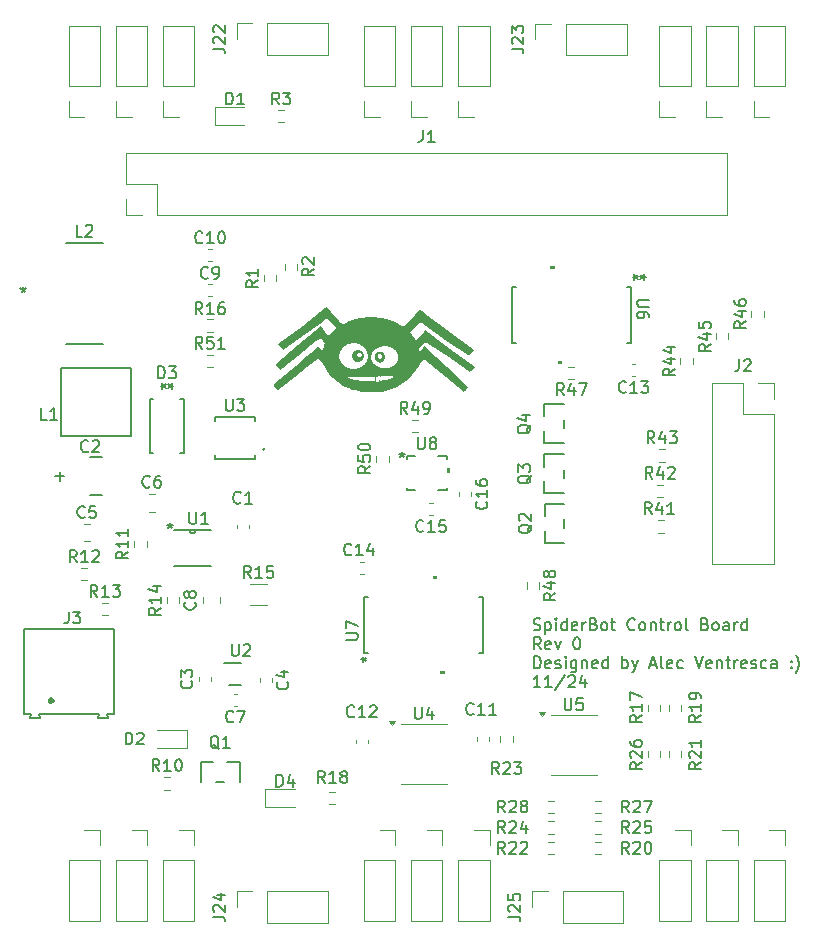
<source format=gbr>
%TF.GenerationSoftware,KiCad,Pcbnew,8.0.6-8.0.6-0~ubuntu24.04.1*%
%TF.CreationDate,2024-11-11T20:35:34-05:00*%
%TF.ProjectId,Hexapod_bot,48657861-706f-4645-9f62-6f742e6b6963,rev?*%
%TF.SameCoordinates,Original*%
%TF.FileFunction,Legend,Top*%
%TF.FilePolarity,Positive*%
%FSLAX46Y46*%
G04 Gerber Fmt 4.6, Leading zero omitted, Abs format (unit mm)*
G04 Created by KiCad (PCBNEW 8.0.6-8.0.6-0~ubuntu24.04.1) date 2024-11-11 20:35:34*
%MOMM*%
%LPD*%
G01*
G04 APERTURE LIST*
%ADD10C,0.150000*%
%ADD11C,0.000000*%
%ADD12C,0.120000*%
%ADD13C,0.152400*%
%ADD14C,0.200000*%
%ADD15C,0.400000*%
G04 APERTURE END LIST*
D10*
X38039160Y-37742368D02*
X38182017Y-37789987D01*
X38182017Y-37789987D02*
X38420112Y-37789987D01*
X38420112Y-37789987D02*
X38515350Y-37742368D01*
X38515350Y-37742368D02*
X38562969Y-37694748D01*
X38562969Y-37694748D02*
X38610588Y-37599510D01*
X38610588Y-37599510D02*
X38610588Y-37504272D01*
X38610588Y-37504272D02*
X38562969Y-37409034D01*
X38562969Y-37409034D02*
X38515350Y-37361415D01*
X38515350Y-37361415D02*
X38420112Y-37313796D01*
X38420112Y-37313796D02*
X38229636Y-37266177D01*
X38229636Y-37266177D02*
X38134398Y-37218558D01*
X38134398Y-37218558D02*
X38086779Y-37170939D01*
X38086779Y-37170939D02*
X38039160Y-37075701D01*
X38039160Y-37075701D02*
X38039160Y-36980463D01*
X38039160Y-36980463D02*
X38086779Y-36885225D01*
X38086779Y-36885225D02*
X38134398Y-36837606D01*
X38134398Y-36837606D02*
X38229636Y-36789987D01*
X38229636Y-36789987D02*
X38467731Y-36789987D01*
X38467731Y-36789987D02*
X38610588Y-36837606D01*
X39039160Y-37123320D02*
X39039160Y-38123320D01*
X39039160Y-37170939D02*
X39134398Y-37123320D01*
X39134398Y-37123320D02*
X39324874Y-37123320D01*
X39324874Y-37123320D02*
X39420112Y-37170939D01*
X39420112Y-37170939D02*
X39467731Y-37218558D01*
X39467731Y-37218558D02*
X39515350Y-37313796D01*
X39515350Y-37313796D02*
X39515350Y-37599510D01*
X39515350Y-37599510D02*
X39467731Y-37694748D01*
X39467731Y-37694748D02*
X39420112Y-37742368D01*
X39420112Y-37742368D02*
X39324874Y-37789987D01*
X39324874Y-37789987D02*
X39134398Y-37789987D01*
X39134398Y-37789987D02*
X39039160Y-37742368D01*
X39943922Y-37789987D02*
X39943922Y-37123320D01*
X39943922Y-36789987D02*
X39896303Y-36837606D01*
X39896303Y-36837606D02*
X39943922Y-36885225D01*
X39943922Y-36885225D02*
X39991541Y-36837606D01*
X39991541Y-36837606D02*
X39943922Y-36789987D01*
X39943922Y-36789987D02*
X39943922Y-36885225D01*
X40848683Y-37789987D02*
X40848683Y-36789987D01*
X40848683Y-37742368D02*
X40753445Y-37789987D01*
X40753445Y-37789987D02*
X40562969Y-37789987D01*
X40562969Y-37789987D02*
X40467731Y-37742368D01*
X40467731Y-37742368D02*
X40420112Y-37694748D01*
X40420112Y-37694748D02*
X40372493Y-37599510D01*
X40372493Y-37599510D02*
X40372493Y-37313796D01*
X40372493Y-37313796D02*
X40420112Y-37218558D01*
X40420112Y-37218558D02*
X40467731Y-37170939D01*
X40467731Y-37170939D02*
X40562969Y-37123320D01*
X40562969Y-37123320D02*
X40753445Y-37123320D01*
X40753445Y-37123320D02*
X40848683Y-37170939D01*
X41705826Y-37742368D02*
X41610588Y-37789987D01*
X41610588Y-37789987D02*
X41420112Y-37789987D01*
X41420112Y-37789987D02*
X41324874Y-37742368D01*
X41324874Y-37742368D02*
X41277255Y-37647129D01*
X41277255Y-37647129D02*
X41277255Y-37266177D01*
X41277255Y-37266177D02*
X41324874Y-37170939D01*
X41324874Y-37170939D02*
X41420112Y-37123320D01*
X41420112Y-37123320D02*
X41610588Y-37123320D01*
X41610588Y-37123320D02*
X41705826Y-37170939D01*
X41705826Y-37170939D02*
X41753445Y-37266177D01*
X41753445Y-37266177D02*
X41753445Y-37361415D01*
X41753445Y-37361415D02*
X41277255Y-37456653D01*
X42182017Y-37789987D02*
X42182017Y-37123320D01*
X42182017Y-37313796D02*
X42229636Y-37218558D01*
X42229636Y-37218558D02*
X42277255Y-37170939D01*
X42277255Y-37170939D02*
X42372493Y-37123320D01*
X42372493Y-37123320D02*
X42467731Y-37123320D01*
X43134398Y-37266177D02*
X43277255Y-37313796D01*
X43277255Y-37313796D02*
X43324874Y-37361415D01*
X43324874Y-37361415D02*
X43372493Y-37456653D01*
X43372493Y-37456653D02*
X43372493Y-37599510D01*
X43372493Y-37599510D02*
X43324874Y-37694748D01*
X43324874Y-37694748D02*
X43277255Y-37742368D01*
X43277255Y-37742368D02*
X43182017Y-37789987D01*
X43182017Y-37789987D02*
X42801065Y-37789987D01*
X42801065Y-37789987D02*
X42801065Y-36789987D01*
X42801065Y-36789987D02*
X43134398Y-36789987D01*
X43134398Y-36789987D02*
X43229636Y-36837606D01*
X43229636Y-36837606D02*
X43277255Y-36885225D01*
X43277255Y-36885225D02*
X43324874Y-36980463D01*
X43324874Y-36980463D02*
X43324874Y-37075701D01*
X43324874Y-37075701D02*
X43277255Y-37170939D01*
X43277255Y-37170939D02*
X43229636Y-37218558D01*
X43229636Y-37218558D02*
X43134398Y-37266177D01*
X43134398Y-37266177D02*
X42801065Y-37266177D01*
X43943922Y-37789987D02*
X43848684Y-37742368D01*
X43848684Y-37742368D02*
X43801065Y-37694748D01*
X43801065Y-37694748D02*
X43753446Y-37599510D01*
X43753446Y-37599510D02*
X43753446Y-37313796D01*
X43753446Y-37313796D02*
X43801065Y-37218558D01*
X43801065Y-37218558D02*
X43848684Y-37170939D01*
X43848684Y-37170939D02*
X43943922Y-37123320D01*
X43943922Y-37123320D02*
X44086779Y-37123320D01*
X44086779Y-37123320D02*
X44182017Y-37170939D01*
X44182017Y-37170939D02*
X44229636Y-37218558D01*
X44229636Y-37218558D02*
X44277255Y-37313796D01*
X44277255Y-37313796D02*
X44277255Y-37599510D01*
X44277255Y-37599510D02*
X44229636Y-37694748D01*
X44229636Y-37694748D02*
X44182017Y-37742368D01*
X44182017Y-37742368D02*
X44086779Y-37789987D01*
X44086779Y-37789987D02*
X43943922Y-37789987D01*
X44562970Y-37123320D02*
X44943922Y-37123320D01*
X44705827Y-36789987D02*
X44705827Y-37647129D01*
X44705827Y-37647129D02*
X44753446Y-37742368D01*
X44753446Y-37742368D02*
X44848684Y-37789987D01*
X44848684Y-37789987D02*
X44943922Y-37789987D01*
X46610589Y-37694748D02*
X46562970Y-37742368D01*
X46562970Y-37742368D02*
X46420113Y-37789987D01*
X46420113Y-37789987D02*
X46324875Y-37789987D01*
X46324875Y-37789987D02*
X46182018Y-37742368D01*
X46182018Y-37742368D02*
X46086780Y-37647129D01*
X46086780Y-37647129D02*
X46039161Y-37551891D01*
X46039161Y-37551891D02*
X45991542Y-37361415D01*
X45991542Y-37361415D02*
X45991542Y-37218558D01*
X45991542Y-37218558D02*
X46039161Y-37028082D01*
X46039161Y-37028082D02*
X46086780Y-36932844D01*
X46086780Y-36932844D02*
X46182018Y-36837606D01*
X46182018Y-36837606D02*
X46324875Y-36789987D01*
X46324875Y-36789987D02*
X46420113Y-36789987D01*
X46420113Y-36789987D02*
X46562970Y-36837606D01*
X46562970Y-36837606D02*
X46610589Y-36885225D01*
X47182018Y-37789987D02*
X47086780Y-37742368D01*
X47086780Y-37742368D02*
X47039161Y-37694748D01*
X47039161Y-37694748D02*
X46991542Y-37599510D01*
X46991542Y-37599510D02*
X46991542Y-37313796D01*
X46991542Y-37313796D02*
X47039161Y-37218558D01*
X47039161Y-37218558D02*
X47086780Y-37170939D01*
X47086780Y-37170939D02*
X47182018Y-37123320D01*
X47182018Y-37123320D02*
X47324875Y-37123320D01*
X47324875Y-37123320D02*
X47420113Y-37170939D01*
X47420113Y-37170939D02*
X47467732Y-37218558D01*
X47467732Y-37218558D02*
X47515351Y-37313796D01*
X47515351Y-37313796D02*
X47515351Y-37599510D01*
X47515351Y-37599510D02*
X47467732Y-37694748D01*
X47467732Y-37694748D02*
X47420113Y-37742368D01*
X47420113Y-37742368D02*
X47324875Y-37789987D01*
X47324875Y-37789987D02*
X47182018Y-37789987D01*
X47943923Y-37123320D02*
X47943923Y-37789987D01*
X47943923Y-37218558D02*
X47991542Y-37170939D01*
X47991542Y-37170939D02*
X48086780Y-37123320D01*
X48086780Y-37123320D02*
X48229637Y-37123320D01*
X48229637Y-37123320D02*
X48324875Y-37170939D01*
X48324875Y-37170939D02*
X48372494Y-37266177D01*
X48372494Y-37266177D02*
X48372494Y-37789987D01*
X48705828Y-37123320D02*
X49086780Y-37123320D01*
X48848685Y-36789987D02*
X48848685Y-37647129D01*
X48848685Y-37647129D02*
X48896304Y-37742368D01*
X48896304Y-37742368D02*
X48991542Y-37789987D01*
X48991542Y-37789987D02*
X49086780Y-37789987D01*
X49420114Y-37789987D02*
X49420114Y-37123320D01*
X49420114Y-37313796D02*
X49467733Y-37218558D01*
X49467733Y-37218558D02*
X49515352Y-37170939D01*
X49515352Y-37170939D02*
X49610590Y-37123320D01*
X49610590Y-37123320D02*
X49705828Y-37123320D01*
X50182019Y-37789987D02*
X50086781Y-37742368D01*
X50086781Y-37742368D02*
X50039162Y-37694748D01*
X50039162Y-37694748D02*
X49991543Y-37599510D01*
X49991543Y-37599510D02*
X49991543Y-37313796D01*
X49991543Y-37313796D02*
X50039162Y-37218558D01*
X50039162Y-37218558D02*
X50086781Y-37170939D01*
X50086781Y-37170939D02*
X50182019Y-37123320D01*
X50182019Y-37123320D02*
X50324876Y-37123320D01*
X50324876Y-37123320D02*
X50420114Y-37170939D01*
X50420114Y-37170939D02*
X50467733Y-37218558D01*
X50467733Y-37218558D02*
X50515352Y-37313796D01*
X50515352Y-37313796D02*
X50515352Y-37599510D01*
X50515352Y-37599510D02*
X50467733Y-37694748D01*
X50467733Y-37694748D02*
X50420114Y-37742368D01*
X50420114Y-37742368D02*
X50324876Y-37789987D01*
X50324876Y-37789987D02*
X50182019Y-37789987D01*
X51086781Y-37789987D02*
X50991543Y-37742368D01*
X50991543Y-37742368D02*
X50943924Y-37647129D01*
X50943924Y-37647129D02*
X50943924Y-36789987D01*
X52562972Y-37266177D02*
X52705829Y-37313796D01*
X52705829Y-37313796D02*
X52753448Y-37361415D01*
X52753448Y-37361415D02*
X52801067Y-37456653D01*
X52801067Y-37456653D02*
X52801067Y-37599510D01*
X52801067Y-37599510D02*
X52753448Y-37694748D01*
X52753448Y-37694748D02*
X52705829Y-37742368D01*
X52705829Y-37742368D02*
X52610591Y-37789987D01*
X52610591Y-37789987D02*
X52229639Y-37789987D01*
X52229639Y-37789987D02*
X52229639Y-36789987D01*
X52229639Y-36789987D02*
X52562972Y-36789987D01*
X52562972Y-36789987D02*
X52658210Y-36837606D01*
X52658210Y-36837606D02*
X52705829Y-36885225D01*
X52705829Y-36885225D02*
X52753448Y-36980463D01*
X52753448Y-36980463D02*
X52753448Y-37075701D01*
X52753448Y-37075701D02*
X52705829Y-37170939D01*
X52705829Y-37170939D02*
X52658210Y-37218558D01*
X52658210Y-37218558D02*
X52562972Y-37266177D01*
X52562972Y-37266177D02*
X52229639Y-37266177D01*
X53372496Y-37789987D02*
X53277258Y-37742368D01*
X53277258Y-37742368D02*
X53229639Y-37694748D01*
X53229639Y-37694748D02*
X53182020Y-37599510D01*
X53182020Y-37599510D02*
X53182020Y-37313796D01*
X53182020Y-37313796D02*
X53229639Y-37218558D01*
X53229639Y-37218558D02*
X53277258Y-37170939D01*
X53277258Y-37170939D02*
X53372496Y-37123320D01*
X53372496Y-37123320D02*
X53515353Y-37123320D01*
X53515353Y-37123320D02*
X53610591Y-37170939D01*
X53610591Y-37170939D02*
X53658210Y-37218558D01*
X53658210Y-37218558D02*
X53705829Y-37313796D01*
X53705829Y-37313796D02*
X53705829Y-37599510D01*
X53705829Y-37599510D02*
X53658210Y-37694748D01*
X53658210Y-37694748D02*
X53610591Y-37742368D01*
X53610591Y-37742368D02*
X53515353Y-37789987D01*
X53515353Y-37789987D02*
X53372496Y-37789987D01*
X54562972Y-37789987D02*
X54562972Y-37266177D01*
X54562972Y-37266177D02*
X54515353Y-37170939D01*
X54515353Y-37170939D02*
X54420115Y-37123320D01*
X54420115Y-37123320D02*
X54229639Y-37123320D01*
X54229639Y-37123320D02*
X54134401Y-37170939D01*
X54562972Y-37742368D02*
X54467734Y-37789987D01*
X54467734Y-37789987D02*
X54229639Y-37789987D01*
X54229639Y-37789987D02*
X54134401Y-37742368D01*
X54134401Y-37742368D02*
X54086782Y-37647129D01*
X54086782Y-37647129D02*
X54086782Y-37551891D01*
X54086782Y-37551891D02*
X54134401Y-37456653D01*
X54134401Y-37456653D02*
X54229639Y-37409034D01*
X54229639Y-37409034D02*
X54467734Y-37409034D01*
X54467734Y-37409034D02*
X54562972Y-37361415D01*
X55039163Y-37789987D02*
X55039163Y-37123320D01*
X55039163Y-37313796D02*
X55086782Y-37218558D01*
X55086782Y-37218558D02*
X55134401Y-37170939D01*
X55134401Y-37170939D02*
X55229639Y-37123320D01*
X55229639Y-37123320D02*
X55324877Y-37123320D01*
X56086782Y-37789987D02*
X56086782Y-36789987D01*
X56086782Y-37742368D02*
X55991544Y-37789987D01*
X55991544Y-37789987D02*
X55801068Y-37789987D01*
X55801068Y-37789987D02*
X55705830Y-37742368D01*
X55705830Y-37742368D02*
X55658211Y-37694748D01*
X55658211Y-37694748D02*
X55610592Y-37599510D01*
X55610592Y-37599510D02*
X55610592Y-37313796D01*
X55610592Y-37313796D02*
X55658211Y-37218558D01*
X55658211Y-37218558D02*
X55705830Y-37170939D01*
X55705830Y-37170939D02*
X55801068Y-37123320D01*
X55801068Y-37123320D02*
X55991544Y-37123320D01*
X55991544Y-37123320D02*
X56086782Y-37170939D01*
X38658207Y-39399931D02*
X38324874Y-38923740D01*
X38086779Y-39399931D02*
X38086779Y-38399931D01*
X38086779Y-38399931D02*
X38467731Y-38399931D01*
X38467731Y-38399931D02*
X38562969Y-38447550D01*
X38562969Y-38447550D02*
X38610588Y-38495169D01*
X38610588Y-38495169D02*
X38658207Y-38590407D01*
X38658207Y-38590407D02*
X38658207Y-38733264D01*
X38658207Y-38733264D02*
X38610588Y-38828502D01*
X38610588Y-38828502D02*
X38562969Y-38876121D01*
X38562969Y-38876121D02*
X38467731Y-38923740D01*
X38467731Y-38923740D02*
X38086779Y-38923740D01*
X39467731Y-39352312D02*
X39372493Y-39399931D01*
X39372493Y-39399931D02*
X39182017Y-39399931D01*
X39182017Y-39399931D02*
X39086779Y-39352312D01*
X39086779Y-39352312D02*
X39039160Y-39257073D01*
X39039160Y-39257073D02*
X39039160Y-38876121D01*
X39039160Y-38876121D02*
X39086779Y-38780883D01*
X39086779Y-38780883D02*
X39182017Y-38733264D01*
X39182017Y-38733264D02*
X39372493Y-38733264D01*
X39372493Y-38733264D02*
X39467731Y-38780883D01*
X39467731Y-38780883D02*
X39515350Y-38876121D01*
X39515350Y-38876121D02*
X39515350Y-38971359D01*
X39515350Y-38971359D02*
X39039160Y-39066597D01*
X39848684Y-38733264D02*
X40086779Y-39399931D01*
X40086779Y-39399931D02*
X40324874Y-38733264D01*
X41658208Y-38399931D02*
X41753446Y-38399931D01*
X41753446Y-38399931D02*
X41848684Y-38447550D01*
X41848684Y-38447550D02*
X41896303Y-38495169D01*
X41896303Y-38495169D02*
X41943922Y-38590407D01*
X41943922Y-38590407D02*
X41991541Y-38780883D01*
X41991541Y-38780883D02*
X41991541Y-39018978D01*
X41991541Y-39018978D02*
X41943922Y-39209454D01*
X41943922Y-39209454D02*
X41896303Y-39304692D01*
X41896303Y-39304692D02*
X41848684Y-39352312D01*
X41848684Y-39352312D02*
X41753446Y-39399931D01*
X41753446Y-39399931D02*
X41658208Y-39399931D01*
X41658208Y-39399931D02*
X41562970Y-39352312D01*
X41562970Y-39352312D02*
X41515351Y-39304692D01*
X41515351Y-39304692D02*
X41467732Y-39209454D01*
X41467732Y-39209454D02*
X41420113Y-39018978D01*
X41420113Y-39018978D02*
X41420113Y-38780883D01*
X41420113Y-38780883D02*
X41467732Y-38590407D01*
X41467732Y-38590407D02*
X41515351Y-38495169D01*
X41515351Y-38495169D02*
X41562970Y-38447550D01*
X41562970Y-38447550D02*
X41658208Y-38399931D01*
X38086779Y-41009875D02*
X38086779Y-40009875D01*
X38086779Y-40009875D02*
X38324874Y-40009875D01*
X38324874Y-40009875D02*
X38467731Y-40057494D01*
X38467731Y-40057494D02*
X38562969Y-40152732D01*
X38562969Y-40152732D02*
X38610588Y-40247970D01*
X38610588Y-40247970D02*
X38658207Y-40438446D01*
X38658207Y-40438446D02*
X38658207Y-40581303D01*
X38658207Y-40581303D02*
X38610588Y-40771779D01*
X38610588Y-40771779D02*
X38562969Y-40867017D01*
X38562969Y-40867017D02*
X38467731Y-40962256D01*
X38467731Y-40962256D02*
X38324874Y-41009875D01*
X38324874Y-41009875D02*
X38086779Y-41009875D01*
X39467731Y-40962256D02*
X39372493Y-41009875D01*
X39372493Y-41009875D02*
X39182017Y-41009875D01*
X39182017Y-41009875D02*
X39086779Y-40962256D01*
X39086779Y-40962256D02*
X39039160Y-40867017D01*
X39039160Y-40867017D02*
X39039160Y-40486065D01*
X39039160Y-40486065D02*
X39086779Y-40390827D01*
X39086779Y-40390827D02*
X39182017Y-40343208D01*
X39182017Y-40343208D02*
X39372493Y-40343208D01*
X39372493Y-40343208D02*
X39467731Y-40390827D01*
X39467731Y-40390827D02*
X39515350Y-40486065D01*
X39515350Y-40486065D02*
X39515350Y-40581303D01*
X39515350Y-40581303D02*
X39039160Y-40676541D01*
X39896303Y-40962256D02*
X39991541Y-41009875D01*
X39991541Y-41009875D02*
X40182017Y-41009875D01*
X40182017Y-41009875D02*
X40277255Y-40962256D01*
X40277255Y-40962256D02*
X40324874Y-40867017D01*
X40324874Y-40867017D02*
X40324874Y-40819398D01*
X40324874Y-40819398D02*
X40277255Y-40724160D01*
X40277255Y-40724160D02*
X40182017Y-40676541D01*
X40182017Y-40676541D02*
X40039160Y-40676541D01*
X40039160Y-40676541D02*
X39943922Y-40628922D01*
X39943922Y-40628922D02*
X39896303Y-40533684D01*
X39896303Y-40533684D02*
X39896303Y-40486065D01*
X39896303Y-40486065D02*
X39943922Y-40390827D01*
X39943922Y-40390827D02*
X40039160Y-40343208D01*
X40039160Y-40343208D02*
X40182017Y-40343208D01*
X40182017Y-40343208D02*
X40277255Y-40390827D01*
X40753446Y-41009875D02*
X40753446Y-40343208D01*
X40753446Y-40009875D02*
X40705827Y-40057494D01*
X40705827Y-40057494D02*
X40753446Y-40105113D01*
X40753446Y-40105113D02*
X40801065Y-40057494D01*
X40801065Y-40057494D02*
X40753446Y-40009875D01*
X40753446Y-40009875D02*
X40753446Y-40105113D01*
X41658207Y-40343208D02*
X41658207Y-41152732D01*
X41658207Y-41152732D02*
X41610588Y-41247970D01*
X41610588Y-41247970D02*
X41562969Y-41295589D01*
X41562969Y-41295589D02*
X41467731Y-41343208D01*
X41467731Y-41343208D02*
X41324874Y-41343208D01*
X41324874Y-41343208D02*
X41229636Y-41295589D01*
X41658207Y-40962256D02*
X41562969Y-41009875D01*
X41562969Y-41009875D02*
X41372493Y-41009875D01*
X41372493Y-41009875D02*
X41277255Y-40962256D01*
X41277255Y-40962256D02*
X41229636Y-40914636D01*
X41229636Y-40914636D02*
X41182017Y-40819398D01*
X41182017Y-40819398D02*
X41182017Y-40533684D01*
X41182017Y-40533684D02*
X41229636Y-40438446D01*
X41229636Y-40438446D02*
X41277255Y-40390827D01*
X41277255Y-40390827D02*
X41372493Y-40343208D01*
X41372493Y-40343208D02*
X41562969Y-40343208D01*
X41562969Y-40343208D02*
X41658207Y-40390827D01*
X42134398Y-40343208D02*
X42134398Y-41009875D01*
X42134398Y-40438446D02*
X42182017Y-40390827D01*
X42182017Y-40390827D02*
X42277255Y-40343208D01*
X42277255Y-40343208D02*
X42420112Y-40343208D01*
X42420112Y-40343208D02*
X42515350Y-40390827D01*
X42515350Y-40390827D02*
X42562969Y-40486065D01*
X42562969Y-40486065D02*
X42562969Y-41009875D01*
X43420112Y-40962256D02*
X43324874Y-41009875D01*
X43324874Y-41009875D02*
X43134398Y-41009875D01*
X43134398Y-41009875D02*
X43039160Y-40962256D01*
X43039160Y-40962256D02*
X42991541Y-40867017D01*
X42991541Y-40867017D02*
X42991541Y-40486065D01*
X42991541Y-40486065D02*
X43039160Y-40390827D01*
X43039160Y-40390827D02*
X43134398Y-40343208D01*
X43134398Y-40343208D02*
X43324874Y-40343208D01*
X43324874Y-40343208D02*
X43420112Y-40390827D01*
X43420112Y-40390827D02*
X43467731Y-40486065D01*
X43467731Y-40486065D02*
X43467731Y-40581303D01*
X43467731Y-40581303D02*
X42991541Y-40676541D01*
X44324874Y-41009875D02*
X44324874Y-40009875D01*
X44324874Y-40962256D02*
X44229636Y-41009875D01*
X44229636Y-41009875D02*
X44039160Y-41009875D01*
X44039160Y-41009875D02*
X43943922Y-40962256D01*
X43943922Y-40962256D02*
X43896303Y-40914636D01*
X43896303Y-40914636D02*
X43848684Y-40819398D01*
X43848684Y-40819398D02*
X43848684Y-40533684D01*
X43848684Y-40533684D02*
X43896303Y-40438446D01*
X43896303Y-40438446D02*
X43943922Y-40390827D01*
X43943922Y-40390827D02*
X44039160Y-40343208D01*
X44039160Y-40343208D02*
X44229636Y-40343208D01*
X44229636Y-40343208D02*
X44324874Y-40390827D01*
X45562970Y-41009875D02*
X45562970Y-40009875D01*
X45562970Y-40390827D02*
X45658208Y-40343208D01*
X45658208Y-40343208D02*
X45848684Y-40343208D01*
X45848684Y-40343208D02*
X45943922Y-40390827D01*
X45943922Y-40390827D02*
X45991541Y-40438446D01*
X45991541Y-40438446D02*
X46039160Y-40533684D01*
X46039160Y-40533684D02*
X46039160Y-40819398D01*
X46039160Y-40819398D02*
X45991541Y-40914636D01*
X45991541Y-40914636D02*
X45943922Y-40962256D01*
X45943922Y-40962256D02*
X45848684Y-41009875D01*
X45848684Y-41009875D02*
X45658208Y-41009875D01*
X45658208Y-41009875D02*
X45562970Y-40962256D01*
X46372494Y-40343208D02*
X46610589Y-41009875D01*
X46848684Y-40343208D02*
X46610589Y-41009875D01*
X46610589Y-41009875D02*
X46515351Y-41247970D01*
X46515351Y-41247970D02*
X46467732Y-41295589D01*
X46467732Y-41295589D02*
X46372494Y-41343208D01*
X47943923Y-40724160D02*
X48420113Y-40724160D01*
X47848685Y-41009875D02*
X48182018Y-40009875D01*
X48182018Y-40009875D02*
X48515351Y-41009875D01*
X48991542Y-41009875D02*
X48896304Y-40962256D01*
X48896304Y-40962256D02*
X48848685Y-40867017D01*
X48848685Y-40867017D02*
X48848685Y-40009875D01*
X49753447Y-40962256D02*
X49658209Y-41009875D01*
X49658209Y-41009875D02*
X49467733Y-41009875D01*
X49467733Y-41009875D02*
X49372495Y-40962256D01*
X49372495Y-40962256D02*
X49324876Y-40867017D01*
X49324876Y-40867017D02*
X49324876Y-40486065D01*
X49324876Y-40486065D02*
X49372495Y-40390827D01*
X49372495Y-40390827D02*
X49467733Y-40343208D01*
X49467733Y-40343208D02*
X49658209Y-40343208D01*
X49658209Y-40343208D02*
X49753447Y-40390827D01*
X49753447Y-40390827D02*
X49801066Y-40486065D01*
X49801066Y-40486065D02*
X49801066Y-40581303D01*
X49801066Y-40581303D02*
X49324876Y-40676541D01*
X50658209Y-40962256D02*
X50562971Y-41009875D01*
X50562971Y-41009875D02*
X50372495Y-41009875D01*
X50372495Y-41009875D02*
X50277257Y-40962256D01*
X50277257Y-40962256D02*
X50229638Y-40914636D01*
X50229638Y-40914636D02*
X50182019Y-40819398D01*
X50182019Y-40819398D02*
X50182019Y-40533684D01*
X50182019Y-40533684D02*
X50229638Y-40438446D01*
X50229638Y-40438446D02*
X50277257Y-40390827D01*
X50277257Y-40390827D02*
X50372495Y-40343208D01*
X50372495Y-40343208D02*
X50562971Y-40343208D01*
X50562971Y-40343208D02*
X50658209Y-40390827D01*
X51705829Y-40009875D02*
X52039162Y-41009875D01*
X52039162Y-41009875D02*
X52372495Y-40009875D01*
X53086781Y-40962256D02*
X52991543Y-41009875D01*
X52991543Y-41009875D02*
X52801067Y-41009875D01*
X52801067Y-41009875D02*
X52705829Y-40962256D01*
X52705829Y-40962256D02*
X52658210Y-40867017D01*
X52658210Y-40867017D02*
X52658210Y-40486065D01*
X52658210Y-40486065D02*
X52705829Y-40390827D01*
X52705829Y-40390827D02*
X52801067Y-40343208D01*
X52801067Y-40343208D02*
X52991543Y-40343208D01*
X52991543Y-40343208D02*
X53086781Y-40390827D01*
X53086781Y-40390827D02*
X53134400Y-40486065D01*
X53134400Y-40486065D02*
X53134400Y-40581303D01*
X53134400Y-40581303D02*
X52658210Y-40676541D01*
X53562972Y-40343208D02*
X53562972Y-41009875D01*
X53562972Y-40438446D02*
X53610591Y-40390827D01*
X53610591Y-40390827D02*
X53705829Y-40343208D01*
X53705829Y-40343208D02*
X53848686Y-40343208D01*
X53848686Y-40343208D02*
X53943924Y-40390827D01*
X53943924Y-40390827D02*
X53991543Y-40486065D01*
X53991543Y-40486065D02*
X53991543Y-41009875D01*
X54324877Y-40343208D02*
X54705829Y-40343208D01*
X54467734Y-40009875D02*
X54467734Y-40867017D01*
X54467734Y-40867017D02*
X54515353Y-40962256D01*
X54515353Y-40962256D02*
X54610591Y-41009875D01*
X54610591Y-41009875D02*
X54705829Y-41009875D01*
X55039163Y-41009875D02*
X55039163Y-40343208D01*
X55039163Y-40533684D02*
X55086782Y-40438446D01*
X55086782Y-40438446D02*
X55134401Y-40390827D01*
X55134401Y-40390827D02*
X55229639Y-40343208D01*
X55229639Y-40343208D02*
X55324877Y-40343208D01*
X56039163Y-40962256D02*
X55943925Y-41009875D01*
X55943925Y-41009875D02*
X55753449Y-41009875D01*
X55753449Y-41009875D02*
X55658211Y-40962256D01*
X55658211Y-40962256D02*
X55610592Y-40867017D01*
X55610592Y-40867017D02*
X55610592Y-40486065D01*
X55610592Y-40486065D02*
X55658211Y-40390827D01*
X55658211Y-40390827D02*
X55753449Y-40343208D01*
X55753449Y-40343208D02*
X55943925Y-40343208D01*
X55943925Y-40343208D02*
X56039163Y-40390827D01*
X56039163Y-40390827D02*
X56086782Y-40486065D01*
X56086782Y-40486065D02*
X56086782Y-40581303D01*
X56086782Y-40581303D02*
X55610592Y-40676541D01*
X56467735Y-40962256D02*
X56562973Y-41009875D01*
X56562973Y-41009875D02*
X56753449Y-41009875D01*
X56753449Y-41009875D02*
X56848687Y-40962256D01*
X56848687Y-40962256D02*
X56896306Y-40867017D01*
X56896306Y-40867017D02*
X56896306Y-40819398D01*
X56896306Y-40819398D02*
X56848687Y-40724160D01*
X56848687Y-40724160D02*
X56753449Y-40676541D01*
X56753449Y-40676541D02*
X56610592Y-40676541D01*
X56610592Y-40676541D02*
X56515354Y-40628922D01*
X56515354Y-40628922D02*
X56467735Y-40533684D01*
X56467735Y-40533684D02*
X56467735Y-40486065D01*
X56467735Y-40486065D02*
X56515354Y-40390827D01*
X56515354Y-40390827D02*
X56610592Y-40343208D01*
X56610592Y-40343208D02*
X56753449Y-40343208D01*
X56753449Y-40343208D02*
X56848687Y-40390827D01*
X57753449Y-40962256D02*
X57658211Y-41009875D01*
X57658211Y-41009875D02*
X57467735Y-41009875D01*
X57467735Y-41009875D02*
X57372497Y-40962256D01*
X57372497Y-40962256D02*
X57324878Y-40914636D01*
X57324878Y-40914636D02*
X57277259Y-40819398D01*
X57277259Y-40819398D02*
X57277259Y-40533684D01*
X57277259Y-40533684D02*
X57324878Y-40438446D01*
X57324878Y-40438446D02*
X57372497Y-40390827D01*
X57372497Y-40390827D02*
X57467735Y-40343208D01*
X57467735Y-40343208D02*
X57658211Y-40343208D01*
X57658211Y-40343208D02*
X57753449Y-40390827D01*
X58610592Y-41009875D02*
X58610592Y-40486065D01*
X58610592Y-40486065D02*
X58562973Y-40390827D01*
X58562973Y-40390827D02*
X58467735Y-40343208D01*
X58467735Y-40343208D02*
X58277259Y-40343208D01*
X58277259Y-40343208D02*
X58182021Y-40390827D01*
X58610592Y-40962256D02*
X58515354Y-41009875D01*
X58515354Y-41009875D02*
X58277259Y-41009875D01*
X58277259Y-41009875D02*
X58182021Y-40962256D01*
X58182021Y-40962256D02*
X58134402Y-40867017D01*
X58134402Y-40867017D02*
X58134402Y-40771779D01*
X58134402Y-40771779D02*
X58182021Y-40676541D01*
X58182021Y-40676541D02*
X58277259Y-40628922D01*
X58277259Y-40628922D02*
X58515354Y-40628922D01*
X58515354Y-40628922D02*
X58610592Y-40581303D01*
X59848688Y-40914636D02*
X59896307Y-40962256D01*
X59896307Y-40962256D02*
X59848688Y-41009875D01*
X59848688Y-41009875D02*
X59801069Y-40962256D01*
X59801069Y-40962256D02*
X59848688Y-40914636D01*
X59848688Y-40914636D02*
X59848688Y-41009875D01*
X59848688Y-40390827D02*
X59896307Y-40438446D01*
X59896307Y-40438446D02*
X59848688Y-40486065D01*
X59848688Y-40486065D02*
X59801069Y-40438446D01*
X59801069Y-40438446D02*
X59848688Y-40390827D01*
X59848688Y-40390827D02*
X59848688Y-40486065D01*
X60229640Y-41390827D02*
X60277259Y-41343208D01*
X60277259Y-41343208D02*
X60372497Y-41200351D01*
X60372497Y-41200351D02*
X60420116Y-41105113D01*
X60420116Y-41105113D02*
X60467735Y-40962256D01*
X60467735Y-40962256D02*
X60515354Y-40724160D01*
X60515354Y-40724160D02*
X60515354Y-40533684D01*
X60515354Y-40533684D02*
X60467735Y-40295589D01*
X60467735Y-40295589D02*
X60420116Y-40152732D01*
X60420116Y-40152732D02*
X60372497Y-40057494D01*
X60372497Y-40057494D02*
X60277259Y-39914636D01*
X60277259Y-39914636D02*
X60229640Y-39867017D01*
X38610588Y-42619819D02*
X38039160Y-42619819D01*
X38324874Y-42619819D02*
X38324874Y-41619819D01*
X38324874Y-41619819D02*
X38229636Y-41762676D01*
X38229636Y-41762676D02*
X38134398Y-41857914D01*
X38134398Y-41857914D02*
X38039160Y-41905533D01*
X39562969Y-42619819D02*
X38991541Y-42619819D01*
X39277255Y-42619819D02*
X39277255Y-41619819D01*
X39277255Y-41619819D02*
X39182017Y-41762676D01*
X39182017Y-41762676D02*
X39086779Y-41857914D01*
X39086779Y-41857914D02*
X38991541Y-41905533D01*
X40705826Y-41572200D02*
X39848684Y-42857914D01*
X40991541Y-41715057D02*
X41039160Y-41667438D01*
X41039160Y-41667438D02*
X41134398Y-41619819D01*
X41134398Y-41619819D02*
X41372493Y-41619819D01*
X41372493Y-41619819D02*
X41467731Y-41667438D01*
X41467731Y-41667438D02*
X41515350Y-41715057D01*
X41515350Y-41715057D02*
X41562969Y-41810295D01*
X41562969Y-41810295D02*
X41562969Y-41905533D01*
X41562969Y-41905533D02*
X41515350Y-42048390D01*
X41515350Y-42048390D02*
X40943922Y-42619819D01*
X40943922Y-42619819D02*
X41562969Y-42619819D01*
X42420112Y-41953152D02*
X42420112Y-42619819D01*
X42182017Y-41572200D02*
X41943922Y-42286485D01*
X41943922Y-42286485D02*
X42562969Y-42286485D01*
D11*
G36*
X20565760Y-10428397D02*
G01*
X20603091Y-10468465D01*
X20735389Y-10615846D01*
X20927864Y-10834119D01*
X21160509Y-11100761D01*
X21396265Y-11371267D01*
X21597120Y-11600063D01*
X21741794Y-11763029D01*
X21786411Y-11812286D01*
X21809002Y-11836039D01*
X21818094Y-11844364D01*
X21826558Y-11851435D01*
X21834825Y-11857144D01*
X21843325Y-11861387D01*
X21852488Y-11864057D01*
X21862747Y-11865048D01*
X21874530Y-11864255D01*
X21888270Y-11861571D01*
X21904396Y-11856890D01*
X21923340Y-11850106D01*
X21945532Y-11841114D01*
X21971402Y-11829806D01*
X22035902Y-11799823D01*
X22120285Y-11759310D01*
X22409241Y-11632315D01*
X22707244Y-11525285D01*
X23012812Y-11438125D01*
X23324464Y-11370740D01*
X23640717Y-11323037D01*
X23960091Y-11294919D01*
X24281104Y-11286294D01*
X24602275Y-11297066D01*
X24922122Y-11327141D01*
X25239163Y-11376423D01*
X25551917Y-11444820D01*
X25858903Y-11532235D01*
X26158639Y-11638575D01*
X26449643Y-11763744D01*
X26730435Y-11907649D01*
X26999532Y-12070195D01*
X27079899Y-12122781D01*
X27736132Y-11383468D01*
X27868453Y-11234941D01*
X27992837Y-11096379D01*
X28106494Y-10970815D01*
X28206636Y-10861280D01*
X28290471Y-10770808D01*
X28355211Y-10702431D01*
X28398065Y-10659181D01*
X28410413Y-10647926D01*
X28414165Y-10645057D01*
X28416244Y-10644090D01*
X28604653Y-10779596D01*
X29099959Y-11148552D01*
X30710180Y-12361435D01*
X32980305Y-14078779D01*
X32746018Y-14309232D01*
X32717379Y-14337217D01*
X32690346Y-14363208D01*
X32664915Y-14387208D01*
X32641081Y-14409221D01*
X32618840Y-14429250D01*
X32598187Y-14447299D01*
X32579117Y-14463373D01*
X32561626Y-14477473D01*
X32545710Y-14489605D01*
X32531363Y-14499771D01*
X32518582Y-14507976D01*
X32512777Y-14511344D01*
X32507362Y-14514223D01*
X32502335Y-14516614D01*
X32497697Y-14518516D01*
X32493447Y-14519931D01*
X32489584Y-14520858D01*
X32486108Y-14521299D01*
X32483018Y-14521254D01*
X32480314Y-14520723D01*
X32477995Y-14519707D01*
X30534249Y-13173730D01*
X28559251Y-11792382D01*
X28409496Y-11677751D01*
X28157282Y-11945576D01*
X27742481Y-12384453D01*
X27579896Y-12555507D01*
X27742350Y-12751034D01*
X27776871Y-12793501D01*
X27812716Y-12839277D01*
X27848840Y-12886919D01*
X27884199Y-12934986D01*
X27917747Y-12982035D01*
X27948439Y-13026626D01*
X27975231Y-13067317D01*
X27997077Y-13102665D01*
X28089284Y-13258769D01*
X28476701Y-12833385D01*
X28554766Y-12747950D01*
X28628123Y-12668275D01*
X28695127Y-12596100D01*
X28754133Y-12533166D01*
X28803496Y-12481215D01*
X28841572Y-12441986D01*
X28866715Y-12417222D01*
X28873922Y-12410809D01*
X28876095Y-12409189D01*
X28877280Y-12408664D01*
X30981453Y-13943627D01*
X33074366Y-15493770D01*
X33074287Y-15497983D01*
X33071783Y-15504094D01*
X33060112Y-15521460D01*
X33040580Y-15544777D01*
X33014411Y-15572949D01*
X32982831Y-15604883D01*
X32947064Y-15639485D01*
X32867875Y-15712316D01*
X32786646Y-15782692D01*
X32748329Y-15814224D01*
X32713178Y-15841861D01*
X32682419Y-15864508D01*
X32657276Y-15881071D01*
X32638974Y-15890457D01*
X32632772Y-15892117D01*
X32628740Y-15891572D01*
X30841786Y-14691818D01*
X29011622Y-13453767D01*
X28873310Y-13353886D01*
X28601385Y-13629782D01*
X28329526Y-13905741D01*
X28363591Y-14088966D01*
X28397656Y-14272256D01*
X28590934Y-14002249D01*
X28624068Y-13956021D01*
X28653295Y-13915489D01*
X28678940Y-13880349D01*
X28690522Y-13864707D01*
X28701332Y-13850300D01*
X28711410Y-13837091D01*
X28720797Y-13825041D01*
X28729535Y-13814113D01*
X28737663Y-13804269D01*
X28745224Y-13795471D01*
X28752257Y-13787682D01*
X28758804Y-13780864D01*
X28764906Y-13774980D01*
X28770603Y-13769991D01*
X28775937Y-13765859D01*
X28778480Y-13764103D01*
X28780948Y-13762548D01*
X28783345Y-13761188D01*
X28785677Y-13760018D01*
X28787949Y-13759035D01*
X28790166Y-13758234D01*
X28792333Y-13757609D01*
X28794455Y-13757156D01*
X28796537Y-13756871D01*
X28798584Y-13756748D01*
X28800602Y-13756782D01*
X28802596Y-13756970D01*
X28804570Y-13757307D01*
X28806530Y-13757787D01*
X28808481Y-13758406D01*
X28810428Y-13759159D01*
X28814330Y-13761050D01*
X28818279Y-13763421D01*
X28822313Y-13766235D01*
X28826475Y-13769454D01*
X28830804Y-13773040D01*
X28835343Y-13776955D01*
X30740922Y-15538509D01*
X32504519Y-17184127D01*
X32504800Y-17188787D01*
X32502918Y-17195573D01*
X32499009Y-17204332D01*
X32493207Y-17214910D01*
X32476465Y-17240915D01*
X32453774Y-17272365D01*
X32426215Y-17308039D01*
X32394867Y-17346712D01*
X32360812Y-17387164D01*
X32325131Y-17428172D01*
X32288904Y-17468513D01*
X32253212Y-17506965D01*
X32219136Y-17542306D01*
X32187757Y-17573313D01*
X32160154Y-17598763D01*
X32137410Y-17617435D01*
X32128198Y-17623847D01*
X32120605Y-17628106D01*
X32114767Y-17630059D01*
X32110819Y-17629554D01*
X30614567Y-16361984D01*
X28887334Y-14888933D01*
X28780442Y-14796065D01*
X28456724Y-15216751D01*
X28316443Y-15401785D01*
X28173819Y-15594601D01*
X28045531Y-15772374D01*
X27991976Y-15848486D01*
X27948261Y-15912276D01*
X27784713Y-16135648D01*
X27605452Y-16343510D01*
X27411593Y-16535909D01*
X27204249Y-16712892D01*
X26984535Y-16874504D01*
X26753564Y-17020793D01*
X26512451Y-17151806D01*
X26262309Y-17267588D01*
X26004253Y-17368187D01*
X25739397Y-17453649D01*
X25468854Y-17524021D01*
X25193739Y-17579349D01*
X24915165Y-17619680D01*
X24634247Y-17645061D01*
X24352098Y-17655538D01*
X24069833Y-17651158D01*
X23788566Y-17631968D01*
X23509410Y-17598013D01*
X23233480Y-17549341D01*
X22961890Y-17485999D01*
X22695753Y-17408032D01*
X22436184Y-17315488D01*
X22184297Y-17208413D01*
X21941205Y-17086854D01*
X21708023Y-16950858D01*
X21485864Y-16800470D01*
X21275844Y-16635738D01*
X21079075Y-16456709D01*
X20966850Y-16337792D01*
X22328975Y-16337792D01*
X22401139Y-16394543D01*
X22445229Y-16425270D01*
X22497158Y-16454337D01*
X22556858Y-16481733D01*
X22624257Y-16507446D01*
X22699286Y-16531461D01*
X22781876Y-16553768D01*
X22871956Y-16574354D01*
X22969456Y-16593205D01*
X23074308Y-16610310D01*
X23186440Y-16625656D01*
X23432267Y-16651022D01*
X23706380Y-16669202D01*
X24008219Y-16680096D01*
X24651091Y-16694779D01*
X24635678Y-16581143D01*
X24628650Y-16532097D01*
X24620978Y-16482568D01*
X24613577Y-16438323D01*
X24610266Y-16419983D01*
X24607368Y-16405127D01*
X24606169Y-16398413D01*
X24605347Y-16391738D01*
X24604892Y-16385135D01*
X24604795Y-16378637D01*
X24605049Y-16372280D01*
X24605643Y-16366097D01*
X24606571Y-16360121D01*
X24607822Y-16354386D01*
X24609390Y-16348926D01*
X24610289Y-16346310D01*
X24611263Y-16343776D01*
X24612313Y-16341327D01*
X24613304Y-16339246D01*
X24662401Y-16339246D01*
X24666634Y-16497334D01*
X24668705Y-16542991D01*
X24672299Y-16585465D01*
X24677320Y-16624769D01*
X24683669Y-16660918D01*
X24691250Y-16693925D01*
X24699966Y-16723805D01*
X24709720Y-16750571D01*
X24720414Y-16774238D01*
X24731952Y-16794818D01*
X24744236Y-16812327D01*
X24757170Y-16826778D01*
X24770657Y-16838184D01*
X24784599Y-16846560D01*
X24798899Y-16851920D01*
X24813461Y-16854277D01*
X24828187Y-16853646D01*
X24842981Y-16850041D01*
X24857744Y-16843474D01*
X24872381Y-16833961D01*
X24886793Y-16821514D01*
X24900885Y-16806149D01*
X24914559Y-16787879D01*
X24927717Y-16766717D01*
X24940264Y-16742678D01*
X24952101Y-16715776D01*
X24963133Y-16686024D01*
X24973260Y-16653437D01*
X24977661Y-16636365D01*
X25019598Y-16636365D01*
X25021386Y-16644041D01*
X25023130Y-16647290D01*
X25025519Y-16650150D01*
X25028612Y-16652624D01*
X25032466Y-16654714D01*
X25042694Y-16657757D01*
X25056671Y-16659302D01*
X25074867Y-16659371D01*
X25097747Y-16657988D01*
X25125782Y-16655177D01*
X25159438Y-16650960D01*
X25245489Y-16638401D01*
X25359644Y-16620498D01*
X25442041Y-16606427D01*
X25522394Y-16590703D01*
X25600249Y-16573502D01*
X25675158Y-16555003D01*
X25746667Y-16535384D01*
X25814326Y-16514823D01*
X25877683Y-16493498D01*
X25936287Y-16471587D01*
X25989687Y-16449269D01*
X26037431Y-16426721D01*
X26079068Y-16404121D01*
X26097456Y-16392858D01*
X26114147Y-16381648D01*
X26129086Y-16370514D01*
X26142216Y-16359479D01*
X26153481Y-16348565D01*
X26162824Y-16337793D01*
X26170190Y-16327187D01*
X26175520Y-16316768D01*
X26178760Y-16306559D01*
X26179853Y-16296582D01*
X26171173Y-16292588D01*
X26146405Y-16289047D01*
X26056211Y-16283356D01*
X25924498Y-16279579D01*
X25766491Y-16277788D01*
X25597414Y-16278053D01*
X25432493Y-16280443D01*
X25286955Y-16285031D01*
X25176024Y-16291886D01*
X25140224Y-16295402D01*
X25125658Y-16297309D01*
X25113076Y-16299571D01*
X25107472Y-16300894D01*
X25102297Y-16302377D01*
X25097528Y-16304044D01*
X25093143Y-16305917D01*
X25089118Y-16308023D01*
X25085433Y-16310383D01*
X25082063Y-16313021D01*
X25078987Y-16315963D01*
X25076183Y-16319231D01*
X25073627Y-16322848D01*
X25071298Y-16326840D01*
X25069173Y-16331230D01*
X25067229Y-16336041D01*
X25065445Y-16341297D01*
X25062262Y-16353240D01*
X25059447Y-16367250D01*
X25056818Y-16383517D01*
X25051404Y-16423583D01*
X25044338Y-16475454D01*
X25036745Y-16526712D01*
X25029536Y-16571433D01*
X25026361Y-16589493D01*
X25023624Y-16603698D01*
X25019687Y-16627098D01*
X25019598Y-16636365D01*
X24977661Y-16636365D01*
X24982388Y-16618028D01*
X24990418Y-16579811D01*
X24997254Y-16538800D01*
X25002798Y-16495010D01*
X25006954Y-16448453D01*
X25011470Y-16382926D01*
X25012583Y-16356756D01*
X25012480Y-16334684D01*
X25011865Y-16325116D01*
X25010817Y-16316489D01*
X25009295Y-16308775D01*
X25007255Y-16301948D01*
X25004654Y-16295978D01*
X25001451Y-16290839D01*
X24997602Y-16286502D01*
X24993064Y-16282939D01*
X24987796Y-16280124D01*
X24981754Y-16278028D01*
X24974896Y-16276622D01*
X24967178Y-16275881D01*
X24958560Y-16275775D01*
X24948996Y-16276277D01*
X24926867Y-16278994D01*
X24900449Y-16283809D01*
X24869400Y-16290500D01*
X24792048Y-16308621D01*
X24662401Y-16339246D01*
X24613304Y-16339246D01*
X24613436Y-16338968D01*
X24614631Y-16336704D01*
X24615897Y-16334537D01*
X24617234Y-16332473D01*
X24618640Y-16330517D01*
X24620114Y-16328671D01*
X24621655Y-16326940D01*
X24623262Y-16325329D01*
X24624934Y-16323842D01*
X24626669Y-16322483D01*
X24628468Y-16321255D01*
X24629927Y-16319246D01*
X24627779Y-16317373D01*
X24612723Y-16314033D01*
X24540017Y-16308985D01*
X24227740Y-16305397D01*
X23699688Y-16310465D01*
X22963908Y-16324166D01*
X22328975Y-16337792D01*
X20966850Y-16337792D01*
X20896671Y-16263428D01*
X20729747Y-16055943D01*
X20579417Y-15834299D01*
X20446795Y-15598545D01*
X20403972Y-15518422D01*
X20356659Y-15438387D01*
X20303436Y-15356502D01*
X20242884Y-15270826D01*
X20173582Y-15179420D01*
X20094110Y-15080344D01*
X20003047Y-14971660D01*
X19898975Y-14851428D01*
X19823834Y-14765703D01*
X19519430Y-15008657D01*
X18890913Y-15502262D01*
X17807179Y-16347846D01*
X16399266Y-17444081D01*
X16211874Y-17244056D01*
X16174126Y-17203290D01*
X16138701Y-17164121D01*
X16106388Y-17127487D01*
X16077979Y-17094326D01*
X16054264Y-17065577D01*
X16044414Y-17053151D01*
X16036034Y-17042179D01*
X16029223Y-17032780D01*
X16024080Y-17025071D01*
X16020703Y-17019169D01*
X16019708Y-17016932D01*
X16019192Y-17015191D01*
X16178456Y-16866866D01*
X16602729Y-16497474D01*
X17896319Y-15392419D01*
X18852449Y-14586743D01*
X21586573Y-14586743D01*
X21591449Y-14660725D01*
X21602518Y-14735120D01*
X21619977Y-14809722D01*
X21644025Y-14884323D01*
X21674858Y-14958717D01*
X21709297Y-15027382D01*
X21747485Y-15092675D01*
X21789226Y-15154562D01*
X21834326Y-15213007D01*
X21882592Y-15267977D01*
X21933830Y-15319437D01*
X21987843Y-15367352D01*
X22044440Y-15411689D01*
X22103424Y-15452412D01*
X22164603Y-15489488D01*
X22227781Y-15522881D01*
X22292765Y-15552558D01*
X22359359Y-15578485D01*
X22427371Y-15600625D01*
X22496605Y-15618946D01*
X22566868Y-15633413D01*
X22637965Y-15643990D01*
X22709701Y-15650645D01*
X22781883Y-15653342D01*
X22854316Y-15652047D01*
X22926806Y-15646726D01*
X22999159Y-15637344D01*
X23071181Y-15623866D01*
X23142676Y-15606259D01*
X23213451Y-15584487D01*
X23283312Y-15558517D01*
X23352065Y-15528314D01*
X23419514Y-15493843D01*
X23485466Y-15455071D01*
X23549727Y-15411962D01*
X23612102Y-15364482D01*
X23672397Y-15312597D01*
X23729649Y-15256361D01*
X23781207Y-15197710D01*
X23827149Y-15136882D01*
X23867555Y-15074116D01*
X23902502Y-15009652D01*
X23932072Y-14943728D01*
X23956342Y-14876583D01*
X23975392Y-14808457D01*
X23989301Y-14739587D01*
X23994608Y-14697976D01*
X24290780Y-14697976D01*
X24297676Y-14770811D01*
X24311724Y-14842005D01*
X24332603Y-14911338D01*
X24359993Y-14978595D01*
X24393574Y-15043558D01*
X24433024Y-15106009D01*
X24478024Y-15165732D01*
X24528253Y-15222508D01*
X24583390Y-15276121D01*
X24643115Y-15326354D01*
X24707107Y-15372988D01*
X24775047Y-15415808D01*
X24846612Y-15454594D01*
X24921484Y-15489131D01*
X24999340Y-15519201D01*
X25079862Y-15544586D01*
X25162728Y-15565069D01*
X25247617Y-15580433D01*
X25334210Y-15590461D01*
X25422186Y-15594935D01*
X25511224Y-15593638D01*
X25601004Y-15586353D01*
X25691205Y-15572862D01*
X25781506Y-15552948D01*
X25871588Y-15526394D01*
X25961130Y-15492982D01*
X26049810Y-15452495D01*
X26121331Y-15413922D01*
X26187769Y-15372446D01*
X26249145Y-15328275D01*
X26305475Y-15281616D01*
X26356778Y-15232678D01*
X26403072Y-15181667D01*
X26444375Y-15128793D01*
X26480704Y-15074263D01*
X26512078Y-15018285D01*
X26538515Y-14961066D01*
X26560032Y-14902815D01*
X26576649Y-14843739D01*
X26588382Y-14784047D01*
X26595250Y-14723946D01*
X26597271Y-14663644D01*
X26594463Y-14603348D01*
X26586844Y-14543268D01*
X26574431Y-14483610D01*
X26557244Y-14424582D01*
X26535299Y-14366393D01*
X26508615Y-14309249D01*
X26477210Y-14253360D01*
X26441102Y-14198933D01*
X26400309Y-14146175D01*
X26354849Y-14095295D01*
X26304740Y-14046501D01*
X26250000Y-14000000D01*
X26190647Y-13956000D01*
X26126699Y-13914709D01*
X26058173Y-13876335D01*
X25985089Y-13841085D01*
X25907464Y-13809169D01*
X25854238Y-13790575D01*
X25800112Y-13774617D01*
X25745210Y-13761253D01*
X25689657Y-13750441D01*
X25633577Y-13742141D01*
X25577095Y-13736310D01*
X25520334Y-13732909D01*
X25463421Y-13731896D01*
X25406477Y-13733229D01*
X25349629Y-13736867D01*
X25293001Y-13742770D01*
X25236716Y-13750895D01*
X25180900Y-13761202D01*
X25125676Y-13773650D01*
X25071170Y-13788197D01*
X25017504Y-13804803D01*
X24964805Y-13823425D01*
X24913196Y-13844023D01*
X24862802Y-13866556D01*
X24813746Y-13890981D01*
X24766154Y-13917259D01*
X24720150Y-13945348D01*
X24675858Y-13975207D01*
X24633402Y-14006794D01*
X24592907Y-14040068D01*
X24554498Y-14074989D01*
X24518298Y-14111514D01*
X24484433Y-14149603D01*
X24453025Y-14189215D01*
X24424201Y-14230308D01*
X24398084Y-14272840D01*
X24374799Y-14316772D01*
X24341127Y-14394559D01*
X24316210Y-14471790D01*
X24299727Y-14548248D01*
X24291357Y-14623716D01*
X24290780Y-14697976D01*
X23994608Y-14697976D01*
X23998148Y-14670214D01*
X24002013Y-14600576D01*
X24000974Y-14530913D01*
X23995111Y-14461462D01*
X23984502Y-14392463D01*
X23969227Y-14324155D01*
X23949366Y-14256778D01*
X23924996Y-14190569D01*
X23896198Y-14125768D01*
X23863050Y-14062614D01*
X23825631Y-14001346D01*
X23784022Y-13942202D01*
X23738300Y-13885422D01*
X23688545Y-13831245D01*
X23634836Y-13779910D01*
X23577252Y-13731655D01*
X23515873Y-13686720D01*
X23450777Y-13645343D01*
X23382044Y-13607764D01*
X23309753Y-13574221D01*
X23233982Y-13544954D01*
X23154812Y-13520201D01*
X23072321Y-13500202D01*
X22984827Y-13484942D01*
X22898181Y-13475673D01*
X22812581Y-13472188D01*
X22728224Y-13474282D01*
X22645310Y-13481746D01*
X22564034Y-13494376D01*
X22484597Y-13511963D01*
X22407195Y-13534302D01*
X22332027Y-13561186D01*
X22259290Y-13592408D01*
X22189182Y-13627762D01*
X22121902Y-13667040D01*
X22057646Y-13710038D01*
X21996614Y-13756547D01*
X21939004Y-13806361D01*
X21885012Y-13859274D01*
X21834837Y-13915079D01*
X21788677Y-13973570D01*
X21746731Y-14034540D01*
X21709195Y-14097781D01*
X21676267Y-14163089D01*
X21648147Y-14230255D01*
X21625031Y-14299074D01*
X21607118Y-14369339D01*
X21594605Y-14440843D01*
X21587691Y-14513380D01*
X21586573Y-14586743D01*
X18852449Y-14586743D01*
X19199993Y-14293888D01*
X19636870Y-13932651D01*
X19813779Y-13795742D01*
X19818025Y-13796863D01*
X19823873Y-13800152D01*
X19831218Y-13805499D01*
X19839958Y-13812792D01*
X19849987Y-13821921D01*
X19861203Y-13832775D01*
X19886779Y-13859217D01*
X19915856Y-13891230D01*
X19947604Y-13927929D01*
X19981191Y-13968427D01*
X20015789Y-14011840D01*
X20184659Y-14228003D01*
X20201725Y-14128588D01*
X20215703Y-14051699D01*
X20231151Y-13974762D01*
X20247629Y-13899544D01*
X20264695Y-13827814D01*
X20281911Y-13761339D01*
X20298835Y-13701887D01*
X20315027Y-13651228D01*
X20322711Y-13629748D01*
X20330048Y-13611129D01*
X20337949Y-13591573D01*
X20345322Y-13572046D01*
X20352005Y-13553069D01*
X20357837Y-13535159D01*
X20362655Y-13518838D01*
X20364633Y-13511434D01*
X20366296Y-13504623D01*
X20367626Y-13498468D01*
X20368600Y-13493034D01*
X20369200Y-13488386D01*
X20369404Y-13484590D01*
X20366911Y-13476472D01*
X20359759Y-13462890D01*
X20348441Y-13444492D01*
X20333452Y-13421924D01*
X20294430Y-13366866D01*
X20246638Y-13302888D01*
X20194021Y-13235166D01*
X20140525Y-13168871D01*
X20090096Y-13109177D01*
X20046679Y-13061258D01*
X20040160Y-13057679D01*
X20030271Y-13057643D01*
X20016475Y-13061538D01*
X19998237Y-13069748D01*
X19946301Y-13100666D01*
X19870185Y-13153490D01*
X19765612Y-13231314D01*
X19628304Y-13337231D01*
X19238377Y-13645722D01*
X18120939Y-14535116D01*
X17300097Y-15184530D01*
X16788806Y-15583752D01*
X16653289Y-15686349D01*
X16616272Y-15712836D01*
X16600018Y-15722568D01*
X16594893Y-15722284D01*
X16587967Y-15719644D01*
X16579374Y-15714799D01*
X16569249Y-15707899D01*
X16544939Y-15688529D01*
X16516111Y-15662732D01*
X16483842Y-15631704D01*
X16449205Y-15596642D01*
X16413277Y-15558743D01*
X16377132Y-15519204D01*
X16341844Y-15479221D01*
X16308490Y-15439992D01*
X16278144Y-15402713D01*
X16251881Y-15368581D01*
X16230777Y-15338793D01*
X16215905Y-15314546D01*
X16211143Y-15304874D01*
X16208342Y-15297036D01*
X16207637Y-15291182D01*
X16209163Y-15287461D01*
X18137074Y-13620347D01*
X20005602Y-12018865D01*
X20008795Y-12021086D01*
X20015278Y-12027602D01*
X20037406Y-12052640D01*
X20113337Y-12144601D01*
X20222036Y-12280701D01*
X20352140Y-12446894D01*
X20419221Y-12532876D01*
X20482531Y-12613089D01*
X20540635Y-12685779D01*
X20592093Y-12749190D01*
X20635467Y-12801566D01*
X20669321Y-12841151D01*
X20682228Y-12855598D01*
X20692215Y-12866189D01*
X20699104Y-12872705D01*
X20701329Y-12874366D01*
X20702713Y-12874925D01*
X20705409Y-12873949D01*
X20709640Y-12871085D01*
X20715316Y-12866430D01*
X20722346Y-12860080D01*
X20740106Y-12842681D01*
X20762195Y-12819660D01*
X20787886Y-12791791D01*
X20816455Y-12759844D01*
X20847175Y-12724592D01*
X20879322Y-12686806D01*
X20914269Y-12646397D01*
X20952969Y-12603576D01*
X20994141Y-12559649D01*
X21036501Y-12515919D01*
X21078769Y-12473689D01*
X21119661Y-12434264D01*
X21157896Y-12398947D01*
X21192192Y-12369042D01*
X21346841Y-12239396D01*
X21022859Y-11889219D01*
X20772538Y-11619403D01*
X20625653Y-11462447D01*
X20552496Y-11385850D01*
X20493362Y-11440751D01*
X20328219Y-11562593D01*
X19922316Y-11853716D01*
X18632481Y-12769422D01*
X16830735Y-14043193D01*
X16616025Y-13829608D01*
X16593955Y-13807431D01*
X16572801Y-13785722D01*
X16552652Y-13764595D01*
X16533602Y-13744159D01*
X16515739Y-13724529D01*
X16499156Y-13705815D01*
X16483943Y-13688130D01*
X16470191Y-13671585D01*
X16457990Y-13656293D01*
X16447432Y-13642366D01*
X16438608Y-13629915D01*
X16431609Y-13619053D01*
X16426525Y-13609892D01*
X16424729Y-13605984D01*
X16423447Y-13602543D01*
X16422689Y-13599583D01*
X16422466Y-13597119D01*
X16422791Y-13595164D01*
X16423673Y-13593732D01*
X18491987Y-11993201D01*
X19940779Y-10878437D01*
X20384486Y-10539215D01*
X20550974Y-10414498D01*
X20565760Y-10428397D01*
G37*
G36*
X25067931Y-14185235D02*
G01*
X25099306Y-14189598D01*
X25129963Y-14196594D01*
X25159809Y-14206109D01*
X25188747Y-14218031D01*
X25216685Y-14232245D01*
X25243527Y-14248640D01*
X25269179Y-14267103D01*
X25293546Y-14287519D01*
X25316534Y-14309777D01*
X25338048Y-14333763D01*
X25357994Y-14359364D01*
X25376278Y-14386468D01*
X25392804Y-14414960D01*
X25407479Y-14444729D01*
X25420208Y-14475661D01*
X25430896Y-14507643D01*
X25439449Y-14540562D01*
X25445773Y-14574306D01*
X25449772Y-14608760D01*
X25451353Y-14643813D01*
X25450420Y-14679350D01*
X25446881Y-14715260D01*
X25440639Y-14751429D01*
X25431600Y-14787743D01*
X25419671Y-14824091D01*
X25404756Y-14860359D01*
X25392949Y-14884424D01*
X25379703Y-14907888D01*
X25365128Y-14930657D01*
X25349334Y-14952635D01*
X25332429Y-14973727D01*
X25314524Y-14993839D01*
X25295728Y-15012876D01*
X25276152Y-15030741D01*
X25255904Y-15047341D01*
X25235094Y-15062580D01*
X25213833Y-15076363D01*
X25192229Y-15088595D01*
X25170393Y-15099181D01*
X25148434Y-15108026D01*
X25126461Y-15115035D01*
X25104586Y-15120112D01*
X25058394Y-15126438D01*
X25014025Y-15127918D01*
X24971546Y-15124813D01*
X24931026Y-15117387D01*
X24892534Y-15105902D01*
X24856137Y-15090621D01*
X24821905Y-15071805D01*
X24789905Y-15049718D01*
X24760207Y-15024622D01*
X24732879Y-14996779D01*
X24707989Y-14966452D01*
X24685607Y-14933904D01*
X24665799Y-14899397D01*
X24648636Y-14863193D01*
X24634185Y-14825555D01*
X24622515Y-14786746D01*
X24613694Y-14747028D01*
X24607792Y-14706663D01*
X24604876Y-14665913D01*
X24605014Y-14625043D01*
X24607645Y-14592203D01*
X24831006Y-14592203D01*
X24831526Y-14610530D01*
X24833056Y-14628181D01*
X24835557Y-14645135D01*
X24838988Y-14661372D01*
X24843305Y-14676872D01*
X24848470Y-14691616D01*
X24854439Y-14705583D01*
X24861173Y-14718753D01*
X24868629Y-14731107D01*
X24876767Y-14742625D01*
X24885546Y-14753286D01*
X24894923Y-14763071D01*
X24904859Y-14771959D01*
X24915311Y-14779931D01*
X24926238Y-14786967D01*
X24937600Y-14793047D01*
X24949355Y-14798150D01*
X24961462Y-14802258D01*
X24973879Y-14805349D01*
X24986565Y-14807405D01*
X24999480Y-14808405D01*
X25012581Y-14808329D01*
X25025828Y-14807157D01*
X25039180Y-14804869D01*
X25052594Y-14801446D01*
X25066031Y-14796867D01*
X25079448Y-14791112D01*
X25092805Y-14784162D01*
X25106060Y-14775997D01*
X25119172Y-14766596D01*
X25132100Y-14755940D01*
X25144802Y-14744008D01*
X25153483Y-14734899D01*
X25161591Y-14725532D01*
X25169128Y-14715927D01*
X25176093Y-14706105D01*
X25182487Y-14696085D01*
X25188310Y-14685888D01*
X25193562Y-14675534D01*
X25198243Y-14665043D01*
X25202354Y-14654436D01*
X25205895Y-14643732D01*
X25208867Y-14632952D01*
X25211269Y-14622116D01*
X25213102Y-14611245D01*
X25214367Y-14600358D01*
X25215063Y-14589476D01*
X25215190Y-14578618D01*
X25214750Y-14567806D01*
X25213741Y-14557060D01*
X25212166Y-14546398D01*
X25210023Y-14535843D01*
X25207313Y-14525414D01*
X25204037Y-14515130D01*
X25200195Y-14505014D01*
X25195786Y-14495084D01*
X25190812Y-14485361D01*
X25185272Y-14475864D01*
X25179167Y-14466616D01*
X25172497Y-14457634D01*
X25165262Y-14448941D01*
X25157463Y-14440555D01*
X25149100Y-14432497D01*
X25140173Y-14424788D01*
X25127816Y-14415390D01*
X25115216Y-14407162D01*
X25102416Y-14400079D01*
X25089457Y-14394122D01*
X25076381Y-14389265D01*
X25063229Y-14385488D01*
X25050043Y-14382768D01*
X25036864Y-14381081D01*
X25023735Y-14380406D01*
X25010696Y-14380720D01*
X24997790Y-14382000D01*
X24985057Y-14384224D01*
X24972541Y-14387369D01*
X24960281Y-14391414D01*
X24948320Y-14396334D01*
X24936699Y-14402108D01*
X24925461Y-14408713D01*
X24914646Y-14416127D01*
X24904296Y-14424327D01*
X24894452Y-14433291D01*
X24885158Y-14442995D01*
X24876453Y-14453418D01*
X24868380Y-14464537D01*
X24860980Y-14476329D01*
X24854294Y-14488772D01*
X24848365Y-14501843D01*
X24843235Y-14515520D01*
X24838943Y-14529781D01*
X24835533Y-14544602D01*
X24833046Y-14559961D01*
X24831523Y-14575835D01*
X24831006Y-14592203D01*
X24607645Y-14592203D01*
X24608277Y-14584313D01*
X24614731Y-14543987D01*
X24624445Y-14504327D01*
X24637489Y-14465595D01*
X24653930Y-14428054D01*
X24673837Y-14391966D01*
X24697278Y-14357594D01*
X24724323Y-14325201D01*
X24755039Y-14295049D01*
X24789495Y-14267400D01*
X24827759Y-14242517D01*
X24869901Y-14220662D01*
X24903597Y-14206858D01*
X24937144Y-14196365D01*
X24970444Y-14189069D01*
X25003406Y-14184857D01*
X25035933Y-14183617D01*
X25067931Y-14185235D01*
G37*
G36*
X23218274Y-14052104D02*
G01*
X23247385Y-14055617D01*
X23276018Y-14060874D01*
X23304114Y-14067830D01*
X23331613Y-14076441D01*
X23358453Y-14086661D01*
X23384574Y-14098447D01*
X23409915Y-14111755D01*
X23434417Y-14126541D01*
X23458018Y-14142759D01*
X23480658Y-14160366D01*
X23502276Y-14179317D01*
X23522811Y-14199568D01*
X23542204Y-14221075D01*
X23560393Y-14243794D01*
X23577319Y-14267679D01*
X23592920Y-14292688D01*
X23607136Y-14318775D01*
X23619906Y-14345896D01*
X23631170Y-14374008D01*
X23640867Y-14403064D01*
X23648937Y-14433023D01*
X23655319Y-14463838D01*
X23659952Y-14495466D01*
X23662777Y-14527862D01*
X23663732Y-14560983D01*
X23662338Y-14600732D01*
X23658234Y-14639301D01*
X23651538Y-14676631D01*
X23642369Y-14712665D01*
X23630843Y-14747344D01*
X23617079Y-14780610D01*
X23601194Y-14812405D01*
X23583306Y-14842670D01*
X23563532Y-14871347D01*
X23541991Y-14898378D01*
X23518801Y-14923705D01*
X23494078Y-14947269D01*
X23467941Y-14969013D01*
X23440508Y-14988878D01*
X23411896Y-15006806D01*
X23382223Y-15022738D01*
X23351607Y-15036617D01*
X23320166Y-15048384D01*
X23288017Y-15057981D01*
X23255278Y-15065350D01*
X23222067Y-15070432D01*
X23188502Y-15073170D01*
X23154700Y-15073505D01*
X23120779Y-15071379D01*
X23086857Y-15066733D01*
X23053052Y-15059510D01*
X23019481Y-15049651D01*
X22986263Y-15037099D01*
X22953514Y-15021793D01*
X22921354Y-15003678D01*
X22889898Y-14982694D01*
X22859266Y-14958783D01*
X22832547Y-14934652D01*
X22808040Y-14909165D01*
X22785725Y-14882436D01*
X22765582Y-14854580D01*
X22747594Y-14825711D01*
X22731741Y-14795942D01*
X22718003Y-14765388D01*
X22706362Y-14734163D01*
X22696799Y-14702381D01*
X22689294Y-14670156D01*
X22683828Y-14637603D01*
X22680382Y-14604834D01*
X22678938Y-14571965D01*
X22679475Y-14539109D01*
X22681975Y-14506380D01*
X22684431Y-14488420D01*
X23118954Y-14488420D01*
X23119473Y-14506748D01*
X23121005Y-14524398D01*
X23123507Y-14541352D01*
X23126938Y-14557589D01*
X23131257Y-14573089D01*
X23136423Y-14587833D01*
X23142395Y-14601800D01*
X23149131Y-14614970D01*
X23156590Y-14627324D01*
X23164730Y-14638842D01*
X23173511Y-14649503D01*
X23182892Y-14659287D01*
X23192830Y-14668176D01*
X23203285Y-14676148D01*
X23214216Y-14683184D01*
X23225581Y-14689264D01*
X23237339Y-14694367D01*
X23249448Y-14698475D01*
X23261868Y-14701567D01*
X23274558Y-14703622D01*
X23287475Y-14704622D01*
X23300579Y-14704546D01*
X23313829Y-14703374D01*
X23327183Y-14701086D01*
X23340600Y-14697663D01*
X23354038Y-14693084D01*
X23367457Y-14687330D01*
X23380815Y-14680380D01*
X23394072Y-14672214D01*
X23407185Y-14662813D01*
X23420113Y-14652157D01*
X23432816Y-14640225D01*
X23441496Y-14631122D01*
X23449605Y-14621760D01*
X23457142Y-14612160D01*
X23464107Y-14602341D01*
X23470501Y-14592324D01*
X23476323Y-14582130D01*
X23481575Y-14571778D01*
X23486257Y-14561288D01*
X23490368Y-14550682D01*
X23493909Y-14539979D01*
X23496881Y-14529199D01*
X23499283Y-14518363D01*
X23501116Y-14507491D01*
X23502381Y-14496603D01*
X23503076Y-14485719D01*
X23503204Y-14474860D01*
X23502763Y-14464047D01*
X23501755Y-14453298D01*
X23500180Y-14442635D01*
X23498037Y-14432077D01*
X23495327Y-14421646D01*
X23492051Y-14411361D01*
X23488208Y-14401242D01*
X23483800Y-14391310D01*
X23478825Y-14381585D01*
X23473285Y-14372087D01*
X23467180Y-14362836D01*
X23460510Y-14353853D01*
X23453276Y-14345159D01*
X23445476Y-14336772D01*
X23437113Y-14328714D01*
X23428186Y-14321005D01*
X23415829Y-14311613D01*
X23403229Y-14303390D01*
X23390428Y-14296313D01*
X23377468Y-14290360D01*
X23364390Y-14285508D01*
X23351236Y-14281735D01*
X23338048Y-14279018D01*
X23324868Y-14277335D01*
X23311736Y-14276663D01*
X23298695Y-14276979D01*
X23285786Y-14278262D01*
X23273050Y-14280487D01*
X23260531Y-14283634D01*
X23248268Y-14287679D01*
X23236304Y-14292600D01*
X23224680Y-14298375D01*
X23213438Y-14304980D01*
X23202620Y-14312393D01*
X23192267Y-14320592D01*
X23182421Y-14329554D01*
X23173124Y-14339257D01*
X23164416Y-14349678D01*
X23156340Y-14360794D01*
X23148938Y-14372583D01*
X23142250Y-14385023D01*
X23136319Y-14398091D01*
X23131187Y-14411764D01*
X23126894Y-14426020D01*
X23123482Y-14440836D01*
X23120994Y-14456189D01*
X23119471Y-14472059D01*
X23118954Y-14488420D01*
X22684431Y-14488420D01*
X22686418Y-14473893D01*
X22692786Y-14441762D01*
X22701060Y-14410100D01*
X22711219Y-14379022D01*
X22723246Y-14348642D01*
X22737121Y-14319073D01*
X22752825Y-14290431D01*
X22770338Y-14262829D01*
X22789642Y-14236381D01*
X22810717Y-14211201D01*
X22833545Y-14187403D01*
X22858107Y-14165102D01*
X22884382Y-14144411D01*
X22912352Y-14125445D01*
X22941998Y-14108318D01*
X22973301Y-14093143D01*
X23006242Y-14080035D01*
X23036993Y-14070107D01*
X23067692Y-14062231D01*
X23098278Y-14056365D01*
X23128689Y-14052464D01*
X23158866Y-14050482D01*
X23188748Y-14050377D01*
X23218274Y-14052104D01*
G37*
D10*
X32957142Y-44859580D02*
X32909523Y-44907200D01*
X32909523Y-44907200D02*
X32766666Y-44954819D01*
X32766666Y-44954819D02*
X32671428Y-44954819D01*
X32671428Y-44954819D02*
X32528571Y-44907200D01*
X32528571Y-44907200D02*
X32433333Y-44811961D01*
X32433333Y-44811961D02*
X32385714Y-44716723D01*
X32385714Y-44716723D02*
X32338095Y-44526247D01*
X32338095Y-44526247D02*
X32338095Y-44383390D01*
X32338095Y-44383390D02*
X32385714Y-44192914D01*
X32385714Y-44192914D02*
X32433333Y-44097676D01*
X32433333Y-44097676D02*
X32528571Y-44002438D01*
X32528571Y-44002438D02*
X32671428Y-43954819D01*
X32671428Y-43954819D02*
X32766666Y-43954819D01*
X32766666Y-43954819D02*
X32909523Y-44002438D01*
X32909523Y-44002438D02*
X32957142Y-44050057D01*
X33909523Y-44954819D02*
X33338095Y-44954819D01*
X33623809Y-44954819D02*
X33623809Y-43954819D01*
X33623809Y-43954819D02*
X33528571Y-44097676D01*
X33528571Y-44097676D02*
X33433333Y-44192914D01*
X33433333Y-44192914D02*
X33338095Y-44240533D01*
X34861904Y-44954819D02*
X34290476Y-44954819D01*
X34576190Y-44954819D02*
X34576190Y-43954819D01*
X34576190Y-43954819D02*
X34480952Y-44097676D01*
X34480952Y-44097676D02*
X34385714Y-44192914D01*
X34385714Y-44192914D02*
X34290476Y-44240533D01*
X333333Y-22609580D02*
X285714Y-22657200D01*
X285714Y-22657200D02*
X142857Y-22704819D01*
X142857Y-22704819D02*
X47619Y-22704819D01*
X47619Y-22704819D02*
X-95237Y-22657200D01*
X-95237Y-22657200D02*
X-190475Y-22561961D01*
X-190475Y-22561961D02*
X-238094Y-22466723D01*
X-238094Y-22466723D02*
X-285713Y-22276247D01*
X-285713Y-22276247D02*
X-285713Y-22133390D01*
X-285713Y-22133390D02*
X-238094Y-21942914D01*
X-238094Y-21942914D02*
X-190475Y-21847676D01*
X-190475Y-21847676D02*
X-95237Y-21752438D01*
X-95237Y-21752438D02*
X47619Y-21704819D01*
X47619Y-21704819D02*
X142857Y-21704819D01*
X142857Y-21704819D02*
X285714Y-21752438D01*
X285714Y-21752438D02*
X333333Y-21800057D01*
X714286Y-21800057D02*
X761905Y-21752438D01*
X761905Y-21752438D02*
X857143Y-21704819D01*
X857143Y-21704819D02*
X1095238Y-21704819D01*
X1095238Y-21704819D02*
X1190476Y-21752438D01*
X1190476Y-21752438D02*
X1238095Y-21800057D01*
X1238095Y-21800057D02*
X1285714Y-21895295D01*
X1285714Y-21895295D02*
X1285714Y-21990533D01*
X1285714Y-21990533D02*
X1238095Y-22133390D01*
X1238095Y-22133390D02*
X666667Y-22704819D01*
X666667Y-22704819D02*
X1285714Y-22704819D01*
X9059580Y-42066666D02*
X9107200Y-42114285D01*
X9107200Y-42114285D02*
X9154819Y-42257142D01*
X9154819Y-42257142D02*
X9154819Y-42352380D01*
X9154819Y-42352380D02*
X9107200Y-42495237D01*
X9107200Y-42495237D02*
X9011961Y-42590475D01*
X9011961Y-42590475D02*
X8916723Y-42638094D01*
X8916723Y-42638094D02*
X8726247Y-42685713D01*
X8726247Y-42685713D02*
X8583390Y-42685713D01*
X8583390Y-42685713D02*
X8392914Y-42638094D01*
X8392914Y-42638094D02*
X8297676Y-42590475D01*
X8297676Y-42590475D02*
X8202438Y-42495237D01*
X8202438Y-42495237D02*
X8154819Y-42352380D01*
X8154819Y-42352380D02*
X8154819Y-42257142D01*
X8154819Y-42257142D02*
X8202438Y-42114285D01*
X8202438Y-42114285D02*
X8250057Y-42066666D01*
X8154819Y-41733332D02*
X8154819Y-41114285D01*
X8154819Y-41114285D02*
X8535771Y-41447618D01*
X8535771Y-41447618D02*
X8535771Y-41304761D01*
X8535771Y-41304761D02*
X8583390Y-41209523D01*
X8583390Y-41209523D02*
X8631009Y-41161904D01*
X8631009Y-41161904D02*
X8726247Y-41114285D01*
X8726247Y-41114285D02*
X8964342Y-41114285D01*
X8964342Y-41114285D02*
X9059580Y-41161904D01*
X9059580Y-41161904D02*
X9107200Y-41209523D01*
X9107200Y-41209523D02*
X9154819Y-41304761D01*
X9154819Y-41304761D02*
X9154819Y-41590475D01*
X9154819Y-41590475D02*
X9107200Y-41685713D01*
X9107200Y-41685713D02*
X9059580Y-41733332D01*
X45833Y-28179580D02*
X-1785Y-28227200D01*
X-1785Y-28227200D02*
X-144642Y-28274819D01*
X-144642Y-28274819D02*
X-239880Y-28274819D01*
X-239880Y-28274819D02*
X-382737Y-28227200D01*
X-382737Y-28227200D02*
X-477975Y-28131961D01*
X-477975Y-28131961D02*
X-525594Y-28036723D01*
X-525594Y-28036723D02*
X-573213Y-27846247D01*
X-573213Y-27846247D02*
X-573213Y-27703390D01*
X-573213Y-27703390D02*
X-525594Y-27512914D01*
X-525594Y-27512914D02*
X-477975Y-27417676D01*
X-477975Y-27417676D02*
X-382737Y-27322438D01*
X-382737Y-27322438D02*
X-239880Y-27274819D01*
X-239880Y-27274819D02*
X-144642Y-27274819D01*
X-144642Y-27274819D02*
X-1785Y-27322438D01*
X-1785Y-27322438D02*
X45833Y-27370057D01*
X950595Y-27274819D02*
X474405Y-27274819D01*
X474405Y-27274819D02*
X426786Y-27751009D01*
X426786Y-27751009D02*
X474405Y-27703390D01*
X474405Y-27703390D02*
X569643Y-27655771D01*
X569643Y-27655771D02*
X807738Y-27655771D01*
X807738Y-27655771D02*
X902976Y-27703390D01*
X902976Y-27703390D02*
X950595Y-27751009D01*
X950595Y-27751009D02*
X998214Y-27846247D01*
X998214Y-27846247D02*
X998214Y-28084342D01*
X998214Y-28084342D02*
X950595Y-28179580D01*
X950595Y-28179580D02*
X902976Y-28227200D01*
X902976Y-28227200D02*
X807738Y-28274819D01*
X807738Y-28274819D02*
X569643Y-28274819D01*
X569643Y-28274819D02*
X474405Y-28227200D01*
X474405Y-28227200D02*
X426786Y-28179580D01*
X14704819Y-8166666D02*
X14228628Y-8499999D01*
X14704819Y-8738094D02*
X13704819Y-8738094D01*
X13704819Y-8738094D02*
X13704819Y-8357142D01*
X13704819Y-8357142D02*
X13752438Y-8261904D01*
X13752438Y-8261904D02*
X13800057Y-8214285D01*
X13800057Y-8214285D02*
X13895295Y-8166666D01*
X13895295Y-8166666D02*
X14038152Y-8166666D01*
X14038152Y-8166666D02*
X14133390Y-8214285D01*
X14133390Y-8214285D02*
X14181009Y-8261904D01*
X14181009Y-8261904D02*
X14228628Y-8357142D01*
X14228628Y-8357142D02*
X14228628Y-8738094D01*
X14704819Y-7214285D02*
X14704819Y-7785713D01*
X14704819Y-7499999D02*
X13704819Y-7499999D01*
X13704819Y-7499999D02*
X13847676Y-7595237D01*
X13847676Y-7595237D02*
X13942914Y-7690475D01*
X13942914Y-7690475D02*
X13990533Y-7785713D01*
X37841457Y-24642738D02*
X37793838Y-24737976D01*
X37793838Y-24737976D02*
X37698600Y-24833214D01*
X37698600Y-24833214D02*
X37555742Y-24976071D01*
X37555742Y-24976071D02*
X37508123Y-25071309D01*
X37508123Y-25071309D02*
X37508123Y-25166547D01*
X37746219Y-25118928D02*
X37698600Y-25214166D01*
X37698600Y-25214166D02*
X37603361Y-25309404D01*
X37603361Y-25309404D02*
X37412885Y-25357023D01*
X37412885Y-25357023D02*
X37079552Y-25357023D01*
X37079552Y-25357023D02*
X36889076Y-25309404D01*
X36889076Y-25309404D02*
X36793838Y-25214166D01*
X36793838Y-25214166D02*
X36746219Y-25118928D01*
X36746219Y-25118928D02*
X36746219Y-24928452D01*
X36746219Y-24928452D02*
X36793838Y-24833214D01*
X36793838Y-24833214D02*
X36889076Y-24737976D01*
X36889076Y-24737976D02*
X37079552Y-24690357D01*
X37079552Y-24690357D02*
X37412885Y-24690357D01*
X37412885Y-24690357D02*
X37603361Y-24737976D01*
X37603361Y-24737976D02*
X37698600Y-24833214D01*
X37698600Y-24833214D02*
X37746219Y-24928452D01*
X37746219Y-24928452D02*
X37746219Y-25118928D01*
X36746219Y-24357023D02*
X36746219Y-23737976D01*
X36746219Y-23737976D02*
X37127171Y-24071309D01*
X37127171Y-24071309D02*
X37127171Y-23928452D01*
X37127171Y-23928452D02*
X37174790Y-23833214D01*
X37174790Y-23833214D02*
X37222409Y-23785595D01*
X37222409Y-23785595D02*
X37317647Y-23737976D01*
X37317647Y-23737976D02*
X37555742Y-23737976D01*
X37555742Y-23737976D02*
X37650980Y-23785595D01*
X37650980Y-23785595D02*
X37698600Y-23833214D01*
X37698600Y-23833214D02*
X37746219Y-23928452D01*
X37746219Y-23928452D02*
X37746219Y-24214166D01*
X37746219Y-24214166D02*
X37698600Y-24309404D01*
X37698600Y-24309404D02*
X37650980Y-24357023D01*
X9359580Y-35416666D02*
X9407200Y-35464285D01*
X9407200Y-35464285D02*
X9454819Y-35607142D01*
X9454819Y-35607142D02*
X9454819Y-35702380D01*
X9454819Y-35702380D02*
X9407200Y-35845237D01*
X9407200Y-35845237D02*
X9311961Y-35940475D01*
X9311961Y-35940475D02*
X9216723Y-35988094D01*
X9216723Y-35988094D02*
X9026247Y-36035713D01*
X9026247Y-36035713D02*
X8883390Y-36035713D01*
X8883390Y-36035713D02*
X8692914Y-35988094D01*
X8692914Y-35988094D02*
X8597676Y-35940475D01*
X8597676Y-35940475D02*
X8502438Y-35845237D01*
X8502438Y-35845237D02*
X8454819Y-35702380D01*
X8454819Y-35702380D02*
X8454819Y-35607142D01*
X8454819Y-35607142D02*
X8502438Y-35464285D01*
X8502438Y-35464285D02*
X8550057Y-35416666D01*
X8883390Y-34845237D02*
X8835771Y-34940475D01*
X8835771Y-34940475D02*
X8788152Y-34988094D01*
X8788152Y-34988094D02*
X8692914Y-35035713D01*
X8692914Y-35035713D02*
X8645295Y-35035713D01*
X8645295Y-35035713D02*
X8550057Y-34988094D01*
X8550057Y-34988094D02*
X8502438Y-34940475D01*
X8502438Y-34940475D02*
X8454819Y-34845237D01*
X8454819Y-34845237D02*
X8454819Y-34654761D01*
X8454819Y-34654761D02*
X8502438Y-34559523D01*
X8502438Y-34559523D02*
X8550057Y-34511904D01*
X8550057Y-34511904D02*
X8645295Y-34464285D01*
X8645295Y-34464285D02*
X8692914Y-34464285D01*
X8692914Y-34464285D02*
X8788152Y-34511904D01*
X8788152Y-34511904D02*
X8835771Y-34559523D01*
X8835771Y-34559523D02*
X8883390Y-34654761D01*
X8883390Y-34654761D02*
X8883390Y-34845237D01*
X8883390Y-34845237D02*
X8931009Y-34940475D01*
X8931009Y-34940475D02*
X8978628Y-34988094D01*
X8978628Y-34988094D02*
X9073866Y-35035713D01*
X9073866Y-35035713D02*
X9264342Y-35035713D01*
X9264342Y-35035713D02*
X9359580Y-34988094D01*
X9359580Y-34988094D02*
X9407200Y-34940475D01*
X9407200Y-34940475D02*
X9454819Y-34845237D01*
X9454819Y-34845237D02*
X9454819Y-34654761D01*
X9454819Y-34654761D02*
X9407200Y-34559523D01*
X9407200Y-34559523D02*
X9359580Y-34511904D01*
X9359580Y-34511904D02*
X9264342Y-34464285D01*
X9264342Y-34464285D02*
X9073866Y-34464285D01*
X9073866Y-34464285D02*
X8978628Y-34511904D01*
X8978628Y-34511904D02*
X8931009Y-34559523D01*
X8931009Y-34559523D02*
X8883390Y-34654761D01*
X35607142Y-56704819D02*
X35273809Y-56228628D01*
X35035714Y-56704819D02*
X35035714Y-55704819D01*
X35035714Y-55704819D02*
X35416666Y-55704819D01*
X35416666Y-55704819D02*
X35511904Y-55752438D01*
X35511904Y-55752438D02*
X35559523Y-55800057D01*
X35559523Y-55800057D02*
X35607142Y-55895295D01*
X35607142Y-55895295D02*
X35607142Y-56038152D01*
X35607142Y-56038152D02*
X35559523Y-56133390D01*
X35559523Y-56133390D02*
X35511904Y-56181009D01*
X35511904Y-56181009D02*
X35416666Y-56228628D01*
X35416666Y-56228628D02*
X35035714Y-56228628D01*
X35988095Y-55800057D02*
X36035714Y-55752438D01*
X36035714Y-55752438D02*
X36130952Y-55704819D01*
X36130952Y-55704819D02*
X36369047Y-55704819D01*
X36369047Y-55704819D02*
X36464285Y-55752438D01*
X36464285Y-55752438D02*
X36511904Y-55800057D01*
X36511904Y-55800057D02*
X36559523Y-55895295D01*
X36559523Y-55895295D02*
X36559523Y-55990533D01*
X36559523Y-55990533D02*
X36511904Y-56133390D01*
X36511904Y-56133390D02*
X35940476Y-56704819D01*
X35940476Y-56704819D02*
X36559523Y-56704819D01*
X36940476Y-55800057D02*
X36988095Y-55752438D01*
X36988095Y-55752438D02*
X37083333Y-55704819D01*
X37083333Y-55704819D02*
X37321428Y-55704819D01*
X37321428Y-55704819D02*
X37416666Y-55752438D01*
X37416666Y-55752438D02*
X37464285Y-55800057D01*
X37464285Y-55800057D02*
X37511904Y-55895295D01*
X37511904Y-55895295D02*
X37511904Y-55990533D01*
X37511904Y-55990533D02*
X37464285Y-56133390D01*
X37464285Y-56133390D02*
X36892857Y-56704819D01*
X36892857Y-56704819D02*
X37511904Y-56704819D01*
X53024819Y-13555357D02*
X52548628Y-13888690D01*
X53024819Y-14126785D02*
X52024819Y-14126785D01*
X52024819Y-14126785D02*
X52024819Y-13745833D01*
X52024819Y-13745833D02*
X52072438Y-13650595D01*
X52072438Y-13650595D02*
X52120057Y-13602976D01*
X52120057Y-13602976D02*
X52215295Y-13555357D01*
X52215295Y-13555357D02*
X52358152Y-13555357D01*
X52358152Y-13555357D02*
X52453390Y-13602976D01*
X52453390Y-13602976D02*
X52501009Y-13650595D01*
X52501009Y-13650595D02*
X52548628Y-13745833D01*
X52548628Y-13745833D02*
X52548628Y-14126785D01*
X52358152Y-12698214D02*
X53024819Y-12698214D01*
X51977200Y-12936309D02*
X52691485Y-13174404D01*
X52691485Y-13174404D02*
X52691485Y-12555357D01*
X52024819Y-11698214D02*
X52024819Y-12174404D01*
X52024819Y-12174404D02*
X52501009Y-12222023D01*
X52501009Y-12222023D02*
X52453390Y-12174404D01*
X52453390Y-12174404D02*
X52405771Y-12079166D01*
X52405771Y-12079166D02*
X52405771Y-11841071D01*
X52405771Y-11841071D02*
X52453390Y-11745833D01*
X52453390Y-11745833D02*
X52501009Y-11698214D01*
X52501009Y-11698214D02*
X52596247Y-11650595D01*
X52596247Y-11650595D02*
X52834342Y-11650595D01*
X52834342Y-11650595D02*
X52929580Y-11698214D01*
X52929580Y-11698214D02*
X52977200Y-11745833D01*
X52977200Y-11745833D02*
X53024819Y-11841071D01*
X53024819Y-11841071D02*
X53024819Y-12079166D01*
X53024819Y-12079166D02*
X52977200Y-12174404D01*
X52977200Y-12174404D02*
X52929580Y-12222023D01*
X6261905Y-16454819D02*
X6261905Y-15454819D01*
X6261905Y-15454819D02*
X6500000Y-15454819D01*
X6500000Y-15454819D02*
X6642857Y-15502438D01*
X6642857Y-15502438D02*
X6738095Y-15597676D01*
X6738095Y-15597676D02*
X6785714Y-15692914D01*
X6785714Y-15692914D02*
X6833333Y-15883390D01*
X6833333Y-15883390D02*
X6833333Y-16026247D01*
X6833333Y-16026247D02*
X6785714Y-16216723D01*
X6785714Y-16216723D02*
X6738095Y-16311961D01*
X6738095Y-16311961D02*
X6642857Y-16407200D01*
X6642857Y-16407200D02*
X6500000Y-16454819D01*
X6500000Y-16454819D02*
X6261905Y-16454819D01*
X7166667Y-15454819D02*
X7785714Y-15454819D01*
X7785714Y-15454819D02*
X7452381Y-15835771D01*
X7452381Y-15835771D02*
X7595238Y-15835771D01*
X7595238Y-15835771D02*
X7690476Y-15883390D01*
X7690476Y-15883390D02*
X7738095Y-15931009D01*
X7738095Y-15931009D02*
X7785714Y-16026247D01*
X7785714Y-16026247D02*
X7785714Y-16264342D01*
X7785714Y-16264342D02*
X7738095Y-16359580D01*
X7738095Y-16359580D02*
X7690476Y-16407200D01*
X7690476Y-16407200D02*
X7595238Y-16454819D01*
X7595238Y-16454819D02*
X7309524Y-16454819D01*
X7309524Y-16454819D02*
X7214286Y-16407200D01*
X7214286Y-16407200D02*
X7166667Y-16359580D01*
X6454819Y-17121799D02*
X6692914Y-17121799D01*
X6597676Y-17359894D02*
X6692914Y-17121799D01*
X6692914Y-17121799D02*
X6597676Y-16883704D01*
X6883390Y-17264656D02*
X6692914Y-17121799D01*
X6692914Y-17121799D02*
X6883390Y-16978942D01*
X7545180Y-17121800D02*
X7307085Y-17121800D01*
X7402323Y-16883705D02*
X7307085Y-17121800D01*
X7307085Y-17121800D02*
X7402323Y-17359895D01*
X7116609Y-16978943D02*
X7307085Y-17121800D01*
X7307085Y-17121800D02*
X7116609Y-17264657D01*
X6454819Y-35892857D02*
X5978628Y-36226190D01*
X6454819Y-36464285D02*
X5454819Y-36464285D01*
X5454819Y-36464285D02*
X5454819Y-36083333D01*
X5454819Y-36083333D02*
X5502438Y-35988095D01*
X5502438Y-35988095D02*
X5550057Y-35940476D01*
X5550057Y-35940476D02*
X5645295Y-35892857D01*
X5645295Y-35892857D02*
X5788152Y-35892857D01*
X5788152Y-35892857D02*
X5883390Y-35940476D01*
X5883390Y-35940476D02*
X5931009Y-35988095D01*
X5931009Y-35988095D02*
X5978628Y-36083333D01*
X5978628Y-36083333D02*
X5978628Y-36464285D01*
X6454819Y-34940476D02*
X6454819Y-35511904D01*
X6454819Y-35226190D02*
X5454819Y-35226190D01*
X5454819Y-35226190D02*
X5597676Y-35321428D01*
X5597676Y-35321428D02*
X5692914Y-35416666D01*
X5692914Y-35416666D02*
X5740533Y-35511904D01*
X5788152Y-34083333D02*
X6454819Y-34083333D01*
X5407200Y-34321428D02*
X6121485Y-34559523D01*
X6121485Y-34559523D02*
X6121485Y-33940476D01*
X3704819Y-31142857D02*
X3228628Y-31476190D01*
X3704819Y-31714285D02*
X2704819Y-31714285D01*
X2704819Y-31714285D02*
X2704819Y-31333333D01*
X2704819Y-31333333D02*
X2752438Y-31238095D01*
X2752438Y-31238095D02*
X2800057Y-31190476D01*
X2800057Y-31190476D02*
X2895295Y-31142857D01*
X2895295Y-31142857D02*
X3038152Y-31142857D01*
X3038152Y-31142857D02*
X3133390Y-31190476D01*
X3133390Y-31190476D02*
X3181009Y-31238095D01*
X3181009Y-31238095D02*
X3228628Y-31333333D01*
X3228628Y-31333333D02*
X3228628Y-31714285D01*
X3704819Y-30190476D02*
X3704819Y-30761904D01*
X3704819Y-30476190D02*
X2704819Y-30476190D01*
X2704819Y-30476190D02*
X2847676Y-30571428D01*
X2847676Y-30571428D02*
X2942914Y-30666666D01*
X2942914Y-30666666D02*
X2990533Y-30761904D01*
X3704819Y-29238095D02*
X3704819Y-29809523D01*
X3704819Y-29523809D02*
X2704819Y-29523809D01*
X2704819Y-29523809D02*
X2847676Y-29619047D01*
X2847676Y-29619047D02*
X2942914Y-29714285D01*
X2942914Y-29714285D02*
X2990533Y-29809523D01*
X9994642Y-13954819D02*
X9661309Y-13478628D01*
X9423214Y-13954819D02*
X9423214Y-12954819D01*
X9423214Y-12954819D02*
X9804166Y-12954819D01*
X9804166Y-12954819D02*
X9899404Y-13002438D01*
X9899404Y-13002438D02*
X9947023Y-13050057D01*
X9947023Y-13050057D02*
X9994642Y-13145295D01*
X9994642Y-13145295D02*
X9994642Y-13288152D01*
X9994642Y-13288152D02*
X9947023Y-13383390D01*
X9947023Y-13383390D02*
X9899404Y-13431009D01*
X9899404Y-13431009D02*
X9804166Y-13478628D01*
X9804166Y-13478628D02*
X9423214Y-13478628D01*
X10899404Y-12954819D02*
X10423214Y-12954819D01*
X10423214Y-12954819D02*
X10375595Y-13431009D01*
X10375595Y-13431009D02*
X10423214Y-13383390D01*
X10423214Y-13383390D02*
X10518452Y-13335771D01*
X10518452Y-13335771D02*
X10756547Y-13335771D01*
X10756547Y-13335771D02*
X10851785Y-13383390D01*
X10851785Y-13383390D02*
X10899404Y-13431009D01*
X10899404Y-13431009D02*
X10947023Y-13526247D01*
X10947023Y-13526247D02*
X10947023Y-13764342D01*
X10947023Y-13764342D02*
X10899404Y-13859580D01*
X10899404Y-13859580D02*
X10851785Y-13907200D01*
X10851785Y-13907200D02*
X10756547Y-13954819D01*
X10756547Y-13954819D02*
X10518452Y-13954819D01*
X10518452Y-13954819D02*
X10423214Y-13907200D01*
X10423214Y-13907200D02*
X10375595Y-13859580D01*
X11899404Y-13954819D02*
X11327976Y-13954819D01*
X11613690Y-13954819D02*
X11613690Y-12954819D01*
X11613690Y-12954819D02*
X11518452Y-13097676D01*
X11518452Y-13097676D02*
X11423214Y-13192914D01*
X11423214Y-13192914D02*
X11327976Y-13240533D01*
X-3166666Y-19954819D02*
X-3642856Y-19954819D01*
X-3642856Y-19954819D02*
X-3642856Y-18954819D01*
X-2309523Y-19954819D02*
X-2880951Y-19954819D01*
X-2595237Y-19954819D02*
X-2595237Y-18954819D01*
X-2595237Y-18954819D02*
X-2690475Y-19097676D01*
X-2690475Y-19097676D02*
X-2785713Y-19192914D01*
X-2785713Y-19192914D02*
X-2880951Y-19240533D01*
X35607142Y-54954819D02*
X35273809Y-54478628D01*
X35035714Y-54954819D02*
X35035714Y-53954819D01*
X35035714Y-53954819D02*
X35416666Y-53954819D01*
X35416666Y-53954819D02*
X35511904Y-54002438D01*
X35511904Y-54002438D02*
X35559523Y-54050057D01*
X35559523Y-54050057D02*
X35607142Y-54145295D01*
X35607142Y-54145295D02*
X35607142Y-54288152D01*
X35607142Y-54288152D02*
X35559523Y-54383390D01*
X35559523Y-54383390D02*
X35511904Y-54431009D01*
X35511904Y-54431009D02*
X35416666Y-54478628D01*
X35416666Y-54478628D02*
X35035714Y-54478628D01*
X35988095Y-54050057D02*
X36035714Y-54002438D01*
X36035714Y-54002438D02*
X36130952Y-53954819D01*
X36130952Y-53954819D02*
X36369047Y-53954819D01*
X36369047Y-53954819D02*
X36464285Y-54002438D01*
X36464285Y-54002438D02*
X36511904Y-54050057D01*
X36511904Y-54050057D02*
X36559523Y-54145295D01*
X36559523Y-54145295D02*
X36559523Y-54240533D01*
X36559523Y-54240533D02*
X36511904Y-54383390D01*
X36511904Y-54383390D02*
X35940476Y-54954819D01*
X35940476Y-54954819D02*
X36559523Y-54954819D01*
X37416666Y-54288152D02*
X37416666Y-54954819D01*
X37178571Y-53907200D02*
X36940476Y-54621485D01*
X36940476Y-54621485D02*
X37559523Y-54621485D01*
X27357142Y-19454819D02*
X27023809Y-18978628D01*
X26785714Y-19454819D02*
X26785714Y-18454819D01*
X26785714Y-18454819D02*
X27166666Y-18454819D01*
X27166666Y-18454819D02*
X27261904Y-18502438D01*
X27261904Y-18502438D02*
X27309523Y-18550057D01*
X27309523Y-18550057D02*
X27357142Y-18645295D01*
X27357142Y-18645295D02*
X27357142Y-18788152D01*
X27357142Y-18788152D02*
X27309523Y-18883390D01*
X27309523Y-18883390D02*
X27261904Y-18931009D01*
X27261904Y-18931009D02*
X27166666Y-18978628D01*
X27166666Y-18978628D02*
X26785714Y-18978628D01*
X28214285Y-18788152D02*
X28214285Y-19454819D01*
X27976190Y-18407200D02*
X27738095Y-19121485D01*
X27738095Y-19121485D02*
X28357142Y-19121485D01*
X28785714Y-19454819D02*
X28976190Y-19454819D01*
X28976190Y-19454819D02*
X29071428Y-19407200D01*
X29071428Y-19407200D02*
X29119047Y-19359580D01*
X29119047Y-19359580D02*
X29214285Y-19216723D01*
X29214285Y-19216723D02*
X29261904Y-19026247D01*
X29261904Y-19026247D02*
X29261904Y-18645295D01*
X29261904Y-18645295D02*
X29214285Y-18550057D01*
X29214285Y-18550057D02*
X29166666Y-18502438D01*
X29166666Y-18502438D02*
X29071428Y-18454819D01*
X29071428Y-18454819D02*
X28880952Y-18454819D01*
X28880952Y-18454819D02*
X28785714Y-18502438D01*
X28785714Y-18502438D02*
X28738095Y-18550057D01*
X28738095Y-18550057D02*
X28690476Y-18645295D01*
X28690476Y-18645295D02*
X28690476Y-18883390D01*
X28690476Y-18883390D02*
X28738095Y-18978628D01*
X28738095Y-18978628D02*
X28785714Y-19026247D01*
X28785714Y-19026247D02*
X28880952Y-19073866D01*
X28880952Y-19073866D02*
X29071428Y-19073866D01*
X29071428Y-19073866D02*
X29166666Y-19026247D01*
X29166666Y-19026247D02*
X29214285Y-18978628D01*
X29214285Y-18978628D02*
X29261904Y-18883390D01*
X46107142Y-56704819D02*
X45773809Y-56228628D01*
X45535714Y-56704819D02*
X45535714Y-55704819D01*
X45535714Y-55704819D02*
X45916666Y-55704819D01*
X45916666Y-55704819D02*
X46011904Y-55752438D01*
X46011904Y-55752438D02*
X46059523Y-55800057D01*
X46059523Y-55800057D02*
X46107142Y-55895295D01*
X46107142Y-55895295D02*
X46107142Y-56038152D01*
X46107142Y-56038152D02*
X46059523Y-56133390D01*
X46059523Y-56133390D02*
X46011904Y-56181009D01*
X46011904Y-56181009D02*
X45916666Y-56228628D01*
X45916666Y-56228628D02*
X45535714Y-56228628D01*
X46488095Y-55800057D02*
X46535714Y-55752438D01*
X46535714Y-55752438D02*
X46630952Y-55704819D01*
X46630952Y-55704819D02*
X46869047Y-55704819D01*
X46869047Y-55704819D02*
X46964285Y-55752438D01*
X46964285Y-55752438D02*
X47011904Y-55800057D01*
X47011904Y-55800057D02*
X47059523Y-55895295D01*
X47059523Y-55895295D02*
X47059523Y-55990533D01*
X47059523Y-55990533D02*
X47011904Y-56133390D01*
X47011904Y-56133390D02*
X46440476Y-56704819D01*
X46440476Y-56704819D02*
X47059523Y-56704819D01*
X47678571Y-55704819D02*
X47773809Y-55704819D01*
X47773809Y-55704819D02*
X47869047Y-55752438D01*
X47869047Y-55752438D02*
X47916666Y-55800057D01*
X47916666Y-55800057D02*
X47964285Y-55895295D01*
X47964285Y-55895295D02*
X48011904Y-56085771D01*
X48011904Y-56085771D02*
X48011904Y-56323866D01*
X48011904Y-56323866D02*
X47964285Y-56514342D01*
X47964285Y-56514342D02*
X47916666Y-56609580D01*
X47916666Y-56609580D02*
X47869047Y-56657200D01*
X47869047Y-56657200D02*
X47773809Y-56704819D01*
X47773809Y-56704819D02*
X47678571Y-56704819D01*
X47678571Y-56704819D02*
X47583333Y-56657200D01*
X47583333Y-56657200D02*
X47535714Y-56609580D01*
X47535714Y-56609580D02*
X47488095Y-56514342D01*
X47488095Y-56514342D02*
X47440476Y-56323866D01*
X47440476Y-56323866D02*
X47440476Y-56085771D01*
X47440476Y-56085771D02*
X47488095Y-55895295D01*
X47488095Y-55895295D02*
X47535714Y-55800057D01*
X47535714Y-55800057D02*
X47583333Y-55752438D01*
X47583333Y-55752438D02*
X47678571Y-55704819D01*
X-642857Y-32024819D02*
X-976190Y-31548628D01*
X-1214285Y-32024819D02*
X-1214285Y-31024819D01*
X-1214285Y-31024819D02*
X-833333Y-31024819D01*
X-833333Y-31024819D02*
X-738095Y-31072438D01*
X-738095Y-31072438D02*
X-690476Y-31120057D01*
X-690476Y-31120057D02*
X-642857Y-31215295D01*
X-642857Y-31215295D02*
X-642857Y-31358152D01*
X-642857Y-31358152D02*
X-690476Y-31453390D01*
X-690476Y-31453390D02*
X-738095Y-31501009D01*
X-738095Y-31501009D02*
X-833333Y-31548628D01*
X-833333Y-31548628D02*
X-1214285Y-31548628D01*
X309523Y-32024819D02*
X-261904Y-32024819D01*
X23809Y-32024819D02*
X23809Y-31024819D01*
X23809Y-31024819D02*
X-71428Y-31167676D01*
X-71428Y-31167676D02*
X-166666Y-31262914D01*
X-166666Y-31262914D02*
X-261904Y-31310533D01*
X690476Y-31120057D02*
X738095Y-31072438D01*
X738095Y-31072438D02*
X833333Y-31024819D01*
X833333Y-31024819D02*
X1071428Y-31024819D01*
X1071428Y-31024819D02*
X1166666Y-31072438D01*
X1166666Y-31072438D02*
X1214285Y-31120057D01*
X1214285Y-31120057D02*
X1261904Y-31215295D01*
X1261904Y-31215295D02*
X1261904Y-31310533D01*
X1261904Y-31310533D02*
X1214285Y-31453390D01*
X1214285Y-31453390D02*
X642857Y-32024819D01*
X642857Y-32024819D02*
X1261904Y-32024819D01*
X35107142Y-49954819D02*
X34773809Y-49478628D01*
X34535714Y-49954819D02*
X34535714Y-48954819D01*
X34535714Y-48954819D02*
X34916666Y-48954819D01*
X34916666Y-48954819D02*
X35011904Y-49002438D01*
X35011904Y-49002438D02*
X35059523Y-49050057D01*
X35059523Y-49050057D02*
X35107142Y-49145295D01*
X35107142Y-49145295D02*
X35107142Y-49288152D01*
X35107142Y-49288152D02*
X35059523Y-49383390D01*
X35059523Y-49383390D02*
X35011904Y-49431009D01*
X35011904Y-49431009D02*
X34916666Y-49478628D01*
X34916666Y-49478628D02*
X34535714Y-49478628D01*
X35488095Y-49050057D02*
X35535714Y-49002438D01*
X35535714Y-49002438D02*
X35630952Y-48954819D01*
X35630952Y-48954819D02*
X35869047Y-48954819D01*
X35869047Y-48954819D02*
X35964285Y-49002438D01*
X35964285Y-49002438D02*
X36011904Y-49050057D01*
X36011904Y-49050057D02*
X36059523Y-49145295D01*
X36059523Y-49145295D02*
X36059523Y-49240533D01*
X36059523Y-49240533D02*
X36011904Y-49383390D01*
X36011904Y-49383390D02*
X35440476Y-49954819D01*
X35440476Y-49954819D02*
X36059523Y-49954819D01*
X36392857Y-48954819D02*
X37011904Y-48954819D01*
X37011904Y-48954819D02*
X36678571Y-49335771D01*
X36678571Y-49335771D02*
X36821428Y-49335771D01*
X36821428Y-49335771D02*
X36916666Y-49383390D01*
X36916666Y-49383390D02*
X36964285Y-49431009D01*
X36964285Y-49431009D02*
X37011904Y-49526247D01*
X37011904Y-49526247D02*
X37011904Y-49764342D01*
X37011904Y-49764342D02*
X36964285Y-49859580D01*
X36964285Y-49859580D02*
X36916666Y-49907200D01*
X36916666Y-49907200D02*
X36821428Y-49954819D01*
X36821428Y-49954819D02*
X36535714Y-49954819D01*
X36535714Y-49954819D02*
X36440476Y-49907200D01*
X36440476Y-49907200D02*
X36392857Y-49859580D01*
X27988095Y-44304819D02*
X27988095Y-45114342D01*
X27988095Y-45114342D02*
X28035714Y-45209580D01*
X28035714Y-45209580D02*
X28083333Y-45257200D01*
X28083333Y-45257200D02*
X28178571Y-45304819D01*
X28178571Y-45304819D02*
X28369047Y-45304819D01*
X28369047Y-45304819D02*
X28464285Y-45257200D01*
X28464285Y-45257200D02*
X28511904Y-45209580D01*
X28511904Y-45209580D02*
X28559523Y-45114342D01*
X28559523Y-45114342D02*
X28559523Y-44304819D01*
X29464285Y-44638152D02*
X29464285Y-45304819D01*
X29226190Y-44257200D02*
X28988095Y-44971485D01*
X28988095Y-44971485D02*
X29607142Y-44971485D01*
X48032142Y-27954819D02*
X47698809Y-27478628D01*
X47460714Y-27954819D02*
X47460714Y-26954819D01*
X47460714Y-26954819D02*
X47841666Y-26954819D01*
X47841666Y-26954819D02*
X47936904Y-27002438D01*
X47936904Y-27002438D02*
X47984523Y-27050057D01*
X47984523Y-27050057D02*
X48032142Y-27145295D01*
X48032142Y-27145295D02*
X48032142Y-27288152D01*
X48032142Y-27288152D02*
X47984523Y-27383390D01*
X47984523Y-27383390D02*
X47936904Y-27431009D01*
X47936904Y-27431009D02*
X47841666Y-27478628D01*
X47841666Y-27478628D02*
X47460714Y-27478628D01*
X48889285Y-27288152D02*
X48889285Y-27954819D01*
X48651190Y-26907200D02*
X48413095Y-27621485D01*
X48413095Y-27621485D02*
X49032142Y-27621485D01*
X49936904Y-27954819D02*
X49365476Y-27954819D01*
X49651190Y-27954819D02*
X49651190Y-26954819D01*
X49651190Y-26954819D02*
X49555952Y-27097676D01*
X49555952Y-27097676D02*
X49460714Y-27192914D01*
X49460714Y-27192914D02*
X49365476Y-27240533D01*
X-1333333Y-36204819D02*
X-1333333Y-36919104D01*
X-1333333Y-36919104D02*
X-1380952Y-37061961D01*
X-1380952Y-37061961D02*
X-1476190Y-37157200D01*
X-1476190Y-37157200D02*
X-1619047Y-37204819D01*
X-1619047Y-37204819D02*
X-1714285Y-37204819D01*
X-952380Y-36204819D02*
X-333333Y-36204819D01*
X-333333Y-36204819D02*
X-666666Y-36585771D01*
X-666666Y-36585771D02*
X-523809Y-36585771D01*
X-523809Y-36585771D02*
X-428571Y-36633390D01*
X-428571Y-36633390D02*
X-380952Y-36681009D01*
X-380952Y-36681009D02*
X-333333Y-36776247D01*
X-333333Y-36776247D02*
X-333333Y-37014342D01*
X-333333Y-37014342D02*
X-380952Y-37109580D01*
X-380952Y-37109580D02*
X-428571Y-37157200D01*
X-428571Y-37157200D02*
X-523809Y-37204819D01*
X-523809Y-37204819D02*
X-809523Y-37204819D01*
X-809523Y-37204819D02*
X-904761Y-37157200D01*
X-904761Y-37157200D02*
X-952380Y-37109580D01*
X10909819Y-62034523D02*
X11624104Y-62034523D01*
X11624104Y-62034523D02*
X11766961Y-62082142D01*
X11766961Y-62082142D02*
X11862200Y-62177380D01*
X11862200Y-62177380D02*
X11909819Y-62320237D01*
X11909819Y-62320237D02*
X11909819Y-62415475D01*
X11005057Y-61605951D02*
X10957438Y-61558332D01*
X10957438Y-61558332D02*
X10909819Y-61463094D01*
X10909819Y-61463094D02*
X10909819Y-61224999D01*
X10909819Y-61224999D02*
X10957438Y-61129761D01*
X10957438Y-61129761D02*
X11005057Y-61082142D01*
X11005057Y-61082142D02*
X11100295Y-61034523D01*
X11100295Y-61034523D02*
X11195533Y-61034523D01*
X11195533Y-61034523D02*
X11338390Y-61082142D01*
X11338390Y-61082142D02*
X11909819Y-61653570D01*
X11909819Y-61653570D02*
X11909819Y-61034523D01*
X11243152Y-60177380D02*
X11909819Y-60177380D01*
X10862200Y-60415475D02*
X11576485Y-60653570D01*
X11576485Y-60653570D02*
X11576485Y-60034523D01*
X22607142Y-31359580D02*
X22559523Y-31407200D01*
X22559523Y-31407200D02*
X22416666Y-31454819D01*
X22416666Y-31454819D02*
X22321428Y-31454819D01*
X22321428Y-31454819D02*
X22178571Y-31407200D01*
X22178571Y-31407200D02*
X22083333Y-31311961D01*
X22083333Y-31311961D02*
X22035714Y-31216723D01*
X22035714Y-31216723D02*
X21988095Y-31026247D01*
X21988095Y-31026247D02*
X21988095Y-30883390D01*
X21988095Y-30883390D02*
X22035714Y-30692914D01*
X22035714Y-30692914D02*
X22083333Y-30597676D01*
X22083333Y-30597676D02*
X22178571Y-30502438D01*
X22178571Y-30502438D02*
X22321428Y-30454819D01*
X22321428Y-30454819D02*
X22416666Y-30454819D01*
X22416666Y-30454819D02*
X22559523Y-30502438D01*
X22559523Y-30502438D02*
X22607142Y-30550057D01*
X23559523Y-31454819D02*
X22988095Y-31454819D01*
X23273809Y-31454819D02*
X23273809Y-30454819D01*
X23273809Y-30454819D02*
X23178571Y-30597676D01*
X23178571Y-30597676D02*
X23083333Y-30692914D01*
X23083333Y-30692914D02*
X22988095Y-30740533D01*
X24416666Y-30788152D02*
X24416666Y-31454819D01*
X24178571Y-30407200D02*
X23940476Y-31121485D01*
X23940476Y-31121485D02*
X24559523Y-31121485D01*
X19454819Y-7166666D02*
X18978628Y-7499999D01*
X19454819Y-7738094D02*
X18454819Y-7738094D01*
X18454819Y-7738094D02*
X18454819Y-7357142D01*
X18454819Y-7357142D02*
X18502438Y-7261904D01*
X18502438Y-7261904D02*
X18550057Y-7214285D01*
X18550057Y-7214285D02*
X18645295Y-7166666D01*
X18645295Y-7166666D02*
X18788152Y-7166666D01*
X18788152Y-7166666D02*
X18883390Y-7214285D01*
X18883390Y-7214285D02*
X18931009Y-7261904D01*
X18931009Y-7261904D02*
X18978628Y-7357142D01*
X18978628Y-7357142D02*
X18978628Y-7738094D01*
X18550057Y-6785713D02*
X18502438Y-6738094D01*
X18502438Y-6738094D02*
X18454819Y-6642856D01*
X18454819Y-6642856D02*
X18454819Y-6404761D01*
X18454819Y-6404761D02*
X18502438Y-6309523D01*
X18502438Y-6309523D02*
X18550057Y-6261904D01*
X18550057Y-6261904D02*
X18645295Y-6214285D01*
X18645295Y-6214285D02*
X18740533Y-6214285D01*
X18740533Y-6214285D02*
X18883390Y-6261904D01*
X18883390Y-6261904D02*
X19454819Y-6833332D01*
X19454819Y-6833332D02*
X19454819Y-6214285D01*
X12498094Y-38954820D02*
X12498094Y-39764343D01*
X12498094Y-39764343D02*
X12545713Y-39859581D01*
X12545713Y-39859581D02*
X12593332Y-39907201D01*
X12593332Y-39907201D02*
X12688570Y-39954820D01*
X12688570Y-39954820D02*
X12879046Y-39954820D01*
X12879046Y-39954820D02*
X12974284Y-39907201D01*
X12974284Y-39907201D02*
X13021903Y-39859581D01*
X13021903Y-39859581D02*
X13069522Y-39764343D01*
X13069522Y-39764343D02*
X13069522Y-38954820D01*
X13498094Y-39050058D02*
X13545713Y-39002439D01*
X13545713Y-39002439D02*
X13640951Y-38954820D01*
X13640951Y-38954820D02*
X13879046Y-38954820D01*
X13879046Y-38954820D02*
X13974284Y-39002439D01*
X13974284Y-39002439D02*
X14021903Y-39050058D01*
X14021903Y-39050058D02*
X14069522Y-39145296D01*
X14069522Y-39145296D02*
X14069522Y-39240534D01*
X14069522Y-39240534D02*
X14021903Y-39383391D01*
X14021903Y-39383391D02*
X13450475Y-39954820D01*
X13450475Y-39954820D02*
X14069522Y-39954820D01*
X6357142Y-49704819D02*
X6023809Y-49228628D01*
X5785714Y-49704819D02*
X5785714Y-48704819D01*
X5785714Y-48704819D02*
X6166666Y-48704819D01*
X6166666Y-48704819D02*
X6261904Y-48752438D01*
X6261904Y-48752438D02*
X6309523Y-48800057D01*
X6309523Y-48800057D02*
X6357142Y-48895295D01*
X6357142Y-48895295D02*
X6357142Y-49038152D01*
X6357142Y-49038152D02*
X6309523Y-49133390D01*
X6309523Y-49133390D02*
X6261904Y-49181009D01*
X6261904Y-49181009D02*
X6166666Y-49228628D01*
X6166666Y-49228628D02*
X5785714Y-49228628D01*
X7309523Y-49704819D02*
X6738095Y-49704819D01*
X7023809Y-49704819D02*
X7023809Y-48704819D01*
X7023809Y-48704819D02*
X6928571Y-48847676D01*
X6928571Y-48847676D02*
X6833333Y-48942914D01*
X6833333Y-48942914D02*
X6738095Y-48990533D01*
X7928571Y-48704819D02*
X8023809Y-48704819D01*
X8023809Y-48704819D02*
X8119047Y-48752438D01*
X8119047Y-48752438D02*
X8166666Y-48800057D01*
X8166666Y-48800057D02*
X8214285Y-48895295D01*
X8214285Y-48895295D02*
X8261904Y-49085771D01*
X8261904Y-49085771D02*
X8261904Y-49323866D01*
X8261904Y-49323866D02*
X8214285Y-49514342D01*
X8214285Y-49514342D02*
X8166666Y-49609580D01*
X8166666Y-49609580D02*
X8119047Y-49657200D01*
X8119047Y-49657200D02*
X8023809Y-49704819D01*
X8023809Y-49704819D02*
X7928571Y-49704819D01*
X7928571Y-49704819D02*
X7833333Y-49657200D01*
X7833333Y-49657200D02*
X7785714Y-49609580D01*
X7785714Y-49609580D02*
X7738095Y-49514342D01*
X7738095Y-49514342D02*
X7690476Y-49323866D01*
X7690476Y-49323866D02*
X7690476Y-49085771D01*
X7690476Y-49085771D02*
X7738095Y-48895295D01*
X7738095Y-48895295D02*
X7785714Y-48800057D01*
X7785714Y-48800057D02*
X7833333Y-48752438D01*
X7833333Y-48752438D02*
X7928571Y-48704819D01*
X35607142Y-53204819D02*
X35273809Y-52728628D01*
X35035714Y-53204819D02*
X35035714Y-52204819D01*
X35035714Y-52204819D02*
X35416666Y-52204819D01*
X35416666Y-52204819D02*
X35511904Y-52252438D01*
X35511904Y-52252438D02*
X35559523Y-52300057D01*
X35559523Y-52300057D02*
X35607142Y-52395295D01*
X35607142Y-52395295D02*
X35607142Y-52538152D01*
X35607142Y-52538152D02*
X35559523Y-52633390D01*
X35559523Y-52633390D02*
X35511904Y-52681009D01*
X35511904Y-52681009D02*
X35416666Y-52728628D01*
X35416666Y-52728628D02*
X35035714Y-52728628D01*
X35988095Y-52300057D02*
X36035714Y-52252438D01*
X36035714Y-52252438D02*
X36130952Y-52204819D01*
X36130952Y-52204819D02*
X36369047Y-52204819D01*
X36369047Y-52204819D02*
X36464285Y-52252438D01*
X36464285Y-52252438D02*
X36511904Y-52300057D01*
X36511904Y-52300057D02*
X36559523Y-52395295D01*
X36559523Y-52395295D02*
X36559523Y-52490533D01*
X36559523Y-52490533D02*
X36511904Y-52633390D01*
X36511904Y-52633390D02*
X35940476Y-53204819D01*
X35940476Y-53204819D02*
X36559523Y-53204819D01*
X37130952Y-52633390D02*
X37035714Y-52585771D01*
X37035714Y-52585771D02*
X36988095Y-52538152D01*
X36988095Y-52538152D02*
X36940476Y-52442914D01*
X36940476Y-52442914D02*
X36940476Y-52395295D01*
X36940476Y-52395295D02*
X36988095Y-52300057D01*
X36988095Y-52300057D02*
X37035714Y-52252438D01*
X37035714Y-52252438D02*
X37130952Y-52204819D01*
X37130952Y-52204819D02*
X37321428Y-52204819D01*
X37321428Y-52204819D02*
X37416666Y-52252438D01*
X37416666Y-52252438D02*
X37464285Y-52300057D01*
X37464285Y-52300057D02*
X37511904Y-52395295D01*
X37511904Y-52395295D02*
X37511904Y-52442914D01*
X37511904Y-52442914D02*
X37464285Y-52538152D01*
X37464285Y-52538152D02*
X37416666Y-52585771D01*
X37416666Y-52585771D02*
X37321428Y-52633390D01*
X37321428Y-52633390D02*
X37130952Y-52633390D01*
X37130952Y-52633390D02*
X37035714Y-52681009D01*
X37035714Y-52681009D02*
X36988095Y-52728628D01*
X36988095Y-52728628D02*
X36940476Y-52823866D01*
X36940476Y-52823866D02*
X36940476Y-53014342D01*
X36940476Y-53014342D02*
X36988095Y-53109580D01*
X36988095Y-53109580D02*
X37035714Y-53157200D01*
X37035714Y-53157200D02*
X37130952Y-53204819D01*
X37130952Y-53204819D02*
X37321428Y-53204819D01*
X37321428Y-53204819D02*
X37416666Y-53157200D01*
X37416666Y-53157200D02*
X37464285Y-53109580D01*
X37464285Y-53109580D02*
X37511904Y-53014342D01*
X37511904Y-53014342D02*
X37511904Y-52823866D01*
X37511904Y-52823866D02*
X37464285Y-52728628D01*
X37464285Y-52728628D02*
X37416666Y-52681009D01*
X37416666Y-52681009D02*
X37321428Y-52633390D01*
X37882857Y-28845238D02*
X37835238Y-28940476D01*
X37835238Y-28940476D02*
X37740000Y-29035714D01*
X37740000Y-29035714D02*
X37597142Y-29178571D01*
X37597142Y-29178571D02*
X37549523Y-29273809D01*
X37549523Y-29273809D02*
X37549523Y-29369047D01*
X37787619Y-29321428D02*
X37740000Y-29416666D01*
X37740000Y-29416666D02*
X37644761Y-29511904D01*
X37644761Y-29511904D02*
X37454285Y-29559523D01*
X37454285Y-29559523D02*
X37120952Y-29559523D01*
X37120952Y-29559523D02*
X36930476Y-29511904D01*
X36930476Y-29511904D02*
X36835238Y-29416666D01*
X36835238Y-29416666D02*
X36787619Y-29321428D01*
X36787619Y-29321428D02*
X36787619Y-29130952D01*
X36787619Y-29130952D02*
X36835238Y-29035714D01*
X36835238Y-29035714D02*
X36930476Y-28940476D01*
X36930476Y-28940476D02*
X37120952Y-28892857D01*
X37120952Y-28892857D02*
X37454285Y-28892857D01*
X37454285Y-28892857D02*
X37644761Y-28940476D01*
X37644761Y-28940476D02*
X37740000Y-29035714D01*
X37740000Y-29035714D02*
X37787619Y-29130952D01*
X37787619Y-29130952D02*
X37787619Y-29321428D01*
X36882857Y-28511904D02*
X36835238Y-28464285D01*
X36835238Y-28464285D02*
X36787619Y-28369047D01*
X36787619Y-28369047D02*
X36787619Y-28130952D01*
X36787619Y-28130952D02*
X36835238Y-28035714D01*
X36835238Y-28035714D02*
X36882857Y-27988095D01*
X36882857Y-27988095D02*
X36978095Y-27940476D01*
X36978095Y-27940476D02*
X37073333Y-27940476D01*
X37073333Y-27940476D02*
X37216190Y-27988095D01*
X37216190Y-27988095D02*
X37787619Y-28559523D01*
X37787619Y-28559523D02*
X37787619Y-27940476D01*
X52204819Y-48980357D02*
X51728628Y-49313690D01*
X52204819Y-49551785D02*
X51204819Y-49551785D01*
X51204819Y-49551785D02*
X51204819Y-49170833D01*
X51204819Y-49170833D02*
X51252438Y-49075595D01*
X51252438Y-49075595D02*
X51300057Y-49027976D01*
X51300057Y-49027976D02*
X51395295Y-48980357D01*
X51395295Y-48980357D02*
X51538152Y-48980357D01*
X51538152Y-48980357D02*
X51633390Y-49027976D01*
X51633390Y-49027976D02*
X51681009Y-49075595D01*
X51681009Y-49075595D02*
X51728628Y-49170833D01*
X51728628Y-49170833D02*
X51728628Y-49551785D01*
X51300057Y-48599404D02*
X51252438Y-48551785D01*
X51252438Y-48551785D02*
X51204819Y-48456547D01*
X51204819Y-48456547D02*
X51204819Y-48218452D01*
X51204819Y-48218452D02*
X51252438Y-48123214D01*
X51252438Y-48123214D02*
X51300057Y-48075595D01*
X51300057Y-48075595D02*
X51395295Y-48027976D01*
X51395295Y-48027976D02*
X51490533Y-48027976D01*
X51490533Y-48027976D02*
X51633390Y-48075595D01*
X51633390Y-48075595D02*
X52204819Y-48647023D01*
X52204819Y-48647023D02*
X52204819Y-48027976D01*
X52204819Y-47075595D02*
X52204819Y-47647023D01*
X52204819Y-47361309D02*
X51204819Y-47361309D01*
X51204819Y-47361309D02*
X51347676Y-47456547D01*
X51347676Y-47456547D02*
X51442914Y-47551785D01*
X51442914Y-47551785D02*
X51490533Y-47647023D01*
X16495833Y6725180D02*
X16162500Y7201371D01*
X15924405Y6725180D02*
X15924405Y7725180D01*
X15924405Y7725180D02*
X16305357Y7725180D01*
X16305357Y7725180D02*
X16400595Y7677561D01*
X16400595Y7677561D02*
X16448214Y7629942D01*
X16448214Y7629942D02*
X16495833Y7534704D01*
X16495833Y7534704D02*
X16495833Y7391847D01*
X16495833Y7391847D02*
X16448214Y7296609D01*
X16448214Y7296609D02*
X16400595Y7248990D01*
X16400595Y7248990D02*
X16305357Y7201371D01*
X16305357Y7201371D02*
X15924405Y7201371D01*
X16829167Y7725180D02*
X17448214Y7725180D01*
X17448214Y7725180D02*
X17114881Y7344228D01*
X17114881Y7344228D02*
X17257738Y7344228D01*
X17257738Y7344228D02*
X17352976Y7296609D01*
X17352976Y7296609D02*
X17400595Y7248990D01*
X17400595Y7248990D02*
X17448214Y7153752D01*
X17448214Y7153752D02*
X17448214Y6915657D01*
X17448214Y6915657D02*
X17400595Y6820419D01*
X17400595Y6820419D02*
X17352976Y6772800D01*
X17352976Y6772800D02*
X17257738Y6725180D01*
X17257738Y6725180D02*
X16972024Y6725180D01*
X16972024Y6725180D02*
X16876786Y6772800D01*
X16876786Y6772800D02*
X16829167Y6820419D01*
X24204819Y-23892857D02*
X23728628Y-24226190D01*
X24204819Y-24464285D02*
X23204819Y-24464285D01*
X23204819Y-24464285D02*
X23204819Y-24083333D01*
X23204819Y-24083333D02*
X23252438Y-23988095D01*
X23252438Y-23988095D02*
X23300057Y-23940476D01*
X23300057Y-23940476D02*
X23395295Y-23892857D01*
X23395295Y-23892857D02*
X23538152Y-23892857D01*
X23538152Y-23892857D02*
X23633390Y-23940476D01*
X23633390Y-23940476D02*
X23681009Y-23988095D01*
X23681009Y-23988095D02*
X23728628Y-24083333D01*
X23728628Y-24083333D02*
X23728628Y-24464285D01*
X23204819Y-22988095D02*
X23204819Y-23464285D01*
X23204819Y-23464285D02*
X23681009Y-23511904D01*
X23681009Y-23511904D02*
X23633390Y-23464285D01*
X23633390Y-23464285D02*
X23585771Y-23369047D01*
X23585771Y-23369047D02*
X23585771Y-23130952D01*
X23585771Y-23130952D02*
X23633390Y-23035714D01*
X23633390Y-23035714D02*
X23681009Y-22988095D01*
X23681009Y-22988095D02*
X23776247Y-22940476D01*
X23776247Y-22940476D02*
X24014342Y-22940476D01*
X24014342Y-22940476D02*
X24109580Y-22988095D01*
X24109580Y-22988095D02*
X24157200Y-23035714D01*
X24157200Y-23035714D02*
X24204819Y-23130952D01*
X24204819Y-23130952D02*
X24204819Y-23369047D01*
X24204819Y-23369047D02*
X24157200Y-23464285D01*
X24157200Y-23464285D02*
X24109580Y-23511904D01*
X23204819Y-22321428D02*
X23204819Y-22226190D01*
X23204819Y-22226190D02*
X23252438Y-22130952D01*
X23252438Y-22130952D02*
X23300057Y-22083333D01*
X23300057Y-22083333D02*
X23395295Y-22035714D01*
X23395295Y-22035714D02*
X23585771Y-21988095D01*
X23585771Y-21988095D02*
X23823866Y-21988095D01*
X23823866Y-21988095D02*
X24014342Y-22035714D01*
X24014342Y-22035714D02*
X24109580Y-22083333D01*
X24109580Y-22083333D02*
X24157200Y-22130952D01*
X24157200Y-22130952D02*
X24204819Y-22226190D01*
X24204819Y-22226190D02*
X24204819Y-22321428D01*
X24204819Y-22321428D02*
X24157200Y-22416666D01*
X24157200Y-22416666D02*
X24109580Y-22464285D01*
X24109580Y-22464285D02*
X24014342Y-22511904D01*
X24014342Y-22511904D02*
X23823866Y-22559523D01*
X23823866Y-22559523D02*
X23585771Y-22559523D01*
X23585771Y-22559523D02*
X23395295Y-22511904D01*
X23395295Y-22511904D02*
X23300057Y-22464285D01*
X23300057Y-22464285D02*
X23252438Y-22416666D01*
X23252438Y-22416666D02*
X23204819Y-22321428D01*
X28719642Y-29359580D02*
X28672023Y-29407200D01*
X28672023Y-29407200D02*
X28529166Y-29454819D01*
X28529166Y-29454819D02*
X28433928Y-29454819D01*
X28433928Y-29454819D02*
X28291071Y-29407200D01*
X28291071Y-29407200D02*
X28195833Y-29311961D01*
X28195833Y-29311961D02*
X28148214Y-29216723D01*
X28148214Y-29216723D02*
X28100595Y-29026247D01*
X28100595Y-29026247D02*
X28100595Y-28883390D01*
X28100595Y-28883390D02*
X28148214Y-28692914D01*
X28148214Y-28692914D02*
X28195833Y-28597676D01*
X28195833Y-28597676D02*
X28291071Y-28502438D01*
X28291071Y-28502438D02*
X28433928Y-28454819D01*
X28433928Y-28454819D02*
X28529166Y-28454819D01*
X28529166Y-28454819D02*
X28672023Y-28502438D01*
X28672023Y-28502438D02*
X28719642Y-28550057D01*
X29672023Y-29454819D02*
X29100595Y-29454819D01*
X29386309Y-29454819D02*
X29386309Y-28454819D01*
X29386309Y-28454819D02*
X29291071Y-28597676D01*
X29291071Y-28597676D02*
X29195833Y-28692914D01*
X29195833Y-28692914D02*
X29100595Y-28740533D01*
X30576785Y-28454819D02*
X30100595Y-28454819D01*
X30100595Y-28454819D02*
X30052976Y-28931009D01*
X30052976Y-28931009D02*
X30100595Y-28883390D01*
X30100595Y-28883390D02*
X30195833Y-28835771D01*
X30195833Y-28835771D02*
X30433928Y-28835771D01*
X30433928Y-28835771D02*
X30529166Y-28883390D01*
X30529166Y-28883390D02*
X30576785Y-28931009D01*
X30576785Y-28931009D02*
X30624404Y-29026247D01*
X30624404Y-29026247D02*
X30624404Y-29264342D01*
X30624404Y-29264342D02*
X30576785Y-29359580D01*
X30576785Y-29359580D02*
X30529166Y-29407200D01*
X30529166Y-29407200D02*
X30433928Y-29454819D01*
X30433928Y-29454819D02*
X30195833Y-29454819D01*
X30195833Y-29454819D02*
X30100595Y-29407200D01*
X30100595Y-29407200D02*
X30052976Y-29359580D01*
X46107142Y-54954819D02*
X45773809Y-54478628D01*
X45535714Y-54954819D02*
X45535714Y-53954819D01*
X45535714Y-53954819D02*
X45916666Y-53954819D01*
X45916666Y-53954819D02*
X46011904Y-54002438D01*
X46011904Y-54002438D02*
X46059523Y-54050057D01*
X46059523Y-54050057D02*
X46107142Y-54145295D01*
X46107142Y-54145295D02*
X46107142Y-54288152D01*
X46107142Y-54288152D02*
X46059523Y-54383390D01*
X46059523Y-54383390D02*
X46011904Y-54431009D01*
X46011904Y-54431009D02*
X45916666Y-54478628D01*
X45916666Y-54478628D02*
X45535714Y-54478628D01*
X46488095Y-54050057D02*
X46535714Y-54002438D01*
X46535714Y-54002438D02*
X46630952Y-53954819D01*
X46630952Y-53954819D02*
X46869047Y-53954819D01*
X46869047Y-53954819D02*
X46964285Y-54002438D01*
X46964285Y-54002438D02*
X47011904Y-54050057D01*
X47011904Y-54050057D02*
X47059523Y-54145295D01*
X47059523Y-54145295D02*
X47059523Y-54240533D01*
X47059523Y-54240533D02*
X47011904Y-54383390D01*
X47011904Y-54383390D02*
X46440476Y-54954819D01*
X46440476Y-54954819D02*
X47059523Y-54954819D01*
X47964285Y-53954819D02*
X47488095Y-53954819D01*
X47488095Y-53954819D02*
X47440476Y-54431009D01*
X47440476Y-54431009D02*
X47488095Y-54383390D01*
X47488095Y-54383390D02*
X47583333Y-54335771D01*
X47583333Y-54335771D02*
X47821428Y-54335771D01*
X47821428Y-54335771D02*
X47916666Y-54383390D01*
X47916666Y-54383390D02*
X47964285Y-54431009D01*
X47964285Y-54431009D02*
X48011904Y-54526247D01*
X48011904Y-54526247D02*
X48011904Y-54764342D01*
X48011904Y-54764342D02*
X47964285Y-54859580D01*
X47964285Y-54859580D02*
X47916666Y-54907200D01*
X47916666Y-54907200D02*
X47821428Y-54954819D01*
X47821428Y-54954819D02*
X47583333Y-54954819D01*
X47583333Y-54954819D02*
X47488095Y-54907200D01*
X47488095Y-54907200D02*
X47440476Y-54859580D01*
X9994642Y-11024819D02*
X9661309Y-10548628D01*
X9423214Y-11024819D02*
X9423214Y-10024819D01*
X9423214Y-10024819D02*
X9804166Y-10024819D01*
X9804166Y-10024819D02*
X9899404Y-10072438D01*
X9899404Y-10072438D02*
X9947023Y-10120057D01*
X9947023Y-10120057D02*
X9994642Y-10215295D01*
X9994642Y-10215295D02*
X9994642Y-10358152D01*
X9994642Y-10358152D02*
X9947023Y-10453390D01*
X9947023Y-10453390D02*
X9899404Y-10501009D01*
X9899404Y-10501009D02*
X9804166Y-10548628D01*
X9804166Y-10548628D02*
X9423214Y-10548628D01*
X10947023Y-11024819D02*
X10375595Y-11024819D01*
X10661309Y-11024819D02*
X10661309Y-10024819D01*
X10661309Y-10024819D02*
X10566071Y-10167676D01*
X10566071Y-10167676D02*
X10470833Y-10262914D01*
X10470833Y-10262914D02*
X10375595Y-10310533D01*
X11804166Y-10024819D02*
X11613690Y-10024819D01*
X11613690Y-10024819D02*
X11518452Y-10072438D01*
X11518452Y-10072438D02*
X11470833Y-10120057D01*
X11470833Y-10120057D02*
X11375595Y-10262914D01*
X11375595Y-10262914D02*
X11327976Y-10453390D01*
X11327976Y-10453390D02*
X11327976Y-10834342D01*
X11327976Y-10834342D02*
X11375595Y-10929580D01*
X11375595Y-10929580D02*
X11423214Y-10977200D01*
X11423214Y-10977200D02*
X11518452Y-11024819D01*
X11518452Y-11024819D02*
X11708928Y-11024819D01*
X11708928Y-11024819D02*
X11804166Y-10977200D01*
X11804166Y-10977200D02*
X11851785Y-10929580D01*
X11851785Y-10929580D02*
X11899404Y-10834342D01*
X11899404Y-10834342D02*
X11899404Y-10596247D01*
X11899404Y-10596247D02*
X11851785Y-10501009D01*
X11851785Y-10501009D02*
X11804166Y-10453390D01*
X11804166Y-10453390D02*
X11708928Y-10405771D01*
X11708928Y-10405771D02*
X11518452Y-10405771D01*
X11518452Y-10405771D02*
X11423214Y-10453390D01*
X11423214Y-10453390D02*
X11375595Y-10501009D01*
X11375595Y-10501009D02*
X11327976Y-10596247D01*
X52204819Y-44980357D02*
X51728628Y-45313690D01*
X52204819Y-45551785D02*
X51204819Y-45551785D01*
X51204819Y-45551785D02*
X51204819Y-45170833D01*
X51204819Y-45170833D02*
X51252438Y-45075595D01*
X51252438Y-45075595D02*
X51300057Y-45027976D01*
X51300057Y-45027976D02*
X51395295Y-44980357D01*
X51395295Y-44980357D02*
X51538152Y-44980357D01*
X51538152Y-44980357D02*
X51633390Y-45027976D01*
X51633390Y-45027976D02*
X51681009Y-45075595D01*
X51681009Y-45075595D02*
X51728628Y-45170833D01*
X51728628Y-45170833D02*
X51728628Y-45551785D01*
X52204819Y-44027976D02*
X52204819Y-44599404D01*
X52204819Y-44313690D02*
X51204819Y-44313690D01*
X51204819Y-44313690D02*
X51347676Y-44408928D01*
X51347676Y-44408928D02*
X51442914Y-44504166D01*
X51442914Y-44504166D02*
X51490533Y-44599404D01*
X52204819Y-43551785D02*
X52204819Y-43361309D01*
X52204819Y-43361309D02*
X52157200Y-43266071D01*
X52157200Y-43266071D02*
X52109580Y-43218452D01*
X52109580Y-43218452D02*
X51966723Y-43123214D01*
X51966723Y-43123214D02*
X51776247Y-43075595D01*
X51776247Y-43075595D02*
X51395295Y-43075595D01*
X51395295Y-43075595D02*
X51300057Y-43123214D01*
X51300057Y-43123214D02*
X51252438Y-43170833D01*
X51252438Y-43170833D02*
X51204819Y-43266071D01*
X51204819Y-43266071D02*
X51204819Y-43456547D01*
X51204819Y-43456547D02*
X51252438Y-43551785D01*
X51252438Y-43551785D02*
X51300057Y-43599404D01*
X51300057Y-43599404D02*
X51395295Y-43647023D01*
X51395295Y-43647023D02*
X51633390Y-43647023D01*
X51633390Y-43647023D02*
X51728628Y-43599404D01*
X51728628Y-43599404D02*
X51776247Y-43551785D01*
X51776247Y-43551785D02*
X51823866Y-43456547D01*
X51823866Y-43456547D02*
X51823866Y-43266071D01*
X51823866Y-43266071D02*
X51776247Y-43170833D01*
X51776247Y-43170833D02*
X51728628Y-43123214D01*
X51728628Y-43123214D02*
X51633390Y-43075595D01*
X50024819Y-15642857D02*
X49548628Y-15976190D01*
X50024819Y-16214285D02*
X49024819Y-16214285D01*
X49024819Y-16214285D02*
X49024819Y-15833333D01*
X49024819Y-15833333D02*
X49072438Y-15738095D01*
X49072438Y-15738095D02*
X49120057Y-15690476D01*
X49120057Y-15690476D02*
X49215295Y-15642857D01*
X49215295Y-15642857D02*
X49358152Y-15642857D01*
X49358152Y-15642857D02*
X49453390Y-15690476D01*
X49453390Y-15690476D02*
X49501009Y-15738095D01*
X49501009Y-15738095D02*
X49548628Y-15833333D01*
X49548628Y-15833333D02*
X49548628Y-16214285D01*
X49358152Y-14785714D02*
X50024819Y-14785714D01*
X48977200Y-15023809D02*
X49691485Y-15261904D01*
X49691485Y-15261904D02*
X49691485Y-14642857D01*
X49358152Y-13833333D02*
X50024819Y-13833333D01*
X48977200Y-14071428D02*
X49691485Y-14309523D01*
X49691485Y-14309523D02*
X49691485Y-13690476D01*
X22857142Y-45059580D02*
X22809523Y-45107200D01*
X22809523Y-45107200D02*
X22666666Y-45154819D01*
X22666666Y-45154819D02*
X22571428Y-45154819D01*
X22571428Y-45154819D02*
X22428571Y-45107200D01*
X22428571Y-45107200D02*
X22333333Y-45011961D01*
X22333333Y-45011961D02*
X22285714Y-44916723D01*
X22285714Y-44916723D02*
X22238095Y-44726247D01*
X22238095Y-44726247D02*
X22238095Y-44583390D01*
X22238095Y-44583390D02*
X22285714Y-44392914D01*
X22285714Y-44392914D02*
X22333333Y-44297676D01*
X22333333Y-44297676D02*
X22428571Y-44202438D01*
X22428571Y-44202438D02*
X22571428Y-44154819D01*
X22571428Y-44154819D02*
X22666666Y-44154819D01*
X22666666Y-44154819D02*
X22809523Y-44202438D01*
X22809523Y-44202438D02*
X22857142Y-44250057D01*
X23809523Y-45154819D02*
X23238095Y-45154819D01*
X23523809Y-45154819D02*
X23523809Y-44154819D01*
X23523809Y-44154819D02*
X23428571Y-44297676D01*
X23428571Y-44297676D02*
X23333333Y-44392914D01*
X23333333Y-44392914D02*
X23238095Y-44440533D01*
X24190476Y-44250057D02*
X24238095Y-44202438D01*
X24238095Y-44202438D02*
X24333333Y-44154819D01*
X24333333Y-44154819D02*
X24571428Y-44154819D01*
X24571428Y-44154819D02*
X24666666Y-44202438D01*
X24666666Y-44202438D02*
X24714285Y-44250057D01*
X24714285Y-44250057D02*
X24761904Y-44345295D01*
X24761904Y-44345295D02*
X24761904Y-44440533D01*
X24761904Y-44440533D02*
X24714285Y-44583390D01*
X24714285Y-44583390D02*
X24142857Y-45154819D01*
X24142857Y-45154819D02*
X24761904Y-45154819D01*
X13242933Y-26972080D02*
X13195314Y-27019700D01*
X13195314Y-27019700D02*
X13052457Y-27067319D01*
X13052457Y-27067319D02*
X12957219Y-27067319D01*
X12957219Y-27067319D02*
X12814362Y-27019700D01*
X12814362Y-27019700D02*
X12719124Y-26924461D01*
X12719124Y-26924461D02*
X12671505Y-26829223D01*
X12671505Y-26829223D02*
X12623886Y-26638747D01*
X12623886Y-26638747D02*
X12623886Y-26495890D01*
X12623886Y-26495890D02*
X12671505Y-26305414D01*
X12671505Y-26305414D02*
X12719124Y-26210176D01*
X12719124Y-26210176D02*
X12814362Y-26114938D01*
X12814362Y-26114938D02*
X12957219Y-26067319D01*
X12957219Y-26067319D02*
X13052457Y-26067319D01*
X13052457Y-26067319D02*
X13195314Y-26114938D01*
X13195314Y-26114938D02*
X13242933Y-26162557D01*
X14195314Y-27067319D02*
X13623886Y-27067319D01*
X13909600Y-27067319D02*
X13909600Y-26067319D01*
X13909600Y-26067319D02*
X13814362Y-26210176D01*
X13814362Y-26210176D02*
X13719124Y-26305414D01*
X13719124Y-26305414D02*
X13623886Y-26353033D01*
X28238095Y-21454819D02*
X28238095Y-22264342D01*
X28238095Y-22264342D02*
X28285714Y-22359580D01*
X28285714Y-22359580D02*
X28333333Y-22407200D01*
X28333333Y-22407200D02*
X28428571Y-22454819D01*
X28428571Y-22454819D02*
X28619047Y-22454819D01*
X28619047Y-22454819D02*
X28714285Y-22407200D01*
X28714285Y-22407200D02*
X28761904Y-22359580D01*
X28761904Y-22359580D02*
X28809523Y-22264342D01*
X28809523Y-22264342D02*
X28809523Y-21454819D01*
X29428571Y-21883390D02*
X29333333Y-21835771D01*
X29333333Y-21835771D02*
X29285714Y-21788152D01*
X29285714Y-21788152D02*
X29238095Y-21692914D01*
X29238095Y-21692914D02*
X29238095Y-21645295D01*
X29238095Y-21645295D02*
X29285714Y-21550057D01*
X29285714Y-21550057D02*
X29333333Y-21502438D01*
X29333333Y-21502438D02*
X29428571Y-21454819D01*
X29428571Y-21454819D02*
X29619047Y-21454819D01*
X29619047Y-21454819D02*
X29714285Y-21502438D01*
X29714285Y-21502438D02*
X29761904Y-21550057D01*
X29761904Y-21550057D02*
X29809523Y-21645295D01*
X29809523Y-21645295D02*
X29809523Y-21692914D01*
X29809523Y-21692914D02*
X29761904Y-21788152D01*
X29761904Y-21788152D02*
X29714285Y-21835771D01*
X29714285Y-21835771D02*
X29619047Y-21883390D01*
X29619047Y-21883390D02*
X29428571Y-21883390D01*
X29428571Y-21883390D02*
X29333333Y-21931009D01*
X29333333Y-21931009D02*
X29285714Y-21978628D01*
X29285714Y-21978628D02*
X29238095Y-22073866D01*
X29238095Y-22073866D02*
X29238095Y-22264342D01*
X29238095Y-22264342D02*
X29285714Y-22359580D01*
X29285714Y-22359580D02*
X29333333Y-22407200D01*
X29333333Y-22407200D02*
X29428571Y-22454819D01*
X29428571Y-22454819D02*
X29619047Y-22454819D01*
X29619047Y-22454819D02*
X29714285Y-22407200D01*
X29714285Y-22407200D02*
X29761904Y-22359580D01*
X29761904Y-22359580D02*
X29809523Y-22264342D01*
X29809523Y-22264342D02*
X29809523Y-22073866D01*
X29809523Y-22073866D02*
X29761904Y-21978628D01*
X29761904Y-21978628D02*
X29714285Y-21931009D01*
X29714285Y-21931009D02*
X29619047Y-21883390D01*
X26917200Y-22704819D02*
X26917200Y-22942914D01*
X26679105Y-22847676D02*
X26917200Y-22942914D01*
X26917200Y-22942914D02*
X27155295Y-22847676D01*
X26774343Y-23133390D02*
X26917200Y-22942914D01*
X26917200Y-22942914D02*
X27060057Y-23133390D01*
X11404761Y-47841457D02*
X11309523Y-47793838D01*
X11309523Y-47793838D02*
X11214285Y-47698600D01*
X11214285Y-47698600D02*
X11071428Y-47555742D01*
X11071428Y-47555742D02*
X10976190Y-47508123D01*
X10976190Y-47508123D02*
X10880952Y-47508123D01*
X10928571Y-47746219D02*
X10833333Y-47698600D01*
X10833333Y-47698600D02*
X10738095Y-47603361D01*
X10738095Y-47603361D02*
X10690476Y-47412885D01*
X10690476Y-47412885D02*
X10690476Y-47079552D01*
X10690476Y-47079552D02*
X10738095Y-46889076D01*
X10738095Y-46889076D02*
X10833333Y-46793838D01*
X10833333Y-46793838D02*
X10928571Y-46746219D01*
X10928571Y-46746219D02*
X11119047Y-46746219D01*
X11119047Y-46746219D02*
X11214285Y-46793838D01*
X11214285Y-46793838D02*
X11309523Y-46889076D01*
X11309523Y-46889076D02*
X11357142Y-47079552D01*
X11357142Y-47079552D02*
X11357142Y-47412885D01*
X11357142Y-47412885D02*
X11309523Y-47603361D01*
X11309523Y-47603361D02*
X11214285Y-47698600D01*
X11214285Y-47698600D02*
X11119047Y-47746219D01*
X11119047Y-47746219D02*
X10928571Y-47746219D01*
X12309523Y-47746219D02*
X11738095Y-47746219D01*
X12023809Y-47746219D02*
X12023809Y-46746219D01*
X12023809Y-46746219D02*
X11928571Y-46889076D01*
X11928571Y-46889076D02*
X11833333Y-46984314D01*
X11833333Y-46984314D02*
X11738095Y-47031933D01*
X10909819Y11465476D02*
X11624104Y11465476D01*
X11624104Y11465476D02*
X11766961Y11417857D01*
X11766961Y11417857D02*
X11862200Y11322619D01*
X11862200Y11322619D02*
X11909819Y11179762D01*
X11909819Y11179762D02*
X11909819Y11084524D01*
X11005057Y11894048D02*
X10957438Y11941667D01*
X10957438Y11941667D02*
X10909819Y12036905D01*
X10909819Y12036905D02*
X10909819Y12275000D01*
X10909819Y12275000D02*
X10957438Y12370238D01*
X10957438Y12370238D02*
X11005057Y12417857D01*
X11005057Y12417857D02*
X11100295Y12465476D01*
X11100295Y12465476D02*
X11195533Y12465476D01*
X11195533Y12465476D02*
X11338390Y12417857D01*
X11338390Y12417857D02*
X11909819Y11846429D01*
X11909819Y11846429D02*
X11909819Y12465476D01*
X11005057Y12846429D02*
X10957438Y12894048D01*
X10957438Y12894048D02*
X10909819Y12989286D01*
X10909819Y12989286D02*
X10909819Y13227381D01*
X10909819Y13227381D02*
X10957438Y13322619D01*
X10957438Y13322619D02*
X11005057Y13370238D01*
X11005057Y13370238D02*
X11100295Y13417857D01*
X11100295Y13417857D02*
X11195533Y13417857D01*
X11195533Y13417857D02*
X11338390Y13370238D01*
X11338390Y13370238D02*
X11909819Y12798810D01*
X11909819Y12798810D02*
X11909819Y13417857D01*
X46107142Y-53204819D02*
X45773809Y-52728628D01*
X45535714Y-53204819D02*
X45535714Y-52204819D01*
X45535714Y-52204819D02*
X45916666Y-52204819D01*
X45916666Y-52204819D02*
X46011904Y-52252438D01*
X46011904Y-52252438D02*
X46059523Y-52300057D01*
X46059523Y-52300057D02*
X46107142Y-52395295D01*
X46107142Y-52395295D02*
X46107142Y-52538152D01*
X46107142Y-52538152D02*
X46059523Y-52633390D01*
X46059523Y-52633390D02*
X46011904Y-52681009D01*
X46011904Y-52681009D02*
X45916666Y-52728628D01*
X45916666Y-52728628D02*
X45535714Y-52728628D01*
X46488095Y-52300057D02*
X46535714Y-52252438D01*
X46535714Y-52252438D02*
X46630952Y-52204819D01*
X46630952Y-52204819D02*
X46869047Y-52204819D01*
X46869047Y-52204819D02*
X46964285Y-52252438D01*
X46964285Y-52252438D02*
X47011904Y-52300057D01*
X47011904Y-52300057D02*
X47059523Y-52395295D01*
X47059523Y-52395295D02*
X47059523Y-52490533D01*
X47059523Y-52490533D02*
X47011904Y-52633390D01*
X47011904Y-52633390D02*
X46440476Y-53204819D01*
X46440476Y-53204819D02*
X47059523Y-53204819D01*
X47392857Y-52204819D02*
X48059523Y-52204819D01*
X48059523Y-52204819D02*
X47630952Y-53204819D01*
X45857142Y-17609580D02*
X45809523Y-17657200D01*
X45809523Y-17657200D02*
X45666666Y-17704819D01*
X45666666Y-17704819D02*
X45571428Y-17704819D01*
X45571428Y-17704819D02*
X45428571Y-17657200D01*
X45428571Y-17657200D02*
X45333333Y-17561961D01*
X45333333Y-17561961D02*
X45285714Y-17466723D01*
X45285714Y-17466723D02*
X45238095Y-17276247D01*
X45238095Y-17276247D02*
X45238095Y-17133390D01*
X45238095Y-17133390D02*
X45285714Y-16942914D01*
X45285714Y-16942914D02*
X45333333Y-16847676D01*
X45333333Y-16847676D02*
X45428571Y-16752438D01*
X45428571Y-16752438D02*
X45571428Y-16704819D01*
X45571428Y-16704819D02*
X45666666Y-16704819D01*
X45666666Y-16704819D02*
X45809523Y-16752438D01*
X45809523Y-16752438D02*
X45857142Y-16800057D01*
X46809523Y-17704819D02*
X46238095Y-17704819D01*
X46523809Y-17704819D02*
X46523809Y-16704819D01*
X46523809Y-16704819D02*
X46428571Y-16847676D01*
X46428571Y-16847676D02*
X46333333Y-16942914D01*
X46333333Y-16942914D02*
X46238095Y-16990533D01*
X47142857Y-16704819D02*
X47761904Y-16704819D01*
X47761904Y-16704819D02*
X47428571Y-17085771D01*
X47428571Y-17085771D02*
X47571428Y-17085771D01*
X47571428Y-17085771D02*
X47666666Y-17133390D01*
X47666666Y-17133390D02*
X47714285Y-17181009D01*
X47714285Y-17181009D02*
X47761904Y-17276247D01*
X47761904Y-17276247D02*
X47761904Y-17514342D01*
X47761904Y-17514342D02*
X47714285Y-17609580D01*
X47714285Y-17609580D02*
X47666666Y-17657200D01*
X47666666Y-17657200D02*
X47571428Y-17704819D01*
X47571428Y-17704819D02*
X47285714Y-17704819D01*
X47285714Y-17704819D02*
X47190476Y-17657200D01*
X47190476Y-17657200D02*
X47142857Y-17609580D01*
X10470833Y-7929580D02*
X10423214Y-7977200D01*
X10423214Y-7977200D02*
X10280357Y-8024819D01*
X10280357Y-8024819D02*
X10185119Y-8024819D01*
X10185119Y-8024819D02*
X10042262Y-7977200D01*
X10042262Y-7977200D02*
X9947024Y-7881961D01*
X9947024Y-7881961D02*
X9899405Y-7786723D01*
X9899405Y-7786723D02*
X9851786Y-7596247D01*
X9851786Y-7596247D02*
X9851786Y-7453390D01*
X9851786Y-7453390D02*
X9899405Y-7262914D01*
X9899405Y-7262914D02*
X9947024Y-7167676D01*
X9947024Y-7167676D02*
X10042262Y-7072438D01*
X10042262Y-7072438D02*
X10185119Y-7024819D01*
X10185119Y-7024819D02*
X10280357Y-7024819D01*
X10280357Y-7024819D02*
X10423214Y-7072438D01*
X10423214Y-7072438D02*
X10470833Y-7120057D01*
X10947024Y-8024819D02*
X11137500Y-8024819D01*
X11137500Y-8024819D02*
X11232738Y-7977200D01*
X11232738Y-7977200D02*
X11280357Y-7929580D01*
X11280357Y-7929580D02*
X11375595Y-7786723D01*
X11375595Y-7786723D02*
X11423214Y-7596247D01*
X11423214Y-7596247D02*
X11423214Y-7215295D01*
X11423214Y-7215295D02*
X11375595Y-7120057D01*
X11375595Y-7120057D02*
X11327976Y-7072438D01*
X11327976Y-7072438D02*
X11232738Y-7024819D01*
X11232738Y-7024819D02*
X11042262Y-7024819D01*
X11042262Y-7024819D02*
X10947024Y-7072438D01*
X10947024Y-7072438D02*
X10899405Y-7120057D01*
X10899405Y-7120057D02*
X10851786Y-7215295D01*
X10851786Y-7215295D02*
X10851786Y-7453390D01*
X10851786Y-7453390D02*
X10899405Y-7548628D01*
X10899405Y-7548628D02*
X10947024Y-7596247D01*
X10947024Y-7596247D02*
X11042262Y-7643866D01*
X11042262Y-7643866D02*
X11232738Y-7643866D01*
X11232738Y-7643866D02*
X11327976Y-7596247D01*
X11327976Y-7596247D02*
X11375595Y-7548628D01*
X11375595Y-7548628D02*
X11423214Y-7453390D01*
X56024819Y-11642857D02*
X55548628Y-11976190D01*
X56024819Y-12214285D02*
X55024819Y-12214285D01*
X55024819Y-12214285D02*
X55024819Y-11833333D01*
X55024819Y-11833333D02*
X55072438Y-11738095D01*
X55072438Y-11738095D02*
X55120057Y-11690476D01*
X55120057Y-11690476D02*
X55215295Y-11642857D01*
X55215295Y-11642857D02*
X55358152Y-11642857D01*
X55358152Y-11642857D02*
X55453390Y-11690476D01*
X55453390Y-11690476D02*
X55501009Y-11738095D01*
X55501009Y-11738095D02*
X55548628Y-11833333D01*
X55548628Y-11833333D02*
X55548628Y-12214285D01*
X55358152Y-10785714D02*
X56024819Y-10785714D01*
X54977200Y-11023809D02*
X55691485Y-11261904D01*
X55691485Y-11261904D02*
X55691485Y-10642857D01*
X55024819Y-9833333D02*
X55024819Y-10023809D01*
X55024819Y-10023809D02*
X55072438Y-10119047D01*
X55072438Y-10119047D02*
X55120057Y-10166666D01*
X55120057Y-10166666D02*
X55262914Y-10261904D01*
X55262914Y-10261904D02*
X55453390Y-10309523D01*
X55453390Y-10309523D02*
X55834342Y-10309523D01*
X55834342Y-10309523D02*
X55929580Y-10261904D01*
X55929580Y-10261904D02*
X55977200Y-10214285D01*
X55977200Y-10214285D02*
X56024819Y-10119047D01*
X56024819Y-10119047D02*
X56024819Y-9928571D01*
X56024819Y-9928571D02*
X55977200Y-9833333D01*
X55977200Y-9833333D02*
X55929580Y-9785714D01*
X55929580Y-9785714D02*
X55834342Y-9738095D01*
X55834342Y-9738095D02*
X55596247Y-9738095D01*
X55596247Y-9738095D02*
X55501009Y-9785714D01*
X55501009Y-9785714D02*
X55453390Y-9833333D01*
X55453390Y-9833333D02*
X55405771Y-9928571D01*
X55405771Y-9928571D02*
X55405771Y-10119047D01*
X55405771Y-10119047D02*
X55453390Y-10214285D01*
X55453390Y-10214285D02*
X55501009Y-10261904D01*
X55501009Y-10261904D02*
X55596247Y-10309523D01*
X20357142Y-50704819D02*
X20023809Y-50228628D01*
X19785714Y-50704819D02*
X19785714Y-49704819D01*
X19785714Y-49704819D02*
X20166666Y-49704819D01*
X20166666Y-49704819D02*
X20261904Y-49752438D01*
X20261904Y-49752438D02*
X20309523Y-49800057D01*
X20309523Y-49800057D02*
X20357142Y-49895295D01*
X20357142Y-49895295D02*
X20357142Y-50038152D01*
X20357142Y-50038152D02*
X20309523Y-50133390D01*
X20309523Y-50133390D02*
X20261904Y-50181009D01*
X20261904Y-50181009D02*
X20166666Y-50228628D01*
X20166666Y-50228628D02*
X19785714Y-50228628D01*
X21309523Y-50704819D02*
X20738095Y-50704819D01*
X21023809Y-50704819D02*
X21023809Y-49704819D01*
X21023809Y-49704819D02*
X20928571Y-49847676D01*
X20928571Y-49847676D02*
X20833333Y-49942914D01*
X20833333Y-49942914D02*
X20738095Y-49990533D01*
X21880952Y-50133390D02*
X21785714Y-50085771D01*
X21785714Y-50085771D02*
X21738095Y-50038152D01*
X21738095Y-50038152D02*
X21690476Y-49942914D01*
X21690476Y-49942914D02*
X21690476Y-49895295D01*
X21690476Y-49895295D02*
X21738095Y-49800057D01*
X21738095Y-49800057D02*
X21785714Y-49752438D01*
X21785714Y-49752438D02*
X21880952Y-49704819D01*
X21880952Y-49704819D02*
X22071428Y-49704819D01*
X22071428Y-49704819D02*
X22166666Y-49752438D01*
X22166666Y-49752438D02*
X22214285Y-49800057D01*
X22214285Y-49800057D02*
X22261904Y-49895295D01*
X22261904Y-49895295D02*
X22261904Y-49942914D01*
X22261904Y-49942914D02*
X22214285Y-50038152D01*
X22214285Y-50038152D02*
X22166666Y-50085771D01*
X22166666Y-50085771D02*
X22071428Y-50133390D01*
X22071428Y-50133390D02*
X21880952Y-50133390D01*
X21880952Y-50133390D02*
X21785714Y-50181009D01*
X21785714Y-50181009D02*
X21738095Y-50228628D01*
X21738095Y-50228628D02*
X21690476Y-50323866D01*
X21690476Y-50323866D02*
X21690476Y-50514342D01*
X21690476Y-50514342D02*
X21738095Y-50609580D01*
X21738095Y-50609580D02*
X21785714Y-50657200D01*
X21785714Y-50657200D02*
X21880952Y-50704819D01*
X21880952Y-50704819D02*
X22071428Y-50704819D01*
X22071428Y-50704819D02*
X22166666Y-50657200D01*
X22166666Y-50657200D02*
X22214285Y-50609580D01*
X22214285Y-50609580D02*
X22261904Y-50514342D01*
X22261904Y-50514342D02*
X22261904Y-50323866D01*
X22261904Y-50323866D02*
X22214285Y-50228628D01*
X22214285Y-50228628D02*
X22166666Y-50181009D01*
X22166666Y-50181009D02*
X22071428Y-50133390D01*
X39884819Y-34642857D02*
X39408628Y-34976190D01*
X39884819Y-35214285D02*
X38884819Y-35214285D01*
X38884819Y-35214285D02*
X38884819Y-34833333D01*
X38884819Y-34833333D02*
X38932438Y-34738095D01*
X38932438Y-34738095D02*
X38980057Y-34690476D01*
X38980057Y-34690476D02*
X39075295Y-34642857D01*
X39075295Y-34642857D02*
X39218152Y-34642857D01*
X39218152Y-34642857D02*
X39313390Y-34690476D01*
X39313390Y-34690476D02*
X39361009Y-34738095D01*
X39361009Y-34738095D02*
X39408628Y-34833333D01*
X39408628Y-34833333D02*
X39408628Y-35214285D01*
X39218152Y-33785714D02*
X39884819Y-33785714D01*
X38837200Y-34023809D02*
X39551485Y-34261904D01*
X39551485Y-34261904D02*
X39551485Y-33642857D01*
X39313390Y-33119047D02*
X39265771Y-33214285D01*
X39265771Y-33214285D02*
X39218152Y-33261904D01*
X39218152Y-33261904D02*
X39122914Y-33309523D01*
X39122914Y-33309523D02*
X39075295Y-33309523D01*
X39075295Y-33309523D02*
X38980057Y-33261904D01*
X38980057Y-33261904D02*
X38932438Y-33214285D01*
X38932438Y-33214285D02*
X38884819Y-33119047D01*
X38884819Y-33119047D02*
X38884819Y-32928571D01*
X38884819Y-32928571D02*
X38932438Y-32833333D01*
X38932438Y-32833333D02*
X38980057Y-32785714D01*
X38980057Y-32785714D02*
X39075295Y-32738095D01*
X39075295Y-32738095D02*
X39122914Y-32738095D01*
X39122914Y-32738095D02*
X39218152Y-32785714D01*
X39218152Y-32785714D02*
X39265771Y-32833333D01*
X39265771Y-32833333D02*
X39313390Y-32928571D01*
X39313390Y-32928571D02*
X39313390Y-33119047D01*
X39313390Y-33119047D02*
X39361009Y-33214285D01*
X39361009Y-33214285D02*
X39408628Y-33261904D01*
X39408628Y-33261904D02*
X39503866Y-33309523D01*
X39503866Y-33309523D02*
X39694342Y-33309523D01*
X39694342Y-33309523D02*
X39789580Y-33261904D01*
X39789580Y-33261904D02*
X39837200Y-33214285D01*
X39837200Y-33214285D02*
X39884819Y-33119047D01*
X39884819Y-33119047D02*
X39884819Y-32928571D01*
X39884819Y-32928571D02*
X39837200Y-32833333D01*
X39837200Y-32833333D02*
X39789580Y-32785714D01*
X39789580Y-32785714D02*
X39694342Y-32738095D01*
X39694342Y-32738095D02*
X39503866Y-32738095D01*
X39503866Y-32738095D02*
X39408628Y-32785714D01*
X39408628Y-32785714D02*
X39361009Y-32833333D01*
X39361009Y-32833333D02*
X39313390Y-32928571D01*
X9994642Y-4929580D02*
X9947023Y-4977200D01*
X9947023Y-4977200D02*
X9804166Y-5024819D01*
X9804166Y-5024819D02*
X9708928Y-5024819D01*
X9708928Y-5024819D02*
X9566071Y-4977200D01*
X9566071Y-4977200D02*
X9470833Y-4881961D01*
X9470833Y-4881961D02*
X9423214Y-4786723D01*
X9423214Y-4786723D02*
X9375595Y-4596247D01*
X9375595Y-4596247D02*
X9375595Y-4453390D01*
X9375595Y-4453390D02*
X9423214Y-4262914D01*
X9423214Y-4262914D02*
X9470833Y-4167676D01*
X9470833Y-4167676D02*
X9566071Y-4072438D01*
X9566071Y-4072438D02*
X9708928Y-4024819D01*
X9708928Y-4024819D02*
X9804166Y-4024819D01*
X9804166Y-4024819D02*
X9947023Y-4072438D01*
X9947023Y-4072438D02*
X9994642Y-4120057D01*
X10947023Y-5024819D02*
X10375595Y-5024819D01*
X10661309Y-5024819D02*
X10661309Y-4024819D01*
X10661309Y-4024819D02*
X10566071Y-4167676D01*
X10566071Y-4167676D02*
X10470833Y-4262914D01*
X10470833Y-4262914D02*
X10375595Y-4310533D01*
X11566071Y-4024819D02*
X11661309Y-4024819D01*
X11661309Y-4024819D02*
X11756547Y-4072438D01*
X11756547Y-4072438D02*
X11804166Y-4120057D01*
X11804166Y-4120057D02*
X11851785Y-4215295D01*
X11851785Y-4215295D02*
X11899404Y-4405771D01*
X11899404Y-4405771D02*
X11899404Y-4643866D01*
X11899404Y-4643866D02*
X11851785Y-4834342D01*
X11851785Y-4834342D02*
X11804166Y-4929580D01*
X11804166Y-4929580D02*
X11756547Y-4977200D01*
X11756547Y-4977200D02*
X11661309Y-5024819D01*
X11661309Y-5024819D02*
X11566071Y-5024819D01*
X11566071Y-5024819D02*
X11470833Y-4977200D01*
X11470833Y-4977200D02*
X11423214Y-4929580D01*
X11423214Y-4929580D02*
X11375595Y-4834342D01*
X11375595Y-4834342D02*
X11327976Y-4643866D01*
X11327976Y-4643866D02*
X11327976Y-4405771D01*
X11327976Y-4405771D02*
X11375595Y-4215295D01*
X11375595Y-4215295D02*
X11423214Y-4120057D01*
X11423214Y-4120057D02*
X11470833Y-4072438D01*
X11470833Y-4072438D02*
X11566071Y-4024819D01*
X11988095Y-18204819D02*
X11988095Y-19014342D01*
X11988095Y-19014342D02*
X12035714Y-19109580D01*
X12035714Y-19109580D02*
X12083333Y-19157200D01*
X12083333Y-19157200D02*
X12178571Y-19204819D01*
X12178571Y-19204819D02*
X12369047Y-19204819D01*
X12369047Y-19204819D02*
X12464285Y-19157200D01*
X12464285Y-19157200D02*
X12511904Y-19109580D01*
X12511904Y-19109580D02*
X12559523Y-19014342D01*
X12559523Y-19014342D02*
X12559523Y-18204819D01*
X12940476Y-18204819D02*
X13559523Y-18204819D01*
X13559523Y-18204819D02*
X13226190Y-18585771D01*
X13226190Y-18585771D02*
X13369047Y-18585771D01*
X13369047Y-18585771D02*
X13464285Y-18633390D01*
X13464285Y-18633390D02*
X13511904Y-18681009D01*
X13511904Y-18681009D02*
X13559523Y-18776247D01*
X13559523Y-18776247D02*
X13559523Y-19014342D01*
X13559523Y-19014342D02*
X13511904Y-19109580D01*
X13511904Y-19109580D02*
X13464285Y-19157200D01*
X13464285Y-19157200D02*
X13369047Y-19204819D01*
X13369047Y-19204819D02*
X13083333Y-19204819D01*
X13083333Y-19204819D02*
X12988095Y-19157200D01*
X12988095Y-19157200D02*
X12940476Y-19109580D01*
X-166666Y-4454819D02*
X-642856Y-4454819D01*
X-642856Y-4454819D02*
X-642856Y-3454819D01*
X119048Y-3550057D02*
X166667Y-3502438D01*
X166667Y-3502438D02*
X261905Y-3454819D01*
X261905Y-3454819D02*
X500000Y-3454819D01*
X500000Y-3454819D02*
X595238Y-3502438D01*
X595238Y-3502438D02*
X642857Y-3550057D01*
X642857Y-3550057D02*
X690476Y-3645295D01*
X690476Y-3645295D02*
X690476Y-3740533D01*
X690476Y-3740533D02*
X642857Y-3883390D01*
X642857Y-3883390D02*
X71429Y-4454819D01*
X71429Y-4454819D02*
X690476Y-4454819D01*
X-5168899Y-8704819D02*
X-5168899Y-8942914D01*
X-5406994Y-8847676D02*
X-5168899Y-8942914D01*
X-5168899Y-8942914D02*
X-4930804Y-8847676D01*
X-5311756Y-9133390D02*
X-5168899Y-8942914D01*
X-5168899Y-8942914D02*
X-5026042Y-9133390D01*
X8897695Y-27779820D02*
X8897695Y-28589343D01*
X8897695Y-28589343D02*
X8945314Y-28684581D01*
X8945314Y-28684581D02*
X8992933Y-28732201D01*
X8992933Y-28732201D02*
X9088171Y-28779820D01*
X9088171Y-28779820D02*
X9278647Y-28779820D01*
X9278647Y-28779820D02*
X9373885Y-28732201D01*
X9373885Y-28732201D02*
X9421504Y-28684581D01*
X9421504Y-28684581D02*
X9469123Y-28589343D01*
X9469123Y-28589343D02*
X9469123Y-27779820D01*
X10469123Y-28779820D02*
X9897695Y-28779820D01*
X10183409Y-28779820D02*
X10183409Y-27779820D01*
X10183409Y-27779820D02*
X10088171Y-27922677D01*
X10088171Y-27922677D02*
X9992933Y-28017915D01*
X9992933Y-28017915D02*
X9897695Y-28065534D01*
X7250000Y-28704819D02*
X7250000Y-28942914D01*
X7011905Y-28847676D02*
X7250000Y-28942914D01*
X7250000Y-28942914D02*
X7488095Y-28847676D01*
X7107143Y-29133390D02*
X7250000Y-28942914D01*
X7250000Y-28942914D02*
X7392857Y-29133390D01*
X22179820Y-38590904D02*
X22989343Y-38590904D01*
X22989343Y-38590904D02*
X23084581Y-38543285D01*
X23084581Y-38543285D02*
X23132201Y-38495666D01*
X23132201Y-38495666D02*
X23179820Y-38400428D01*
X23179820Y-38400428D02*
X23179820Y-38209952D01*
X23179820Y-38209952D02*
X23132201Y-38114714D01*
X23132201Y-38114714D02*
X23084581Y-38067095D01*
X23084581Y-38067095D02*
X22989343Y-38019476D01*
X22989343Y-38019476D02*
X22179820Y-38019476D01*
X22179820Y-37638523D02*
X22179820Y-36971857D01*
X22179820Y-36971857D02*
X23179820Y-37400428D01*
X23454819Y-40249999D02*
X23692914Y-40249999D01*
X23597676Y-40488094D02*
X23692914Y-40249999D01*
X23692914Y-40249999D02*
X23597676Y-40011904D01*
X23883390Y-40392856D02*
X23692914Y-40249999D01*
X23692914Y-40249999D02*
X23883390Y-40107142D01*
X12011905Y6725180D02*
X12011905Y7725180D01*
X12011905Y7725180D02*
X12250000Y7725180D01*
X12250000Y7725180D02*
X12392857Y7677561D01*
X12392857Y7677561D02*
X12488095Y7582323D01*
X12488095Y7582323D02*
X12535714Y7487085D01*
X12535714Y7487085D02*
X12583333Y7296609D01*
X12583333Y7296609D02*
X12583333Y7153752D01*
X12583333Y7153752D02*
X12535714Y6963276D01*
X12535714Y6963276D02*
X12488095Y6868038D01*
X12488095Y6868038D02*
X12392857Y6772800D01*
X12392857Y6772800D02*
X12250000Y6725180D01*
X12250000Y6725180D02*
X12011905Y6725180D01*
X13535714Y6725180D02*
X12964286Y6725180D01*
X13250000Y6725180D02*
X13250000Y7725180D01*
X13250000Y7725180D02*
X13154762Y7582323D01*
X13154762Y7582323D02*
X13059524Y7487085D01*
X13059524Y7487085D02*
X12964286Y7439466D01*
X3511905Y-47454819D02*
X3511905Y-46454819D01*
X3511905Y-46454819D02*
X3750000Y-46454819D01*
X3750000Y-46454819D02*
X3892857Y-46502438D01*
X3892857Y-46502438D02*
X3988095Y-46597676D01*
X3988095Y-46597676D02*
X4035714Y-46692914D01*
X4035714Y-46692914D02*
X4083333Y-46883390D01*
X4083333Y-46883390D02*
X4083333Y-47026247D01*
X4083333Y-47026247D02*
X4035714Y-47216723D01*
X4035714Y-47216723D02*
X3988095Y-47311961D01*
X3988095Y-47311961D02*
X3892857Y-47407200D01*
X3892857Y-47407200D02*
X3750000Y-47454819D01*
X3750000Y-47454819D02*
X3511905Y-47454819D01*
X4464286Y-46550057D02*
X4511905Y-46502438D01*
X4511905Y-46502438D02*
X4607143Y-46454819D01*
X4607143Y-46454819D02*
X4845238Y-46454819D01*
X4845238Y-46454819D02*
X4940476Y-46502438D01*
X4940476Y-46502438D02*
X4988095Y-46550057D01*
X4988095Y-46550057D02*
X5035714Y-46645295D01*
X5035714Y-46645295D02*
X5035714Y-46740533D01*
X5035714Y-46740533D02*
X4988095Y-46883390D01*
X4988095Y-46883390D02*
X4416667Y-47454819D01*
X4416667Y-47454819D02*
X5035714Y-47454819D01*
X5545833Y-25609580D02*
X5498214Y-25657200D01*
X5498214Y-25657200D02*
X5355357Y-25704819D01*
X5355357Y-25704819D02*
X5260119Y-25704819D01*
X5260119Y-25704819D02*
X5117262Y-25657200D01*
X5117262Y-25657200D02*
X5022024Y-25561961D01*
X5022024Y-25561961D02*
X4974405Y-25466723D01*
X4974405Y-25466723D02*
X4926786Y-25276247D01*
X4926786Y-25276247D02*
X4926786Y-25133390D01*
X4926786Y-25133390D02*
X4974405Y-24942914D01*
X4974405Y-24942914D02*
X5022024Y-24847676D01*
X5022024Y-24847676D02*
X5117262Y-24752438D01*
X5117262Y-24752438D02*
X5260119Y-24704819D01*
X5260119Y-24704819D02*
X5355357Y-24704819D01*
X5355357Y-24704819D02*
X5498214Y-24752438D01*
X5498214Y-24752438D02*
X5545833Y-24800057D01*
X6402976Y-24704819D02*
X6212500Y-24704819D01*
X6212500Y-24704819D02*
X6117262Y-24752438D01*
X6117262Y-24752438D02*
X6069643Y-24800057D01*
X6069643Y-24800057D02*
X5974405Y-24942914D01*
X5974405Y-24942914D02*
X5926786Y-25133390D01*
X5926786Y-25133390D02*
X5926786Y-25514342D01*
X5926786Y-25514342D02*
X5974405Y-25609580D01*
X5974405Y-25609580D02*
X6022024Y-25657200D01*
X6022024Y-25657200D02*
X6117262Y-25704819D01*
X6117262Y-25704819D02*
X6307738Y-25704819D01*
X6307738Y-25704819D02*
X6402976Y-25657200D01*
X6402976Y-25657200D02*
X6450595Y-25609580D01*
X6450595Y-25609580D02*
X6498214Y-25514342D01*
X6498214Y-25514342D02*
X6498214Y-25276247D01*
X6498214Y-25276247D02*
X6450595Y-25181009D01*
X6450595Y-25181009D02*
X6402976Y-25133390D01*
X6402976Y-25133390D02*
X6307738Y-25085771D01*
X6307738Y-25085771D02*
X6117262Y-25085771D01*
X6117262Y-25085771D02*
X6022024Y-25133390D01*
X6022024Y-25133390D02*
X5974405Y-25181009D01*
X5974405Y-25181009D02*
X5926786Y-25276247D01*
X48107142Y-24954819D02*
X47773809Y-24478628D01*
X47535714Y-24954819D02*
X47535714Y-23954819D01*
X47535714Y-23954819D02*
X47916666Y-23954819D01*
X47916666Y-23954819D02*
X48011904Y-24002438D01*
X48011904Y-24002438D02*
X48059523Y-24050057D01*
X48059523Y-24050057D02*
X48107142Y-24145295D01*
X48107142Y-24145295D02*
X48107142Y-24288152D01*
X48107142Y-24288152D02*
X48059523Y-24383390D01*
X48059523Y-24383390D02*
X48011904Y-24431009D01*
X48011904Y-24431009D02*
X47916666Y-24478628D01*
X47916666Y-24478628D02*
X47535714Y-24478628D01*
X48964285Y-24288152D02*
X48964285Y-24954819D01*
X48726190Y-23907200D02*
X48488095Y-24621485D01*
X48488095Y-24621485D02*
X49107142Y-24621485D01*
X49440476Y-24050057D02*
X49488095Y-24002438D01*
X49488095Y-24002438D02*
X49583333Y-23954819D01*
X49583333Y-23954819D02*
X49821428Y-23954819D01*
X49821428Y-23954819D02*
X49916666Y-24002438D01*
X49916666Y-24002438D02*
X49964285Y-24050057D01*
X49964285Y-24050057D02*
X50011904Y-24145295D01*
X50011904Y-24145295D02*
X50011904Y-24240533D01*
X50011904Y-24240533D02*
X49964285Y-24383390D01*
X49964285Y-24383390D02*
X49392857Y-24954819D01*
X49392857Y-24954819D02*
X50011904Y-24954819D01*
X47204819Y-44980357D02*
X46728628Y-45313690D01*
X47204819Y-45551785D02*
X46204819Y-45551785D01*
X46204819Y-45551785D02*
X46204819Y-45170833D01*
X46204819Y-45170833D02*
X46252438Y-45075595D01*
X46252438Y-45075595D02*
X46300057Y-45027976D01*
X46300057Y-45027976D02*
X46395295Y-44980357D01*
X46395295Y-44980357D02*
X46538152Y-44980357D01*
X46538152Y-44980357D02*
X46633390Y-45027976D01*
X46633390Y-45027976D02*
X46681009Y-45075595D01*
X46681009Y-45075595D02*
X46728628Y-45170833D01*
X46728628Y-45170833D02*
X46728628Y-45551785D01*
X47204819Y-44027976D02*
X47204819Y-44599404D01*
X47204819Y-44313690D02*
X46204819Y-44313690D01*
X46204819Y-44313690D02*
X46347676Y-44408928D01*
X46347676Y-44408928D02*
X46442914Y-44504166D01*
X46442914Y-44504166D02*
X46490533Y-44599404D01*
X46204819Y-43694642D02*
X46204819Y-43027976D01*
X46204819Y-43027976D02*
X47204819Y-43456547D01*
X34039580Y-26892857D02*
X34087200Y-26940476D01*
X34087200Y-26940476D02*
X34134819Y-27083333D01*
X34134819Y-27083333D02*
X34134819Y-27178571D01*
X34134819Y-27178571D02*
X34087200Y-27321428D01*
X34087200Y-27321428D02*
X33991961Y-27416666D01*
X33991961Y-27416666D02*
X33896723Y-27464285D01*
X33896723Y-27464285D02*
X33706247Y-27511904D01*
X33706247Y-27511904D02*
X33563390Y-27511904D01*
X33563390Y-27511904D02*
X33372914Y-27464285D01*
X33372914Y-27464285D02*
X33277676Y-27416666D01*
X33277676Y-27416666D02*
X33182438Y-27321428D01*
X33182438Y-27321428D02*
X33134819Y-27178571D01*
X33134819Y-27178571D02*
X33134819Y-27083333D01*
X33134819Y-27083333D02*
X33182438Y-26940476D01*
X33182438Y-26940476D02*
X33230057Y-26892857D01*
X34134819Y-25940476D02*
X34134819Y-26511904D01*
X34134819Y-26226190D02*
X33134819Y-26226190D01*
X33134819Y-26226190D02*
X33277676Y-26321428D01*
X33277676Y-26321428D02*
X33372914Y-26416666D01*
X33372914Y-26416666D02*
X33420533Y-26511904D01*
X33134819Y-25083333D02*
X33134819Y-25273809D01*
X33134819Y-25273809D02*
X33182438Y-25369047D01*
X33182438Y-25369047D02*
X33230057Y-25416666D01*
X33230057Y-25416666D02*
X33372914Y-25511904D01*
X33372914Y-25511904D02*
X33563390Y-25559523D01*
X33563390Y-25559523D02*
X33944342Y-25559523D01*
X33944342Y-25559523D02*
X34039580Y-25511904D01*
X34039580Y-25511904D02*
X34087200Y-25464285D01*
X34087200Y-25464285D02*
X34134819Y-25369047D01*
X34134819Y-25369047D02*
X34134819Y-25178571D01*
X34134819Y-25178571D02*
X34087200Y-25083333D01*
X34087200Y-25083333D02*
X34039580Y-25035714D01*
X34039580Y-25035714D02*
X33944342Y-24988095D01*
X33944342Y-24988095D02*
X33706247Y-24988095D01*
X33706247Y-24988095D02*
X33611009Y-25035714D01*
X33611009Y-25035714D02*
X33563390Y-25083333D01*
X33563390Y-25083333D02*
X33515771Y-25178571D01*
X33515771Y-25178571D02*
X33515771Y-25369047D01*
X33515771Y-25369047D02*
X33563390Y-25464285D01*
X33563390Y-25464285D02*
X33611009Y-25511904D01*
X33611009Y-25511904D02*
X33706247Y-25559523D01*
X35909819Y-62034523D02*
X36624104Y-62034523D01*
X36624104Y-62034523D02*
X36766961Y-62082142D01*
X36766961Y-62082142D02*
X36862200Y-62177380D01*
X36862200Y-62177380D02*
X36909819Y-62320237D01*
X36909819Y-62320237D02*
X36909819Y-62415475D01*
X36005057Y-61605951D02*
X35957438Y-61558332D01*
X35957438Y-61558332D02*
X35909819Y-61463094D01*
X35909819Y-61463094D02*
X35909819Y-61224999D01*
X35909819Y-61224999D02*
X35957438Y-61129761D01*
X35957438Y-61129761D02*
X36005057Y-61082142D01*
X36005057Y-61082142D02*
X36100295Y-61034523D01*
X36100295Y-61034523D02*
X36195533Y-61034523D01*
X36195533Y-61034523D02*
X36338390Y-61082142D01*
X36338390Y-61082142D02*
X36909819Y-61653570D01*
X36909819Y-61653570D02*
X36909819Y-61034523D01*
X35909819Y-60129761D02*
X35909819Y-60605951D01*
X35909819Y-60605951D02*
X36386009Y-60653570D01*
X36386009Y-60653570D02*
X36338390Y-60605951D01*
X36338390Y-60605951D02*
X36290771Y-60510713D01*
X36290771Y-60510713D02*
X36290771Y-60272618D01*
X36290771Y-60272618D02*
X36338390Y-60177380D01*
X36338390Y-60177380D02*
X36386009Y-60129761D01*
X36386009Y-60129761D02*
X36481247Y-60082142D01*
X36481247Y-60082142D02*
X36719342Y-60082142D01*
X36719342Y-60082142D02*
X36814580Y-60129761D01*
X36814580Y-60129761D02*
X36862200Y-60177380D01*
X36862200Y-60177380D02*
X36909819Y-60272618D01*
X36909819Y-60272618D02*
X36909819Y-60510713D01*
X36909819Y-60510713D02*
X36862200Y-60605951D01*
X36862200Y-60605951D02*
X36814580Y-60653570D01*
X48269642Y-21954819D02*
X47936309Y-21478628D01*
X47698214Y-21954819D02*
X47698214Y-20954819D01*
X47698214Y-20954819D02*
X48079166Y-20954819D01*
X48079166Y-20954819D02*
X48174404Y-21002438D01*
X48174404Y-21002438D02*
X48222023Y-21050057D01*
X48222023Y-21050057D02*
X48269642Y-21145295D01*
X48269642Y-21145295D02*
X48269642Y-21288152D01*
X48269642Y-21288152D02*
X48222023Y-21383390D01*
X48222023Y-21383390D02*
X48174404Y-21431009D01*
X48174404Y-21431009D02*
X48079166Y-21478628D01*
X48079166Y-21478628D02*
X47698214Y-21478628D01*
X49126785Y-21288152D02*
X49126785Y-21954819D01*
X48888690Y-20907200D02*
X48650595Y-21621485D01*
X48650595Y-21621485D02*
X49269642Y-21621485D01*
X49555357Y-20954819D02*
X50174404Y-20954819D01*
X50174404Y-20954819D02*
X49841071Y-21335771D01*
X49841071Y-21335771D02*
X49983928Y-21335771D01*
X49983928Y-21335771D02*
X50079166Y-21383390D01*
X50079166Y-21383390D02*
X50126785Y-21431009D01*
X50126785Y-21431009D02*
X50174404Y-21526247D01*
X50174404Y-21526247D02*
X50174404Y-21764342D01*
X50174404Y-21764342D02*
X50126785Y-21859580D01*
X50126785Y-21859580D02*
X50079166Y-21907200D01*
X50079166Y-21907200D02*
X49983928Y-21954819D01*
X49983928Y-21954819D02*
X49698214Y-21954819D01*
X49698214Y-21954819D02*
X49602976Y-21907200D01*
X49602976Y-21907200D02*
X49555357Y-21859580D01*
X55436666Y-14859819D02*
X55436666Y-15574104D01*
X55436666Y-15574104D02*
X55389047Y-15716961D01*
X55389047Y-15716961D02*
X55293809Y-15812200D01*
X55293809Y-15812200D02*
X55150952Y-15859819D01*
X55150952Y-15859819D02*
X55055714Y-15859819D01*
X55865238Y-14955057D02*
X55912857Y-14907438D01*
X55912857Y-14907438D02*
X56008095Y-14859819D01*
X56008095Y-14859819D02*
X56246190Y-14859819D01*
X56246190Y-14859819D02*
X56341428Y-14907438D01*
X56341428Y-14907438D02*
X56389047Y-14955057D01*
X56389047Y-14955057D02*
X56436666Y-15050295D01*
X56436666Y-15050295D02*
X56436666Y-15145533D01*
X56436666Y-15145533D02*
X56389047Y-15288390D01*
X56389047Y-15288390D02*
X55817619Y-15859819D01*
X55817619Y-15859819D02*
X56436666Y-15859819D01*
X40607142Y-17884819D02*
X40273809Y-17408628D01*
X40035714Y-17884819D02*
X40035714Y-16884819D01*
X40035714Y-16884819D02*
X40416666Y-16884819D01*
X40416666Y-16884819D02*
X40511904Y-16932438D01*
X40511904Y-16932438D02*
X40559523Y-16980057D01*
X40559523Y-16980057D02*
X40607142Y-17075295D01*
X40607142Y-17075295D02*
X40607142Y-17218152D01*
X40607142Y-17218152D02*
X40559523Y-17313390D01*
X40559523Y-17313390D02*
X40511904Y-17361009D01*
X40511904Y-17361009D02*
X40416666Y-17408628D01*
X40416666Y-17408628D02*
X40035714Y-17408628D01*
X41464285Y-17218152D02*
X41464285Y-17884819D01*
X41226190Y-16837200D02*
X40988095Y-17551485D01*
X40988095Y-17551485D02*
X41607142Y-17551485D01*
X41892857Y-16884819D02*
X42559523Y-16884819D01*
X42559523Y-16884819D02*
X42130952Y-17884819D01*
X16261905Y-51024819D02*
X16261905Y-50024819D01*
X16261905Y-50024819D02*
X16500000Y-50024819D01*
X16500000Y-50024819D02*
X16642857Y-50072438D01*
X16642857Y-50072438D02*
X16738095Y-50167676D01*
X16738095Y-50167676D02*
X16785714Y-50262914D01*
X16785714Y-50262914D02*
X16833333Y-50453390D01*
X16833333Y-50453390D02*
X16833333Y-50596247D01*
X16833333Y-50596247D02*
X16785714Y-50786723D01*
X16785714Y-50786723D02*
X16738095Y-50881961D01*
X16738095Y-50881961D02*
X16642857Y-50977200D01*
X16642857Y-50977200D02*
X16500000Y-51024819D01*
X16500000Y-51024819D02*
X16261905Y-51024819D01*
X17690476Y-50358152D02*
X17690476Y-51024819D01*
X17452381Y-49977200D02*
X17214286Y-50691485D01*
X17214286Y-50691485D02*
X17833333Y-50691485D01*
X14107142Y-33354819D02*
X13773809Y-32878628D01*
X13535714Y-33354819D02*
X13535714Y-32354819D01*
X13535714Y-32354819D02*
X13916666Y-32354819D01*
X13916666Y-32354819D02*
X14011904Y-32402438D01*
X14011904Y-32402438D02*
X14059523Y-32450057D01*
X14059523Y-32450057D02*
X14107142Y-32545295D01*
X14107142Y-32545295D02*
X14107142Y-32688152D01*
X14107142Y-32688152D02*
X14059523Y-32783390D01*
X14059523Y-32783390D02*
X14011904Y-32831009D01*
X14011904Y-32831009D02*
X13916666Y-32878628D01*
X13916666Y-32878628D02*
X13535714Y-32878628D01*
X15059523Y-33354819D02*
X14488095Y-33354819D01*
X14773809Y-33354819D02*
X14773809Y-32354819D01*
X14773809Y-32354819D02*
X14678571Y-32497676D01*
X14678571Y-32497676D02*
X14583333Y-32592914D01*
X14583333Y-32592914D02*
X14488095Y-32640533D01*
X15964285Y-32354819D02*
X15488095Y-32354819D01*
X15488095Y-32354819D02*
X15440476Y-32831009D01*
X15440476Y-32831009D02*
X15488095Y-32783390D01*
X15488095Y-32783390D02*
X15583333Y-32735771D01*
X15583333Y-32735771D02*
X15821428Y-32735771D01*
X15821428Y-32735771D02*
X15916666Y-32783390D01*
X15916666Y-32783390D02*
X15964285Y-32831009D01*
X15964285Y-32831009D02*
X16011904Y-32926247D01*
X16011904Y-32926247D02*
X16011904Y-33164342D01*
X16011904Y-33164342D02*
X15964285Y-33259580D01*
X15964285Y-33259580D02*
X15916666Y-33307200D01*
X15916666Y-33307200D02*
X15821428Y-33354819D01*
X15821428Y-33354819D02*
X15583333Y-33354819D01*
X15583333Y-33354819D02*
X15488095Y-33307200D01*
X15488095Y-33307200D02*
X15440476Y-33259580D01*
X12633333Y-45489580D02*
X12585714Y-45537200D01*
X12585714Y-45537200D02*
X12442857Y-45584819D01*
X12442857Y-45584819D02*
X12347619Y-45584819D01*
X12347619Y-45584819D02*
X12204762Y-45537200D01*
X12204762Y-45537200D02*
X12109524Y-45441961D01*
X12109524Y-45441961D02*
X12061905Y-45346723D01*
X12061905Y-45346723D02*
X12014286Y-45156247D01*
X12014286Y-45156247D02*
X12014286Y-45013390D01*
X12014286Y-45013390D02*
X12061905Y-44822914D01*
X12061905Y-44822914D02*
X12109524Y-44727676D01*
X12109524Y-44727676D02*
X12204762Y-44632438D01*
X12204762Y-44632438D02*
X12347619Y-44584819D01*
X12347619Y-44584819D02*
X12442857Y-44584819D01*
X12442857Y-44584819D02*
X12585714Y-44632438D01*
X12585714Y-44632438D02*
X12633333Y-44680057D01*
X12966667Y-44584819D02*
X13633333Y-44584819D01*
X13633333Y-44584819D02*
X13204762Y-45584819D01*
X36184819Y11440476D02*
X36899104Y11440476D01*
X36899104Y11440476D02*
X37041961Y11392857D01*
X37041961Y11392857D02*
X37137200Y11297619D01*
X37137200Y11297619D02*
X37184819Y11154762D01*
X37184819Y11154762D02*
X37184819Y11059524D01*
X36280057Y11869048D02*
X36232438Y11916667D01*
X36232438Y11916667D02*
X36184819Y12011905D01*
X36184819Y12011905D02*
X36184819Y12250000D01*
X36184819Y12250000D02*
X36232438Y12345238D01*
X36232438Y12345238D02*
X36280057Y12392857D01*
X36280057Y12392857D02*
X36375295Y12440476D01*
X36375295Y12440476D02*
X36470533Y12440476D01*
X36470533Y12440476D02*
X36613390Y12392857D01*
X36613390Y12392857D02*
X37184819Y11821429D01*
X37184819Y11821429D02*
X37184819Y12440476D01*
X36184819Y12773810D02*
X36184819Y13392857D01*
X36184819Y13392857D02*
X36565771Y13059524D01*
X36565771Y13059524D02*
X36565771Y13202381D01*
X36565771Y13202381D02*
X36613390Y13297619D01*
X36613390Y13297619D02*
X36661009Y13345238D01*
X36661009Y13345238D02*
X36756247Y13392857D01*
X36756247Y13392857D02*
X36994342Y13392857D01*
X36994342Y13392857D02*
X37089580Y13345238D01*
X37089580Y13345238D02*
X37137200Y13297619D01*
X37137200Y13297619D02*
X37184819Y13202381D01*
X37184819Y13202381D02*
X37184819Y12916667D01*
X37184819Y12916667D02*
X37137200Y12821429D01*
X37137200Y12821429D02*
X37089580Y12773810D01*
X28666666Y4545180D02*
X28666666Y3830895D01*
X28666666Y3830895D02*
X28619047Y3688038D01*
X28619047Y3688038D02*
X28523809Y3592800D01*
X28523809Y3592800D02*
X28380952Y3545180D01*
X28380952Y3545180D02*
X28285714Y3545180D01*
X29666666Y3545180D02*
X29095238Y3545180D01*
X29380952Y3545180D02*
X29380952Y4545180D01*
X29380952Y4545180D02*
X29285714Y4402323D01*
X29285714Y4402323D02*
X29190476Y4307085D01*
X29190476Y4307085D02*
X29095238Y4259466D01*
X17189580Y-42166666D02*
X17237200Y-42214285D01*
X17237200Y-42214285D02*
X17284819Y-42357142D01*
X17284819Y-42357142D02*
X17284819Y-42452380D01*
X17284819Y-42452380D02*
X17237200Y-42595237D01*
X17237200Y-42595237D02*
X17141961Y-42690475D01*
X17141961Y-42690475D02*
X17046723Y-42738094D01*
X17046723Y-42738094D02*
X16856247Y-42785713D01*
X16856247Y-42785713D02*
X16713390Y-42785713D01*
X16713390Y-42785713D02*
X16522914Y-42738094D01*
X16522914Y-42738094D02*
X16427676Y-42690475D01*
X16427676Y-42690475D02*
X16332438Y-42595237D01*
X16332438Y-42595237D02*
X16284819Y-42452380D01*
X16284819Y-42452380D02*
X16284819Y-42357142D01*
X16284819Y-42357142D02*
X16332438Y-42214285D01*
X16332438Y-42214285D02*
X16380057Y-42166666D01*
X16618152Y-41309523D02*
X17284819Y-41309523D01*
X16237200Y-41547618D02*
X16951485Y-41785713D01*
X16951485Y-41785713D02*
X16951485Y-41166666D01*
X47204819Y-48980357D02*
X46728628Y-49313690D01*
X47204819Y-49551785D02*
X46204819Y-49551785D01*
X46204819Y-49551785D02*
X46204819Y-49170833D01*
X46204819Y-49170833D02*
X46252438Y-49075595D01*
X46252438Y-49075595D02*
X46300057Y-49027976D01*
X46300057Y-49027976D02*
X46395295Y-48980357D01*
X46395295Y-48980357D02*
X46538152Y-48980357D01*
X46538152Y-48980357D02*
X46633390Y-49027976D01*
X46633390Y-49027976D02*
X46681009Y-49075595D01*
X46681009Y-49075595D02*
X46728628Y-49170833D01*
X46728628Y-49170833D02*
X46728628Y-49551785D01*
X46300057Y-48599404D02*
X46252438Y-48551785D01*
X46252438Y-48551785D02*
X46204819Y-48456547D01*
X46204819Y-48456547D02*
X46204819Y-48218452D01*
X46204819Y-48218452D02*
X46252438Y-48123214D01*
X46252438Y-48123214D02*
X46300057Y-48075595D01*
X46300057Y-48075595D02*
X46395295Y-48027976D01*
X46395295Y-48027976D02*
X46490533Y-48027976D01*
X46490533Y-48027976D02*
X46633390Y-48075595D01*
X46633390Y-48075595D02*
X47204819Y-48647023D01*
X47204819Y-48647023D02*
X47204819Y-48027976D01*
X46204819Y-47170833D02*
X46204819Y-47361309D01*
X46204819Y-47361309D02*
X46252438Y-47456547D01*
X46252438Y-47456547D02*
X46300057Y-47504166D01*
X46300057Y-47504166D02*
X46442914Y-47599404D01*
X46442914Y-47599404D02*
X46633390Y-47647023D01*
X46633390Y-47647023D02*
X47014342Y-47647023D01*
X47014342Y-47647023D02*
X47109580Y-47599404D01*
X47109580Y-47599404D02*
X47157200Y-47551785D01*
X47157200Y-47551785D02*
X47204819Y-47456547D01*
X47204819Y-47456547D02*
X47204819Y-47266071D01*
X47204819Y-47266071D02*
X47157200Y-47170833D01*
X47157200Y-47170833D02*
X47109580Y-47123214D01*
X47109580Y-47123214D02*
X47014342Y-47075595D01*
X47014342Y-47075595D02*
X46776247Y-47075595D01*
X46776247Y-47075595D02*
X46681009Y-47123214D01*
X46681009Y-47123214D02*
X46633390Y-47170833D01*
X46633390Y-47170833D02*
X46585771Y-47266071D01*
X46585771Y-47266071D02*
X46585771Y-47456547D01*
X46585771Y-47456547D02*
X46633390Y-47551785D01*
X46633390Y-47551785D02*
X46681009Y-47599404D01*
X46681009Y-47599404D02*
X46776247Y-47647023D01*
X47795180Y-9817095D02*
X46985657Y-9817095D01*
X46985657Y-9817095D02*
X46890419Y-9864714D01*
X46890419Y-9864714D02*
X46842800Y-9912333D01*
X46842800Y-9912333D02*
X46795180Y-10007571D01*
X46795180Y-10007571D02*
X46795180Y-10198047D01*
X46795180Y-10198047D02*
X46842800Y-10293285D01*
X46842800Y-10293285D02*
X46890419Y-10340904D01*
X46890419Y-10340904D02*
X46985657Y-10388523D01*
X46985657Y-10388523D02*
X47795180Y-10388523D01*
X47795180Y-11293285D02*
X47795180Y-11102809D01*
X47795180Y-11102809D02*
X47747561Y-11007571D01*
X47747561Y-11007571D02*
X47699942Y-10959952D01*
X47699942Y-10959952D02*
X47557085Y-10864714D01*
X47557085Y-10864714D02*
X47366609Y-10817095D01*
X47366609Y-10817095D02*
X46985657Y-10817095D01*
X46985657Y-10817095D02*
X46890419Y-10864714D01*
X46890419Y-10864714D02*
X46842800Y-10912333D01*
X46842800Y-10912333D02*
X46795180Y-11007571D01*
X46795180Y-11007571D02*
X46795180Y-11198047D01*
X46795180Y-11198047D02*
X46842800Y-11293285D01*
X46842800Y-11293285D02*
X46890419Y-11340904D01*
X46890419Y-11340904D02*
X46985657Y-11388523D01*
X46985657Y-11388523D02*
X47223752Y-11388523D01*
X47223752Y-11388523D02*
X47318990Y-11340904D01*
X47318990Y-11340904D02*
X47366609Y-11293285D01*
X47366609Y-11293285D02*
X47414228Y-11198047D01*
X47414228Y-11198047D02*
X47414228Y-11007571D01*
X47414228Y-11007571D02*
X47366609Y-10912333D01*
X47366609Y-10912333D02*
X47318990Y-10864714D01*
X47318990Y-10864714D02*
X47223752Y-10817095D01*
X47518780Y-7904000D02*
X47280685Y-7904000D01*
X47375923Y-7665905D02*
X47280685Y-7904000D01*
X47280685Y-7904000D02*
X47375923Y-8142095D01*
X47090209Y-7761143D02*
X47280685Y-7904000D01*
X47280685Y-7904000D02*
X47090209Y-8046857D01*
X46428419Y-7903999D02*
X46666514Y-7903999D01*
X46571276Y-8142094D02*
X46666514Y-7903999D01*
X46666514Y-7903999D02*
X46571276Y-7665904D01*
X46856990Y-8046856D02*
X46666514Y-7903999D01*
X46666514Y-7903999D02*
X46856990Y-7761142D01*
X37800057Y-20392738D02*
X37752438Y-20487976D01*
X37752438Y-20487976D02*
X37657200Y-20583214D01*
X37657200Y-20583214D02*
X37514342Y-20726071D01*
X37514342Y-20726071D02*
X37466723Y-20821309D01*
X37466723Y-20821309D02*
X37466723Y-20916547D01*
X37704819Y-20868928D02*
X37657200Y-20964166D01*
X37657200Y-20964166D02*
X37561961Y-21059404D01*
X37561961Y-21059404D02*
X37371485Y-21107023D01*
X37371485Y-21107023D02*
X37038152Y-21107023D01*
X37038152Y-21107023D02*
X36847676Y-21059404D01*
X36847676Y-21059404D02*
X36752438Y-20964166D01*
X36752438Y-20964166D02*
X36704819Y-20868928D01*
X36704819Y-20868928D02*
X36704819Y-20678452D01*
X36704819Y-20678452D02*
X36752438Y-20583214D01*
X36752438Y-20583214D02*
X36847676Y-20487976D01*
X36847676Y-20487976D02*
X37038152Y-20440357D01*
X37038152Y-20440357D02*
X37371485Y-20440357D01*
X37371485Y-20440357D02*
X37561961Y-20487976D01*
X37561961Y-20487976D02*
X37657200Y-20583214D01*
X37657200Y-20583214D02*
X37704819Y-20678452D01*
X37704819Y-20678452D02*
X37704819Y-20868928D01*
X37038152Y-19583214D02*
X37704819Y-19583214D01*
X36657200Y-19821309D02*
X37371485Y-20059404D01*
X37371485Y-20059404D02*
X37371485Y-19440357D01*
X40668095Y-43554819D02*
X40668095Y-44364342D01*
X40668095Y-44364342D02*
X40715714Y-44459580D01*
X40715714Y-44459580D02*
X40763333Y-44507200D01*
X40763333Y-44507200D02*
X40858571Y-44554819D01*
X40858571Y-44554819D02*
X41049047Y-44554819D01*
X41049047Y-44554819D02*
X41144285Y-44507200D01*
X41144285Y-44507200D02*
X41191904Y-44459580D01*
X41191904Y-44459580D02*
X41239523Y-44364342D01*
X41239523Y-44364342D02*
X41239523Y-43554819D01*
X42191904Y-43554819D02*
X41715714Y-43554819D01*
X41715714Y-43554819D02*
X41668095Y-44031009D01*
X41668095Y-44031009D02*
X41715714Y-43983390D01*
X41715714Y-43983390D02*
X41810952Y-43935771D01*
X41810952Y-43935771D02*
X42049047Y-43935771D01*
X42049047Y-43935771D02*
X42144285Y-43983390D01*
X42144285Y-43983390D02*
X42191904Y-44031009D01*
X42191904Y-44031009D02*
X42239523Y-44126247D01*
X42239523Y-44126247D02*
X42239523Y-44364342D01*
X42239523Y-44364342D02*
X42191904Y-44459580D01*
X42191904Y-44459580D02*
X42144285Y-44507200D01*
X42144285Y-44507200D02*
X42049047Y-44554819D01*
X42049047Y-44554819D02*
X41810952Y-44554819D01*
X41810952Y-44554819D02*
X41715714Y-44507200D01*
X41715714Y-44507200D02*
X41668095Y-44459580D01*
X1107142Y-34954819D02*
X773809Y-34478628D01*
X535714Y-34954819D02*
X535714Y-33954819D01*
X535714Y-33954819D02*
X916666Y-33954819D01*
X916666Y-33954819D02*
X1011904Y-34002438D01*
X1011904Y-34002438D02*
X1059523Y-34050057D01*
X1059523Y-34050057D02*
X1107142Y-34145295D01*
X1107142Y-34145295D02*
X1107142Y-34288152D01*
X1107142Y-34288152D02*
X1059523Y-34383390D01*
X1059523Y-34383390D02*
X1011904Y-34431009D01*
X1011904Y-34431009D02*
X916666Y-34478628D01*
X916666Y-34478628D02*
X535714Y-34478628D01*
X2059523Y-34954819D02*
X1488095Y-34954819D01*
X1773809Y-34954819D02*
X1773809Y-33954819D01*
X1773809Y-33954819D02*
X1678571Y-34097676D01*
X1678571Y-34097676D02*
X1583333Y-34192914D01*
X1583333Y-34192914D02*
X1488095Y-34240533D01*
X2392857Y-33954819D02*
X3011904Y-33954819D01*
X3011904Y-33954819D02*
X2678571Y-34335771D01*
X2678571Y-34335771D02*
X2821428Y-34335771D01*
X2821428Y-34335771D02*
X2916666Y-34383390D01*
X2916666Y-34383390D02*
X2964285Y-34431009D01*
X2964285Y-34431009D02*
X3011904Y-34526247D01*
X3011904Y-34526247D02*
X3011904Y-34764342D01*
X3011904Y-34764342D02*
X2964285Y-34859580D01*
X2964285Y-34859580D02*
X2916666Y-34907200D01*
X2916666Y-34907200D02*
X2821428Y-34954819D01*
X2821428Y-34954819D02*
X2535714Y-34954819D01*
X2535714Y-34954819D02*
X2440476Y-34907200D01*
X2440476Y-34907200D02*
X2392857Y-34859580D01*
D12*
%TO.C,C11*%
X33240000Y-46853733D02*
X33240000Y-47146267D01*
X34260000Y-46853733D02*
X34260000Y-47146267D01*
D13*
%TO.C,C2*%
X-2060700Y-24369000D02*
X-2060700Y-25131000D01*
X-1679700Y-24750000D02*
X-2441700Y-24750000D01*
X482197Y-26375600D02*
X1517803Y-26375600D01*
X1517803Y-23124400D02*
X482197Y-23124400D01*
D12*
%TO.C,C3*%
X9690000Y-41753733D02*
X9690000Y-42046267D01*
X10710000Y-41753733D02*
X10710000Y-42046267D01*
%TO.C,C5*%
X-48752Y-28765000D02*
X473752Y-28765000D01*
X-48752Y-30235000D02*
X473752Y-30235000D01*
%TO.C,J21*%
X56670000Y-57270000D02*
X56670000Y-62410000D01*
X56670000Y-57270000D02*
X59330000Y-57270000D01*
X56670000Y-62410000D02*
X59330000Y-62410000D01*
X58000000Y-54670000D02*
X59330000Y-54670000D01*
X59330000Y-54670000D02*
X59330000Y-56000000D01*
X59330000Y-57270000D02*
X59330000Y-62410000D01*
%TO.C,R1*%
X15227500Y-7745276D02*
X15227500Y-8254724D01*
X16272500Y-7745276D02*
X16272500Y-8254724D01*
D13*
%TO.C,Q3*%
X38965900Y-22896500D02*
X38965900Y-23935360D01*
X38965900Y-25159640D02*
X38965900Y-26198500D01*
X38965900Y-26198500D02*
X40616900Y-26198500D01*
X40616900Y-22896500D02*
X38965900Y-22896500D01*
X40616900Y-24887860D02*
X40616900Y-24207140D01*
D12*
%TO.C,C8*%
X10015000Y-35511252D02*
X10015000Y-34988748D01*
X11485000Y-35511252D02*
X11485000Y-34988748D01*
%TO.C,R22*%
X39754724Y-55727500D02*
X39245276Y-55727500D01*
X39754724Y-56772500D02*
X39245276Y-56772500D01*
%TO.C,R45*%
X53477500Y-13167224D02*
X53477500Y-12657776D01*
X54522500Y-13167224D02*
X54522500Y-12657776D01*
%TO.C,J17*%
X27670000Y-57270000D02*
X27670000Y-62410000D01*
X27670000Y-57270000D02*
X30330000Y-57270000D01*
X27670000Y-62410000D02*
X30330000Y-62410000D01*
X29000000Y-54670000D02*
X30330000Y-54670000D01*
X30330000Y-54670000D02*
X30330000Y-56000000D01*
X30330000Y-57270000D02*
X30330000Y-62410000D01*
D13*
%TO.C,D3*%
X5564900Y-18226700D02*
X5564900Y-22773300D01*
X5564900Y-22773300D02*
X5854460Y-22773300D01*
X5854460Y-18226700D02*
X5564900Y-18226700D01*
X8145540Y-22773300D02*
X8435100Y-22773300D01*
X8435100Y-18226700D02*
X8145540Y-18226700D01*
X8435100Y-22773300D02*
X8435100Y-18226700D01*
D12*
%TO.C,R14*%
X6977500Y-34995276D02*
X6977500Y-35504724D01*
X8022500Y-34995276D02*
X8022500Y-35504724D01*
%TO.C,J13*%
X-1330000Y-57270000D02*
X-1330000Y-62410000D01*
X-1330000Y-57270000D02*
X1330000Y-57270000D01*
X-1330000Y-62410000D02*
X1330000Y-62410000D01*
X0Y-54670000D02*
X1330000Y-54670000D01*
X1330000Y-54670000D02*
X1330000Y-56000000D01*
X1330000Y-57270000D02*
X1330000Y-62410000D01*
%TO.C,R11*%
X4227500Y-30754724D02*
X4227500Y-30245276D01*
X5272500Y-30754724D02*
X5272500Y-30245276D01*
%TO.C,R51*%
X10892224Y-14477500D02*
X10382776Y-14477500D01*
X10892224Y-15522500D02*
X10382776Y-15522500D01*
D13*
%TO.C,L1*%
X3971800Y-21382900D02*
X3971800Y-15617100D01*
X3971800Y-15617100D02*
X-1971800Y-15617100D01*
X-1971800Y-21382900D02*
X3971800Y-21382900D01*
X-1971800Y-15617100D02*
X-1971800Y-21382900D01*
D12*
%TO.C,R24*%
X39245276Y-53977500D02*
X39754724Y-53977500D01*
X39245276Y-55022500D02*
X39754724Y-55022500D01*
%TO.C,R49*%
X27745276Y-19977500D02*
X28254724Y-19977500D01*
X27745276Y-21022500D02*
X28254724Y-21022500D01*
%TO.C,R20*%
X43245276Y-55727500D02*
X43754724Y-55727500D01*
X43245276Y-56772500D02*
X43754724Y-56772500D01*
%TO.C,J7*%
X23670000Y8270000D02*
X23670000Y13410000D01*
X23670000Y5670000D02*
X23670000Y7000000D01*
X25000000Y5670000D02*
X23670000Y5670000D01*
X26330000Y13410000D02*
X23670000Y13410000D01*
X26330000Y8270000D02*
X23670000Y8270000D01*
X26330000Y8270000D02*
X26330000Y13410000D01*
%TO.C,R12*%
X-254724Y-32477500D02*
X254724Y-32477500D01*
X-254724Y-33522500D02*
X254724Y-33522500D01*
%TO.C,R23*%
X35227500Y-46745276D02*
X35227500Y-47254724D01*
X36272500Y-46745276D02*
X36272500Y-47254724D01*
%TO.C,U4*%
X28750000Y-45690000D02*
X26800000Y-45690000D01*
X28750000Y-45690000D02*
X30700000Y-45690000D01*
X28750000Y-50810000D02*
X26800000Y-50810000D01*
X28750000Y-50810000D02*
X30700000Y-50810000D01*
X26050000Y-45785000D02*
X25810000Y-45455000D01*
X26290000Y-45455000D01*
X26050000Y-45785000D01*
G36*
X26050000Y-45785000D02*
G01*
X25810000Y-45455000D01*
X26290000Y-45455000D01*
X26050000Y-45785000D01*
G37*
%TO.C,R41*%
X49092224Y-29522500D02*
X48582776Y-29522500D01*
X49092224Y-28477500D02*
X48582776Y-28477500D01*
%TO.C,J16*%
X23670000Y-57270000D02*
X23670000Y-62410000D01*
X23670000Y-57270000D02*
X26330000Y-57270000D01*
X23670000Y-62410000D02*
X26330000Y-62410000D01*
X25000000Y-54670000D02*
X26330000Y-54670000D01*
X26330000Y-54670000D02*
X26330000Y-56000000D01*
X26330000Y-57270000D02*
X26330000Y-62410000D01*
D14*
%TO.C,J3*%
X-5100000Y-37650000D02*
X2500000Y-37650000D01*
X-5100000Y-44850000D02*
X-5100000Y-37650000D01*
X-4595000Y-45250000D02*
X-4520000Y-44850000D01*
X-4520000Y-44850000D02*
X-5100000Y-44850000D01*
X-3820000Y-44850000D02*
X-3745000Y-45250000D01*
X-3745000Y-45250000D02*
X-4595000Y-45250000D01*
X1145000Y-45250000D02*
X1220000Y-44850000D01*
X1220000Y-44850000D02*
X-3820000Y-44850000D01*
X1920000Y-44850000D02*
X1995000Y-45250000D01*
X1995000Y-45250000D02*
X1145000Y-45250000D01*
X2500000Y-37650000D02*
X2500000Y-44850000D01*
X2500000Y-44850000D02*
X1920000Y-44850000D01*
D15*
X-2700000Y-43750000D02*
G75*
G02*
X-2900000Y-43750000I-100000J0D01*
G01*
X-2900000Y-43750000D02*
G75*
G02*
X-2700000Y-43750000I100000J0D01*
G01*
D12*
%TO.C,J24*%
X12895000Y-59895000D02*
X14225000Y-59895000D01*
X12895000Y-61225000D02*
X12895000Y-59895000D01*
X15495000Y-59895000D02*
X20635000Y-59895000D01*
X15495000Y-62555000D02*
X15495000Y-59895000D01*
X15495000Y-62555000D02*
X20635000Y-62555000D01*
X20635000Y-62555000D02*
X20635000Y-59895000D01*
%TO.C,C14*%
X23646267Y-31990000D02*
X23353733Y-31990000D01*
X23646267Y-33010000D02*
X23353733Y-33010000D01*
%TO.C,R2*%
X16977500Y-7254724D02*
X16977500Y-6745276D01*
X18022500Y-7254724D02*
X18022500Y-6745276D01*
D14*
%TO.C,U2*%
X11859998Y-40550000D02*
X13259998Y-40550000D01*
X12260000Y-42450002D02*
X13259998Y-42450002D01*
D12*
%TO.C,R10*%
X6745276Y-50227500D02*
X7254724Y-50227500D01*
X6745276Y-51272500D02*
X7254724Y-51272500D01*
%TO.C,R28*%
X39245276Y-52227500D02*
X39754724Y-52227500D01*
X39245276Y-53272500D02*
X39754724Y-53272500D01*
D13*
%TO.C,Q2*%
X39007300Y-27099000D02*
X39007300Y-28137860D01*
X39007300Y-29362140D02*
X39007300Y-30401000D01*
X39007300Y-30401000D02*
X40658300Y-30401000D01*
X40658300Y-27099000D02*
X39007300Y-27099000D01*
X40658300Y-29090360D02*
X40658300Y-28409640D01*
D12*
%TO.C,R21*%
X49477500Y-47995276D02*
X49477500Y-48504724D01*
X50522500Y-47995276D02*
X50522500Y-48504724D01*
%TO.C,R3*%
X16407776Y5227500D02*
X16917224Y5227500D01*
X16407776Y6272500D02*
X16917224Y6272500D01*
%TO.C,J11*%
X52670000Y8270000D02*
X52670000Y13410000D01*
X52670000Y5670000D02*
X52670000Y7000000D01*
X54000000Y5670000D02*
X52670000Y5670000D01*
X55330000Y13410000D02*
X52670000Y13410000D01*
X55330000Y8270000D02*
X52670000Y8270000D01*
X55330000Y8270000D02*
X55330000Y13410000D01*
%TO.C,R50*%
X24727500Y-23504724D02*
X24727500Y-22995276D01*
X25772500Y-23504724D02*
X25772500Y-22995276D01*
%TO.C,C15*%
X29216233Y-26990000D02*
X29508767Y-26990000D01*
X29216233Y-28010000D02*
X29508767Y-28010000D01*
%TO.C,J9*%
X31670000Y8270000D02*
X31670000Y13410000D01*
X31670000Y5670000D02*
X31670000Y7000000D01*
X33000000Y5670000D02*
X31670000Y5670000D01*
X34330000Y13410000D02*
X31670000Y13410000D01*
X34330000Y8270000D02*
X31670000Y8270000D01*
X34330000Y8270000D02*
X34330000Y13410000D01*
%TO.C,R25*%
X43245276Y-53977500D02*
X43754724Y-53977500D01*
X43245276Y-55022500D02*
X43754724Y-55022500D01*
%TO.C,R16*%
X10382776Y-11477500D02*
X10892224Y-11477500D01*
X10382776Y-12522500D02*
X10892224Y-12522500D01*
%TO.C,R19*%
X49477500Y-44082776D02*
X49477500Y-44592224D01*
X50522500Y-44082776D02*
X50522500Y-44592224D01*
%TO.C,R44*%
X50477500Y-15254724D02*
X50477500Y-14745276D01*
X51522500Y-15254724D02*
X51522500Y-14745276D01*
%TO.C,C12*%
X22990000Y-47053733D02*
X22990000Y-47346267D01*
X24010000Y-47053733D02*
X24010000Y-47346267D01*
%TO.C,J8*%
X27670000Y8270000D02*
X27670000Y13410000D01*
X27670000Y5670000D02*
X27670000Y7000000D01*
X29000000Y5670000D02*
X27670000Y5670000D01*
X30330000Y13410000D02*
X27670000Y13410000D01*
X30330000Y8270000D02*
X27670000Y8270000D01*
X30330000Y8270000D02*
X30330000Y13410000D01*
%TO.C,C1*%
X12899600Y-29146267D02*
X12899600Y-28853733D01*
X13919600Y-29146267D02*
X13919600Y-28853733D01*
%TO.C,J12*%
X56670000Y8270000D02*
X56670000Y13410000D01*
X56670000Y5670000D02*
X56670000Y7000000D01*
X58000000Y5670000D02*
X56670000Y5670000D01*
X59330000Y13410000D02*
X56670000Y13410000D01*
X59330000Y8270000D02*
X56670000Y8270000D01*
X59330000Y8270000D02*
X59330000Y13410000D01*
D13*
%TO.C,U8*%
X27323600Y-23077600D02*
X27323600Y-23292985D01*
X27323600Y-25707015D02*
X27323600Y-25922400D01*
X27323600Y-25922400D02*
X28042987Y-25922400D01*
X28042987Y-23077600D02*
X27323600Y-23077600D01*
X29957013Y-25922400D02*
X30676400Y-25922400D01*
X30676400Y-23077600D02*
X29957013Y-23077600D01*
X30676400Y-23292985D02*
X30676400Y-23077600D01*
X30676400Y-25922400D02*
X30676400Y-25707015D01*
D11*
G36*
X30955800Y-24440501D02*
G01*
X30701800Y-24440501D01*
X30701800Y-24059500D01*
X30955800Y-24059500D01*
X30955800Y-24440501D01*
G37*
D13*
%TO.C,Q1*%
X9849000Y-48965900D02*
X9849000Y-50616900D01*
X10887860Y-48965900D02*
X9849000Y-48965900D01*
X11159640Y-50616900D02*
X11840360Y-50616900D01*
X13151000Y-48965900D02*
X12112140Y-48965900D01*
X13151000Y-50616900D02*
X13151000Y-48965900D01*
D12*
%TO.C,J22*%
X12895000Y13605000D02*
X14225000Y13605000D01*
X12895000Y12275000D02*
X12895000Y13605000D01*
X15495000Y13605000D02*
X20635000Y13605000D01*
X15495000Y10945000D02*
X15495000Y13605000D01*
X15495000Y10945000D02*
X20635000Y10945000D01*
X20635000Y10945000D02*
X20635000Y13605000D01*
%TO.C,R27*%
X43754724Y-52227500D02*
X43245276Y-52227500D01*
X43754724Y-53272500D02*
X43245276Y-53272500D01*
%TO.C,C13*%
X46353733Y-16260000D02*
X46646267Y-16260000D01*
X46353733Y-15240000D02*
X46646267Y-15240000D01*
%TO.C,C9*%
X10491233Y-8490000D02*
X10783767Y-8490000D01*
X10491233Y-9510000D02*
X10783767Y-9510000D01*
%TO.C,R46*%
X56477500Y-11254724D02*
X56477500Y-10745276D01*
X57522500Y-11254724D02*
X57522500Y-10745276D01*
%TO.C,R18*%
X21254724Y-51477500D02*
X20745276Y-51477500D01*
X21254724Y-52522500D02*
X20745276Y-52522500D01*
%TO.C,R48*%
X38522500Y-33745276D02*
X38522500Y-34254724D01*
X37477500Y-33745276D02*
X37477500Y-34254724D01*
%TO.C,C10*%
X10491233Y-5490000D02*
X10783767Y-5490000D01*
X10491233Y-6510000D02*
X10783767Y-6510000D01*
D13*
%TO.C,U3*%
X11073600Y-19747400D02*
X11073600Y-20039861D01*
X11073600Y-22960139D02*
X11073600Y-23252600D01*
X11073600Y-23252600D02*
X14426400Y-23252600D01*
X14426400Y-19747400D02*
X11073600Y-19747400D01*
X14426400Y-20039861D02*
X14426400Y-19747400D01*
X14426400Y-23252600D02*
X14426400Y-22960139D01*
X15259400Y-22475000D02*
G75*
G02*
X15107000Y-22475000I-76200J0D01*
G01*
X15107000Y-22475000D02*
G75*
G02*
X15259400Y-22475000I76200J0D01*
G01*
%TO.C,L2*%
X1571903Y-4970100D02*
X-1571903Y-4970100D01*
X-1571903Y-13529900D02*
X1571903Y-13529900D01*
%TO.C,U1*%
X7610200Y-32374401D02*
X10709000Y-32374401D01*
X10709000Y-29275601D02*
X7610200Y-29275601D01*
X9464400Y-29275601D02*
G75*
G02*
X8854800Y-29275601I-304800J0D01*
G01*
D12*
%TO.C,J4*%
X-1330000Y8270000D02*
X-1330000Y13410000D01*
X-1330000Y5670000D02*
X-1330000Y7000000D01*
X0Y5670000D02*
X-1330000Y5670000D01*
X1330000Y13410000D02*
X-1330000Y13410000D01*
X1330000Y8270000D02*
X-1330000Y8270000D01*
X1330000Y8270000D02*
X1330000Y13410000D01*
%TO.C,J20*%
X52670000Y-57270000D02*
X52670000Y-62410000D01*
X52670000Y-57270000D02*
X55330000Y-57270000D01*
X52670000Y-62410000D02*
X55330000Y-62410000D01*
X54000000Y-54670000D02*
X55330000Y-54670000D01*
X55330000Y-54670000D02*
X55330000Y-56000000D01*
X55330000Y-57270000D02*
X55330000Y-62410000D01*
D13*
%TO.C,U7*%
X23695801Y-34954100D02*
X23695801Y-39703900D01*
X23695801Y-39703900D02*
X23989461Y-39703900D01*
X23989461Y-34954100D02*
X23695801Y-34954100D01*
X33460539Y-39703900D02*
X33754201Y-39703900D01*
X33754201Y-34954100D02*
X33460541Y-34954100D01*
X33754201Y-39703900D02*
X33754201Y-34954100D01*
D11*
G36*
X29890500Y-33417400D02*
G01*
X29509500Y-33417400D01*
X29509500Y-33163400D01*
X29890500Y-33163400D01*
X29890500Y-33417400D01*
G37*
G36*
X30540499Y-41494600D02*
G01*
X30159499Y-41494600D01*
X30159499Y-41240600D01*
X30540499Y-41240600D01*
X30540499Y-41494600D01*
G37*
D12*
%TO.C,D1*%
X13550000Y6485000D02*
X11090000Y6485000D01*
X11090000Y5015000D02*
X13550000Y5015000D01*
X11090000Y6485000D02*
X11090000Y5015000D01*
%TO.C,J18*%
X31670000Y-57270000D02*
X31670000Y-62410000D01*
X31670000Y-57270000D02*
X34330000Y-57270000D01*
X31670000Y-62410000D02*
X34330000Y-62410000D01*
X33000000Y-54670000D02*
X34330000Y-54670000D01*
X34330000Y-54670000D02*
X34330000Y-56000000D01*
X34330000Y-57270000D02*
X34330000Y-62410000D01*
%TO.C,D2*%
X6200000Y-47735000D02*
X8660000Y-47735000D01*
X8660000Y-46265000D02*
X6200000Y-46265000D01*
X8660000Y-47735000D02*
X8660000Y-46265000D01*
%TO.C,C6*%
X5973752Y-26265000D02*
X5451248Y-26265000D01*
X5973752Y-27735000D02*
X5451248Y-27735000D01*
%TO.C,R42*%
X49004724Y-26522500D02*
X48495276Y-26522500D01*
X49004724Y-25477500D02*
X48495276Y-25477500D01*
%TO.C,R17*%
X47727500Y-44082776D02*
X47727500Y-44592224D01*
X48772500Y-44082776D02*
X48772500Y-44592224D01*
%TO.C,C16*%
X31740000Y-26103733D02*
X31740000Y-26396267D01*
X32760000Y-26103733D02*
X32760000Y-26396267D01*
%TO.C,J25*%
X37895000Y-59895000D02*
X39225000Y-59895000D01*
X37895000Y-61225000D02*
X37895000Y-59895000D01*
X40495000Y-59895000D02*
X45635000Y-59895000D01*
X40495000Y-62555000D02*
X40495000Y-59895000D01*
X40495000Y-62555000D02*
X45635000Y-62555000D01*
X45635000Y-62555000D02*
X45635000Y-59895000D01*
%TO.C,J5*%
X2670000Y8270000D02*
X2670000Y13410000D01*
X2670000Y5670000D02*
X2670000Y7000000D01*
X4000000Y5670000D02*
X2670000Y5670000D01*
X5330000Y13410000D02*
X2670000Y13410000D01*
X5330000Y8270000D02*
X2670000Y8270000D01*
X5330000Y8270000D02*
X5330000Y13410000D01*
%TO.C,J15*%
X6670000Y-57270000D02*
X6670000Y-62410000D01*
X6670000Y-57270000D02*
X9330000Y-57270000D01*
X6670000Y-62410000D02*
X9330000Y-62410000D01*
X8000000Y-54670000D02*
X9330000Y-54670000D01*
X9330000Y-54670000D02*
X9330000Y-56000000D01*
X9330000Y-57270000D02*
X9330000Y-62410000D01*
%TO.C,J6*%
X6670000Y8270000D02*
X6670000Y13410000D01*
X6670000Y5670000D02*
X6670000Y7000000D01*
X8000000Y5670000D02*
X6670000Y5670000D01*
X9330000Y13410000D02*
X6670000Y13410000D01*
X9330000Y8270000D02*
X6670000Y8270000D01*
X9330000Y8270000D02*
X9330000Y13410000D01*
%TO.C,R43*%
X49167224Y-22477500D02*
X48657776Y-22477500D01*
X49167224Y-23522500D02*
X48657776Y-23522500D01*
%TO.C,J2*%
X58370000Y-19445000D02*
X58370000Y-32205000D01*
X58370000Y-16845000D02*
X58370000Y-18175000D01*
X57040000Y-16845000D02*
X58370000Y-16845000D01*
X55770000Y-19445000D02*
X58370000Y-19445000D01*
X55770000Y-16845000D02*
X55770000Y-19445000D01*
X53170000Y-32205000D02*
X58370000Y-32205000D01*
X53170000Y-16845000D02*
X55770000Y-16845000D01*
X53170000Y-16845000D02*
X53170000Y-32205000D01*
%TO.C,R47*%
X41504724Y-16522500D02*
X40995276Y-16522500D01*
X41504724Y-15477500D02*
X40995276Y-15477500D01*
%TO.C,D4*%
X15340000Y-51265000D02*
X15340000Y-52735000D01*
X15340000Y-52735000D02*
X17800000Y-52735000D01*
X17800000Y-51265000D02*
X15340000Y-51265000D01*
%TO.C,R15*%
X14038748Y-33840000D02*
X15461252Y-33840000D01*
X14038748Y-35660000D02*
X15461252Y-35660000D01*
%TO.C,C7*%
X12946267Y-43190000D02*
X12653733Y-43190000D01*
X12946267Y-44210000D02*
X12653733Y-44210000D01*
%TO.C,J23*%
X38170000Y13580000D02*
X39500000Y13580000D01*
X38170000Y12250000D02*
X38170000Y13580000D01*
X40770000Y13580000D02*
X45910000Y13580000D01*
X40770000Y10920000D02*
X40770000Y13580000D01*
X40770000Y10920000D02*
X45910000Y10920000D01*
X45910000Y10920000D02*
X45910000Y13580000D01*
%TO.C,J10*%
X48670000Y8270000D02*
X48670000Y13410000D01*
X48670000Y5670000D02*
X48670000Y7000000D01*
X50000000Y5670000D02*
X48670000Y5670000D01*
X51330000Y13410000D02*
X48670000Y13410000D01*
X51330000Y8270000D02*
X48670000Y8270000D01*
X51330000Y8270000D02*
X51330000Y13410000D01*
%TO.C,J1*%
X3540000Y2580000D02*
X3540000Y-20000D01*
X3540000Y2580000D02*
X54460000Y2580000D01*
X3540000Y-20000D02*
X6140000Y-20000D01*
X3540000Y-1290000D02*
X3540000Y-2620000D01*
X3540000Y-2620000D02*
X4870000Y-2620000D01*
X6140000Y-20000D02*
X6140000Y-2620000D01*
X6140000Y-2620000D02*
X54460000Y-2620000D01*
X54460000Y2580000D02*
X54460000Y-2620000D01*
%TO.C,C4*%
X14890000Y-41853733D02*
X14890000Y-42146267D01*
X15910000Y-41853733D02*
X15910000Y-42146267D01*
%TO.C,J19*%
X48670000Y-57270000D02*
X48670000Y-62410000D01*
X48670000Y-57270000D02*
X51330000Y-57270000D01*
X48670000Y-62410000D02*
X51330000Y-62410000D01*
X50000000Y-54670000D02*
X51330000Y-54670000D01*
X51330000Y-54670000D02*
X51330000Y-56000000D01*
X51330000Y-57270000D02*
X51330000Y-62410000D01*
%TO.C,R26*%
X47727500Y-47995276D02*
X47727500Y-48504724D01*
X48772500Y-47995276D02*
X48772500Y-48504724D01*
D11*
%TO.C,U6*%
G36*
X40465501Y-15244600D02*
G01*
X40084501Y-15244600D01*
X40084501Y-14990600D01*
X40465501Y-14990600D01*
X40465501Y-15244600D01*
G37*
G36*
X39815502Y-7167400D02*
G01*
X39434502Y-7167400D01*
X39434502Y-6913400D01*
X39815502Y-6913400D01*
X39815502Y-7167400D01*
G37*
D13*
X46279200Y-13453900D02*
X46279200Y-8704100D01*
X46279200Y-8704100D02*
X45985540Y-8704100D01*
X45985540Y-13453900D02*
X46279200Y-13453900D01*
X36514462Y-8704100D02*
X36220800Y-8704100D01*
X36220800Y-13453900D02*
X36514460Y-13453900D01*
X36220800Y-8704100D02*
X36220800Y-13453900D01*
%TO.C,Q4*%
X38924500Y-18646500D02*
X38924500Y-19685360D01*
X38924500Y-20909640D02*
X38924500Y-21948500D01*
X38924500Y-21948500D02*
X40575500Y-21948500D01*
X40575500Y-18646500D02*
X38924500Y-18646500D01*
X40575500Y-20637860D02*
X40575500Y-19957140D01*
D12*
%TO.C,U5*%
X41430000Y-44940000D02*
X39480000Y-44940000D01*
X41430000Y-44940000D02*
X43380000Y-44940000D01*
X41430000Y-50060000D02*
X39480000Y-50060000D01*
X41430000Y-50060000D02*
X43380000Y-50060000D01*
X38730000Y-45035000D02*
X38490000Y-44705000D01*
X38970000Y-44705000D01*
X38730000Y-45035000D01*
G36*
X38730000Y-45035000D02*
G01*
X38490000Y-44705000D01*
X38970000Y-44705000D01*
X38730000Y-45035000D01*
G37*
%TO.C,R13*%
X1495276Y-35477500D02*
X2004724Y-35477500D01*
X1495276Y-36522500D02*
X2004724Y-36522500D01*
%TO.C,J14*%
X2670000Y-57270000D02*
X2670000Y-62410000D01*
X2670000Y-57270000D02*
X5330000Y-57270000D01*
X2670000Y-62410000D02*
X5330000Y-62410000D01*
X4000000Y-54670000D02*
X5330000Y-54670000D01*
X5330000Y-54670000D02*
X5330000Y-56000000D01*
X5330000Y-57270000D02*
X5330000Y-62410000D01*
%TD*%
M02*

</source>
